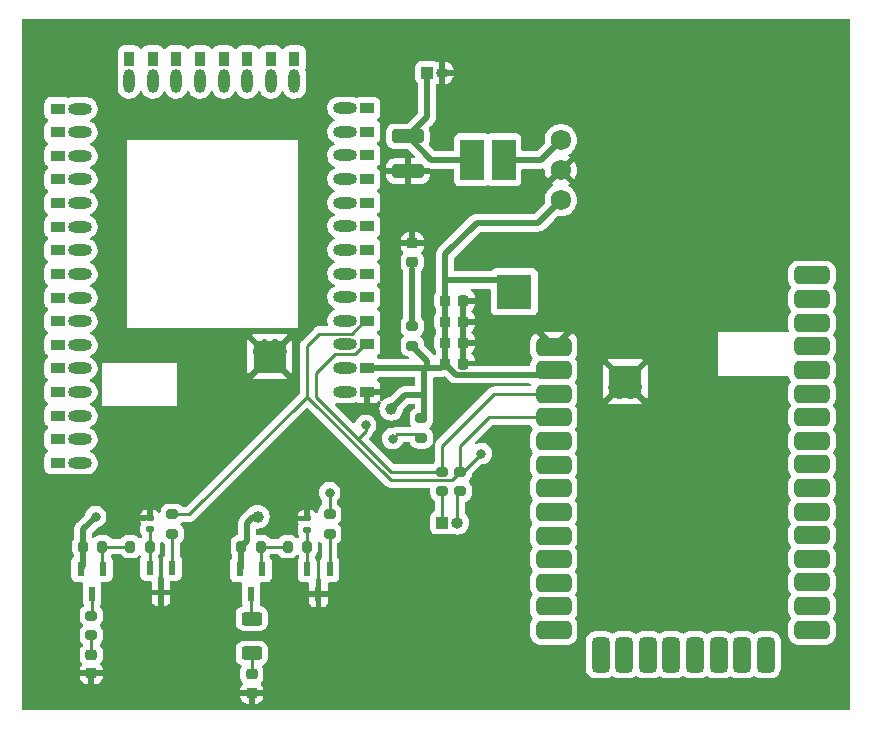
<source format=gbr>
%TF.GenerationSoftware,KiCad,Pcbnew,7.0.6*%
%TF.CreationDate,2024-03-24T21:23:19-04:00*%
%TF.ProjectId,Radio Module,52616469-6f20-44d6-9f64-756c652e6b69,rev?*%
%TF.SameCoordinates,Original*%
%TF.FileFunction,Copper,L1,Top*%
%TF.FilePolarity,Positive*%
%FSLAX46Y46*%
G04 Gerber Fmt 4.6, Leading zero omitted, Abs format (unit mm)*
G04 Created by KiCad (PCBNEW 7.0.6) date 2024-03-24 21:23:19*
%MOMM*%
%LPD*%
G01*
G04 APERTURE LIST*
G04 Aperture macros list*
%AMRoundRect*
0 Rectangle with rounded corners*
0 $1 Rounding radius*
0 $2 $3 $4 $5 $6 $7 $8 $9 X,Y pos of 4 corners*
0 Add a 4 corners polygon primitive as box body*
4,1,4,$2,$3,$4,$5,$6,$7,$8,$9,$2,$3,0*
0 Add four circle primitives for the rounded corners*
1,1,$1+$1,$2,$3*
1,1,$1+$1,$4,$5*
1,1,$1+$1,$6,$7*
1,1,$1+$1,$8,$9*
0 Add four rect primitives between the rounded corners*
20,1,$1+$1,$2,$3,$4,$5,0*
20,1,$1+$1,$4,$5,$6,$7,0*
20,1,$1+$1,$6,$7,$8,$9,0*
20,1,$1+$1,$8,$9,$2,$3,0*%
G04 Aperture macros list end*
%TA.AperFunction,SMDPad,CuDef*%
%ADD10R,0.600000X1.250000*%
%TD*%
%TA.AperFunction,SMDPad,CuDef*%
%ADD11RoundRect,0.218750X-0.256250X0.218750X-0.256250X-0.218750X0.256250X-0.218750X0.256250X0.218750X0*%
%TD*%
%TA.AperFunction,SMDPad,CuDef*%
%ADD12RoundRect,0.200000X0.275000X-0.200000X0.275000X0.200000X-0.275000X0.200000X-0.275000X-0.200000X0*%
%TD*%
%TA.AperFunction,ComponentPad*%
%ADD13R,1.000000X1.000000*%
%TD*%
%TA.AperFunction,ComponentPad*%
%ADD14O,1.000000X1.000000*%
%TD*%
%TA.AperFunction,SMDPad,CuDef*%
%ADD15RoundRect,0.200000X-0.200000X-0.275000X0.200000X-0.275000X0.200000X0.275000X-0.200000X0.275000X0*%
%TD*%
%TA.AperFunction,SMDPad,CuDef*%
%ADD16R,2.000000X3.500000*%
%TD*%
%TA.AperFunction,SMDPad,CuDef*%
%ADD17RoundRect,0.225000X0.225000X0.250000X-0.225000X0.250000X-0.225000X-0.250000X0.225000X-0.250000X0*%
%TD*%
%TA.AperFunction,SMDPad,CuDef*%
%ADD18RoundRect,0.218750X0.256250X-0.218750X0.256250X0.218750X-0.256250X0.218750X-0.256250X-0.218750X0*%
%TD*%
%TA.AperFunction,SMDPad,CuDef*%
%ADD19RoundRect,0.140000X0.170000X-0.140000X0.170000X0.140000X-0.170000X0.140000X-0.170000X-0.140000X0*%
%TD*%
%TA.AperFunction,SMDPad,CuDef*%
%ADD20RoundRect,0.200000X-0.275000X0.200000X-0.275000X-0.200000X0.275000X-0.200000X0.275000X0.200000X0*%
%TD*%
%TA.AperFunction,SMDPad,CuDef*%
%ADD21RoundRect,0.250000X0.625000X-0.312500X0.625000X0.312500X-0.625000X0.312500X-0.625000X-0.312500X0*%
%TD*%
%TA.AperFunction,SMDPad,CuDef*%
%ADD22RoundRect,0.200000X0.200000X0.275000X-0.200000X0.275000X-0.200000X-0.275000X0.200000X-0.275000X0*%
%TD*%
%TA.AperFunction,SMDPad,CuDef*%
%ADD23RoundRect,0.250000X-1.100000X0.325000X-1.100000X-0.325000X1.100000X-0.325000X1.100000X0.325000X0*%
%TD*%
%TA.AperFunction,SMDPad,CuDef*%
%ADD24R,3.000000X3.000000*%
%TD*%
%TA.AperFunction,SMDPad,CuDef*%
%ADD25RoundRect,0.380000X-1.120000X-0.380000X1.120000X-0.380000X1.120000X0.380000X-1.120000X0.380000X0*%
%TD*%
%TA.AperFunction,SMDPad,CuDef*%
%ADD26RoundRect,0.380000X0.380000X-1.120000X0.380000X1.120000X-0.380000X1.120000X-0.380000X-1.120000X0*%
%TD*%
%TA.AperFunction,ComponentPad*%
%ADD27C,0.330000*%
%TD*%
%TA.AperFunction,SMDPad,CuDef*%
%ADD28RoundRect,0.100000X-1.295000X-1.295000X1.295000X-1.295000X1.295000X1.295000X-1.295000X1.295000X0*%
%TD*%
%TA.AperFunction,ComponentPad*%
%ADD29O,2.000000X0.950000*%
%TD*%
%TA.AperFunction,ComponentPad*%
%ADD30O,0.950000X2.000000*%
%TD*%
%TA.AperFunction,ComponentPad*%
%ADD31R,1.300000X0.900000*%
%TD*%
%TA.AperFunction,ComponentPad*%
%ADD32R,0.900000X1.300000*%
%TD*%
%TA.AperFunction,SMDPad,CuDef*%
%ADD33RoundRect,0.100000X1.295000X1.295000X-1.295000X1.295000X-1.295000X-1.295000X1.295000X-1.295000X0*%
%TD*%
%TA.AperFunction,ComponentPad*%
%ADD34C,1.725000*%
%TD*%
%TA.AperFunction,ViaPad*%
%ADD35C,1.000000*%
%TD*%
%TA.AperFunction,ViaPad*%
%ADD36C,0.800000*%
%TD*%
%TA.AperFunction,Conductor*%
%ADD37C,0.500000*%
%TD*%
%TA.AperFunction,Conductor*%
%ADD38C,0.250000*%
%TD*%
G04 APERTURE END LIST*
D10*
%TO.P,IC7,1,B*%
%TO.N,Net-(IC7-B)*%
X138684000Y-99661000D03*
%TO.P,IC7,2,E*%
%TO.N,Vcc*%
X136774000Y-99661000D03*
%TO.P,IC7,3,C*%
%TO.N,Net-(IC7-C)*%
X137729000Y-101761000D03*
%TD*%
D11*
%TO.P,D1,1,K*%
%TO.N,GND*%
X164846000Y-72110500D03*
%TO.P,D1,2,A*%
%TO.N,Net-(D1-A)*%
X164846000Y-73685500D03*
%TD*%
D12*
%TO.P,R12,1*%
%TO.N,Net-(D3-A)*%
X137668000Y-105282000D03*
%TO.P,R12,2*%
%TO.N,Net-(IC7-C)*%
X137668000Y-103632000D03*
%TD*%
D10*
%TO.P,IC6,1,B*%
%TO.N,Net-(IC6-B)*%
X144526000Y-99568000D03*
%TO.P,IC6,2,E*%
%TO.N,Net-(IC6-E)*%
X142616000Y-99568000D03*
%TO.P,IC6,3,C*%
%TO.N,GND*%
X143571000Y-101668000D03*
%TD*%
D13*
%TO.P,J3,1,Pin_1*%
%TO.N,Net-(J1-Pin_1)*%
X167386000Y-95758000D03*
D14*
%TO.P,J3,2,Pin_2*%
%TO.N,Net-(J1-Pin_2)*%
X168656000Y-95758000D03*
%TD*%
D15*
%TO.P,R7,1*%
%TO.N,Vcc*%
X150369000Y-97790000D03*
%TO.P,R7,2*%
%TO.N,Net-(IC5-B)*%
X152019000Y-97790000D03*
%TD*%
D16*
%TO.P,L1,1,1*%
%TO.N,Vin*%
X169893000Y-65024000D03*
%TO.P,L1,2,2*%
%TO.N,Net-(PS1-+VIN)*%
X172593000Y-65024000D03*
%TD*%
D17*
%TO.P,C4,1*%
%TO.N,GND*%
X169177000Y-78740000D03*
%TO.P,C4,2*%
%TO.N,Vcc*%
X167627000Y-78740000D03*
%TD*%
D12*
%TO.P,R2,1*%
%TO.N,Net-(J1-Pin_1)*%
X167366000Y-93090000D03*
%TO.P,R2,2*%
%TO.N,Dout*%
X167366000Y-91440000D03*
%TD*%
D18*
%TO.P,D2,1,K*%
%TO.N,GND*%
X151257000Y-110160000D03*
%TO.P,D2,2,A*%
%TO.N,Net-(D2-A)*%
X151257000Y-108585000D03*
%TD*%
D19*
%TO.P,C6,1*%
%TO.N,Net-(IC4-E)*%
X155956000Y-96365000D03*
%TO.P,C6,2*%
%TO.N,GND*%
X155956000Y-95405000D03*
%TD*%
D17*
%TO.P,C5,1*%
%TO.N,GND*%
X169177000Y-76962000D03*
%TO.P,C5,2*%
%TO.N,Vcc*%
X167627000Y-76962000D03*
%TD*%
D10*
%TO.P,IC4,1,B*%
%TO.N,Net-(IC4-B)*%
X157861000Y-99695000D03*
%TO.P,IC4,2,E*%
%TO.N,Net-(IC4-E)*%
X155951000Y-99695000D03*
%TO.P,IC4,3,C*%
%TO.N,GND*%
X156906000Y-101795000D03*
%TD*%
D17*
%TO.P,C3,1*%
%TO.N,GND*%
X169177000Y-80518000D03*
%TO.P,C3,2*%
%TO.N,Vcc*%
X167627000Y-80518000D03*
%TD*%
D20*
%TO.P,R10,1*%
%TO.N,Din*%
X144526000Y-95060000D03*
%TO.P,R10,2*%
%TO.N,Net-(IC6-B)*%
X144526000Y-96710000D03*
%TD*%
D18*
%TO.P,D3,1,K*%
%TO.N,GND*%
X137668000Y-108509000D03*
%TO.P,D3,2,A*%
%TO.N,Net-(D3-A)*%
X137668000Y-106934000D03*
%TD*%
D13*
%TO.P,J4,1,Pin_1*%
%TO.N,Vin*%
X166116000Y-57658000D03*
D14*
%TO.P,J4,2,Pin_2*%
%TO.N,GND*%
X167386000Y-57658000D03*
%TD*%
D15*
%TO.P,R11,1*%
%TO.N,Vcc*%
X136970000Y-97790000D03*
%TO.P,R11,2*%
%TO.N,Net-(IC7-B)*%
X138620000Y-97790000D03*
%TD*%
D17*
%TO.P,C2,1*%
%TO.N,GND*%
X169177000Y-82296000D03*
%TO.P,C2,2*%
%TO.N,Vcc*%
X167627000Y-82296000D03*
%TD*%
D21*
%TO.P,R8,1*%
%TO.N,Net-(D2-A)*%
X151257000Y-106811000D03*
%TO.P,R8,2*%
%TO.N,Net-(IC5-C)*%
X151257000Y-103886000D03*
%TD*%
D22*
%TO.P,R9,1*%
%TO.N,Net-(IC6-E)*%
X142620000Y-97790000D03*
%TO.P,R9,2*%
%TO.N,Net-(IC7-B)*%
X140970000Y-97790000D03*
%TD*%
%TO.P,R6,1*%
%TO.N,Net-(IC4-E)*%
X155956000Y-97790000D03*
%TO.P,R6,2*%
%TO.N,Net-(IC5-B)*%
X154306000Y-97790000D03*
%TD*%
D20*
%TO.P,R3,1*%
%TO.N,Net-(D1-A)*%
X164846000Y-79121000D03*
%TO.P,R3,2*%
%TO.N,Vcc*%
X164846000Y-80771000D03*
%TD*%
D23*
%TO.P,C1,1*%
%TO.N,Vin*%
X164465000Y-63041000D03*
%TO.P,C1,2*%
%TO.N,GND*%
X164465000Y-65991000D03*
%TD*%
D20*
%TO.P,R4,1*%
%TO.N,Vcc*%
X165608000Y-86932000D03*
%TO.P,R4,2*%
%TO.N,Din*%
X165608000Y-88582000D03*
%TD*%
D24*
%TO.P,TP1,1,1*%
%TO.N,Vcc*%
X173482000Y-76200000D03*
%TD*%
D25*
%TO.P,IC1,1,GND_1*%
%TO.N,GND*%
X176825000Y-80853000D03*
%TO.P,IC1,2,VCC*%
%TO.N,Vcc*%
X176825000Y-82853000D03*
%TO.P,IC1,3,DIO13/DOUT*%
%TO.N,Dout*%
X176825000Y-84853000D03*
%TO.P,IC1,4,DIN/DIO14/~{CONFIG}*%
%TO.N,Din*%
X176825000Y-86853000D03*
%TO.P,IC1,5,DIO12*%
%TO.N,unconnected-(IC1-DIO12-Pad5)*%
X176825000Y-88853000D03*
%TO.P,IC1,6,~{RESET}*%
%TO.N,unconnected-(IC1-~{RESET}-Pad6)*%
X176825000Y-90853000D03*
%TO.P,IC1,7,DIO10/RSSI/PWM0*%
%TO.N,unconnected-(IC1-DIO10{slash}RSSI{slash}PWM0-Pad7)*%
X176825000Y-92853000D03*
%TO.P,IC1,8,DIO11/PWM1*%
%TO.N,unconnected-(IC1-DIO11{slash}PWM1-Pad8)*%
X176825000Y-94853000D03*
%TO.P,IC1,9,[RESERVED]_1*%
%TO.N,unconnected-(IC1-[RESERVED]_1-Pad9)*%
X176825000Y-96853000D03*
%TO.P,IC1,10,DIO8/~{DTR_}/SLEEP__RQ*%
%TO.N,unconnected-(IC1-DIO8{slash}~{DTR_}{slash}SLEEP__RQ-Pad10)*%
X176825000Y-98853000D03*
%TO.P,IC1,11,GND_2*%
%TO.N,unconnected-(IC1-GND_2-Pad11)*%
X176825000Y-100853000D03*
%TO.P,IC1,12,DO19/SPI_~{ATTN}*%
%TO.N,unconnected-(IC1-DO19{slash}SPI_~{ATTN}-Pad12)*%
X176825000Y-102853000D03*
%TO.P,IC1,13,GND_3*%
%TO.N,unconnected-(IC1-GND_3-Pad13)*%
X176825000Y-104853000D03*
D26*
%TO.P,IC1,14,DO18/SPI_CLK*%
%TO.N,unconnected-(IC1-DO18{slash}SPI_CLK-Pad14)*%
X180785000Y-106933000D03*
%TO.P,IC1,15,DO17/SPI_~{SSEL}*%
%TO.N,unconnected-(IC1-DO17{slash}SPI_~{SSEL}-Pad15)*%
X182785000Y-106933000D03*
%TO.P,IC1,16,DO16/SPI_MOSI*%
%TO.N,unconnected-(IC1-DO16{slash}SPI_MOSI-Pad16)*%
X184785000Y-106933000D03*
%TO.P,IC1,17,DO15/SPI_MISO*%
%TO.N,unconnected-(IC1-DO15{slash}SPI_MISO-Pad17)*%
X186785000Y-106933000D03*
%TO.P,IC1,18,[RESERVED]_2*%
%TO.N,unconnected-(IC1-[RESERVED]_2-Pad18)*%
X188785000Y-106933000D03*
%TO.P,IC1,19,[RESERVED]_3*%
%TO.N,unconnected-(IC1-[RESERVED]_3-Pad19)*%
X190785000Y-106933000D03*
%TO.P,IC1,20,[RESERVED]_4*%
%TO.N,unconnected-(IC1-[RESERVED]_4-Pad20)*%
X192785000Y-106933000D03*
%TO.P,IC1,21,[RESERVED]_5*%
%TO.N,unconnected-(IC1-[RESERVED]_5-Pad21)*%
X194785000Y-106933000D03*
D25*
%TO.P,IC1,22,GND_4*%
%TO.N,unconnected-(IC1-GND_4-Pad22)*%
X198685000Y-104823000D03*
%TO.P,IC1,23,[RESERVED]_6*%
%TO.N,unconnected-(IC1-[RESERVED]_6-Pad23)*%
X198685000Y-102823000D03*
%TO.P,IC1,24,DIO4*%
%TO.N,unconnected-(IC1-DIO4-Pad24)*%
X198685000Y-100823000D03*
%TO.P,IC1,25,DIO7/~{CTS}*%
%TO.N,unconnected-(IC1-DIO7{slash}~{CTS}-Pad25)*%
X198685000Y-98823000D03*
%TO.P,IC1,26,DIO9/ON/~{SLEEP}*%
%TO.N,unconnected-(IC1-DIO9{slash}ON{slash}~{SLEEP}-Pad26)*%
X198685000Y-96823000D03*
%TO.P,IC1,27,VREF*%
%TO.N,unconnected-(IC1-VREF-Pad27)*%
X198685000Y-94823000D03*
%TO.P,IC1,28,DIO5/ASSOC*%
%TO.N,unconnected-(IC1-DIO5{slash}ASSOC-Pad28)*%
X198685000Y-92823000D03*
%TO.P,IC1,29,DIO6/~{RTS}*%
%TO.N,unconnected-(IC1-DIO6{slash}~{RTS}-Pad29)*%
X198685000Y-90823000D03*
%TO.P,IC1,30,DIO3/AD3*%
%TO.N,unconnected-(IC1-DIO3{slash}AD3-Pad30)*%
X198685000Y-88823000D03*
%TO.P,IC1,31,DIO2/AD2*%
%TO.N,unconnected-(IC1-DIO2{slash}AD2-Pad31)*%
X198685000Y-86823000D03*
%TO.P,IC1,32,DIO1/AD1*%
%TO.N,unconnected-(IC1-DIO1{slash}AD1-Pad32)*%
X198685000Y-84823000D03*
%TO.P,IC1,33,DIO0/AD0*%
%TO.N,unconnected-(IC1-DIO0{slash}AD0-Pad33)*%
X198685000Y-82823000D03*
%TO.P,IC1,34,[RESERVED]_7*%
%TO.N,unconnected-(IC1-[RESERVED]_7-Pad34)*%
X198685000Y-80823000D03*
%TO.P,IC1,35,GND_5*%
%TO.N,unconnected-(IC1-GND_5-Pad35)*%
X198685000Y-78823000D03*
%TO.P,IC1,36,RF_PAD*%
%TO.N,unconnected-(IC1-RF_PAD-Pad36)*%
X198685000Y-76823000D03*
%TO.P,IC1,37,[RESERVED]_8*%
%TO.N,unconnected-(IC1-[RESERVED]_8-Pad37)*%
X198685000Y-74823000D03*
D27*
%TO.P,IC1,38,GND_6*%
%TO.N,GND*%
X181990000Y-83058000D03*
X181990000Y-83818000D03*
X181990000Y-84748000D03*
X182880000Y-83058000D03*
X182880000Y-83818000D03*
D28*
X182880000Y-83818000D03*
D27*
X182880000Y-84748000D03*
X183740000Y-83058000D03*
X183740000Y-83818000D03*
X183740000Y-84748000D03*
%TD*%
D10*
%TO.P,IC5,1,B*%
%TO.N,Net-(IC5-B)*%
X152146000Y-99695000D03*
%TO.P,IC5,2,E*%
%TO.N,Vcc*%
X150236000Y-99695000D03*
%TO.P,IC5,3,C*%
%TO.N,Net-(IC5-C)*%
X151191000Y-101795000D03*
%TD*%
D29*
%TO.P,IC3,*%
%TO.N,*%
X159145000Y-84667000D03*
X159145000Y-82667000D03*
X159145000Y-80667000D03*
X159145000Y-78667000D03*
X159145000Y-76667000D03*
X159145000Y-74667000D03*
X159145000Y-72667000D03*
X159145000Y-70667000D03*
X159145000Y-68667000D03*
X159145000Y-66667000D03*
X159145000Y-64667000D03*
X159145000Y-62667000D03*
X159145000Y-60667000D03*
D30*
X154875000Y-58357000D03*
X152875000Y-58357000D03*
X150875000Y-58357000D03*
X148875000Y-58357000D03*
X146875000Y-58357000D03*
X144875000Y-58357000D03*
X142875000Y-58357000D03*
X140875000Y-58357000D03*
D29*
X136705000Y-90697000D03*
X136705000Y-88697000D03*
X136705000Y-86697000D03*
X136705000Y-84697000D03*
X136705000Y-82697000D03*
X136705000Y-80697000D03*
X136705000Y-78697000D03*
X136705000Y-76697000D03*
X136705000Y-74697000D03*
X136705000Y-72697000D03*
X136705000Y-70697000D03*
X136705000Y-68697000D03*
X136705000Y-66697000D03*
X136705000Y-64697000D03*
X136705000Y-62697000D03*
X136705000Y-60697000D03*
D31*
%TO.P,IC3,1,GND_1*%
%TO.N,GND*%
X160995000Y-84667000D03*
%TO.P,IC3,2,VCC*%
%TO.N,Vcc*%
X160995000Y-82667000D03*
%TO.P,IC3,3,DIO13/DOUT*%
%TO.N,Dout*%
X160995000Y-80667000D03*
%TO.P,IC3,4,DIN/DIO14/~{CONFIG}*%
%TO.N,Din*%
X160995000Y-78667000D03*
%TO.P,IC3,5,DIO12*%
%TO.N,unconnected-(IC3-DIO12-Pad5)*%
X160995000Y-76667000D03*
%TO.P,IC3,6,~{RESET}*%
%TO.N,unconnected-(IC3-~{RESET}-Pad6)*%
X160995000Y-74667000D03*
%TO.P,IC3,7,DIO10/RSSI/PWM0*%
%TO.N,unconnected-(IC3-DIO10{slash}RSSI{slash}PWM0-Pad7)*%
X160995000Y-72667000D03*
%TO.P,IC3,8,DIO11/PWM1*%
%TO.N,unconnected-(IC3-DIO11{slash}PWM1-Pad8)*%
X160995000Y-70667000D03*
%TO.P,IC3,9,[RESERVED]_1*%
%TO.N,unconnected-(IC3-[RESERVED]_1-Pad9)*%
X160995000Y-68667000D03*
%TO.P,IC3,10,DIO8/~{DTR_}/SLEEP__RQ*%
%TO.N,unconnected-(IC3-DIO8{slash}~{DTR_}{slash}SLEEP__RQ-Pad10)*%
X160995000Y-66667000D03*
%TO.P,IC3,11,GND_2*%
%TO.N,unconnected-(IC3-GND_2-Pad11)*%
X160995000Y-64667000D03*
%TO.P,IC3,12,DO19/SPI_~{ATTN}*%
%TO.N,unconnected-(IC3-DO19{slash}SPI_~{ATTN}-Pad12)*%
X160995000Y-62667000D03*
%TO.P,IC3,13,GND_3*%
%TO.N,unconnected-(IC3-GND_3-Pad13)*%
X160995000Y-60667000D03*
D32*
%TO.P,IC3,14,DO18/SPI_CLK*%
%TO.N,unconnected-(IC3-DO18{slash}SPI_CLK-Pad14)*%
X154875000Y-56507000D03*
%TO.P,IC3,15,DO17/SPI_~{SSEL}*%
%TO.N,unconnected-(IC3-DO17{slash}SPI_~{SSEL}-Pad15)*%
X152875000Y-56507000D03*
%TO.P,IC3,16,DO16/SPI_MOSI*%
%TO.N,unconnected-(IC3-DO16{slash}SPI_MOSI-Pad16)*%
X150875000Y-56507000D03*
%TO.P,IC3,17,DO15/SPI_MISO*%
%TO.N,unconnected-(IC3-DO15{slash}SPI_MISO-Pad17)*%
X148875000Y-56507000D03*
%TO.P,IC3,18,[RESERVED]_2*%
%TO.N,unconnected-(IC3-[RESERVED]_2-Pad18)*%
X146875000Y-56507000D03*
%TO.P,IC3,19,[RESERVED]_3*%
%TO.N,unconnected-(IC3-[RESERVED]_3-Pad19)*%
X144875000Y-56507000D03*
%TO.P,IC3,20,[RESERVED]_4*%
%TO.N,unconnected-(IC3-[RESERVED]_4-Pad20)*%
X142875000Y-56507000D03*
%TO.P,IC3,21,[RESERVED]_5*%
%TO.N,unconnected-(IC3-[RESERVED]_5-Pad21)*%
X140875000Y-56507000D03*
D31*
%TO.P,IC3,22,GND_4*%
%TO.N,unconnected-(IC3-GND_4-Pad22)*%
X134855000Y-60697000D03*
%TO.P,IC3,23,[RESERVED]_6*%
%TO.N,unconnected-(IC3-[RESERVED]_6-Pad23)*%
X134855000Y-62697000D03*
%TO.P,IC3,24,DIO4*%
%TO.N,unconnected-(IC3-DIO4-Pad24)*%
X134855000Y-64697000D03*
%TO.P,IC3,25,DIO7/~{CTS}*%
%TO.N,unconnected-(IC3-DIO7{slash}~{CTS}-Pad25)*%
X134855000Y-66697000D03*
%TO.P,IC3,26,DIO9/ON/~{SLEEP}*%
%TO.N,unconnected-(IC3-DIO9{slash}ON{slash}~{SLEEP}-Pad26)*%
X134855000Y-68697000D03*
%TO.P,IC3,27,VREF*%
%TO.N,unconnected-(IC3-VREF-Pad27)*%
X134855000Y-70697000D03*
%TO.P,IC3,28,DIO5/ASSOC*%
%TO.N,unconnected-(IC3-DIO5{slash}ASSOC-Pad28)*%
X134855000Y-72697000D03*
%TO.P,IC3,29,DIO6/~{RTS}*%
%TO.N,unconnected-(IC3-DIO6{slash}~{RTS}-Pad29)*%
X134855000Y-74697000D03*
%TO.P,IC3,30,DIO3/AD3*%
%TO.N,unconnected-(IC3-DIO3{slash}AD3-Pad30)*%
X134855000Y-76697000D03*
%TO.P,IC3,31,DIO2/AD2*%
%TO.N,unconnected-(IC3-DIO2{slash}AD2-Pad31)*%
X134855000Y-78697000D03*
%TO.P,IC3,32,DIO1/AD1*%
%TO.N,unconnected-(IC3-DIO1{slash}AD1-Pad32)*%
X134855000Y-80697000D03*
%TO.P,IC3,33,DIO0/AD0*%
%TO.N,unconnected-(IC3-DIO0{slash}AD0-Pad33)*%
X134855000Y-82697000D03*
%TO.P,IC3,34,[RESERVED]_7*%
%TO.N,unconnected-(IC3-[RESERVED]_7-Pad34)*%
X134855000Y-84697000D03*
%TO.P,IC3,35,GND_5*%
%TO.N,unconnected-(IC3-GND_5-Pad35)*%
X134855000Y-86697000D03*
%TO.P,IC3,36,RF_PAD*%
%TO.N,unconnected-(IC3-RF_PAD-Pad36)*%
X134855000Y-88697000D03*
%TO.P,IC3,37,[RESERVED]_8*%
%TO.N,unconnected-(IC3-[RESERVED]_8-Pad37)*%
X134855000Y-90697000D03*
D27*
%TO.P,IC3,38,GND_6*%
%TO.N,GND*%
X153670000Y-82462000D03*
X153670000Y-81702000D03*
X153670000Y-80772000D03*
X152780000Y-82462000D03*
X152780000Y-81702000D03*
D33*
X152780000Y-81702000D03*
D27*
X152780000Y-80772000D03*
X151920000Y-82462000D03*
X151920000Y-81702000D03*
X151920000Y-80772000D03*
%TD*%
D34*
%TO.P,PS1,1,+VIN*%
%TO.N,Net-(PS1-+VIN)*%
X177419000Y-63373000D03*
%TO.P,PS1,2,GND*%
%TO.N,GND*%
X177419000Y-65913000D03*
%TO.P,PS1,3,+VOUT*%
%TO.N,Vcc*%
X177419000Y-68453000D03*
%TD*%
D12*
%TO.P,R1,1*%
%TO.N,Net-(J1-Pin_2)*%
X168910000Y-93090000D03*
%TO.P,R1,2*%
%TO.N,Din*%
X168910000Y-91440000D03*
%TD*%
D20*
%TO.P,R5,1*%
%TO.N,Dout*%
X157861000Y-95060000D03*
%TO.P,R5,2*%
%TO.N,Net-(IC4-B)*%
X157861000Y-96710000D03*
%TD*%
D19*
%TO.P,C7,1*%
%TO.N,Net-(IC6-E)*%
X142621000Y-96337000D03*
%TO.P,C7,2*%
%TO.N,GND*%
X142621000Y-95377000D03*
%TD*%
D35*
%TO.N,Vcc*%
X163068000Y-86106000D03*
X151765000Y-95250000D03*
D36*
X138049000Y-95250000D03*
%TO.N,Dout*%
X160909000Y-87503000D03*
X157861000Y-93218000D03*
%TO.N,Din*%
X163195000Y-88646000D03*
X170688000Y-89916000D03*
%TD*%
D37*
%TO.N,Vin*%
X166116000Y-61390000D02*
X166116000Y-57658000D01*
X165950000Y-61556000D02*
X164465000Y-63041000D01*
X166126000Y-61380000D02*
X165950000Y-61556000D01*
X165950000Y-61556000D02*
X166116000Y-61390000D01*
D38*
%TO.N,Net-(J1-Pin_2)*%
X168656000Y-93344000D02*
X168656000Y-95758000D01*
X168910000Y-93090000D02*
X168656000Y-93344000D01*
%TO.N,Net-(J1-Pin_1)*%
X167386000Y-93110000D02*
X167386000Y-95758000D01*
X167366000Y-93090000D02*
X167386000Y-93110000D01*
D37*
%TO.N,Vin*%
X164465000Y-63041000D02*
X166448000Y-65024000D01*
X166448000Y-65024000D02*
X169893000Y-65024000D01*
%TO.N,Vcc*%
X150369000Y-97790000D02*
X150369000Y-99562000D01*
X150876000Y-97283000D02*
X150369000Y-97790000D01*
X167627000Y-75184000D02*
X172466000Y-75184000D01*
X165862000Y-84963000D02*
X165862000Y-86678000D01*
X167627000Y-75184000D02*
X167627000Y-73038000D01*
X166116000Y-82667000D02*
X165862000Y-82667000D01*
X136970000Y-97790000D02*
X136970000Y-99465000D01*
X150876000Y-95758000D02*
X150876000Y-97283000D01*
X151765000Y-95250000D02*
X151384000Y-95250000D01*
X151384000Y-95250000D02*
X150876000Y-95758000D01*
X165862000Y-86678000D02*
X165608000Y-86932000D01*
X166116000Y-82041000D02*
X164846000Y-80771000D01*
X168552000Y-83221000D02*
X176457000Y-83221000D01*
X150369000Y-99562000D02*
X150236000Y-99695000D01*
X167627000Y-73038000D02*
X170307000Y-70358000D01*
X170307000Y-70358000D02*
X175514000Y-70358000D01*
X167256000Y-82667000D02*
X166116000Y-82667000D01*
X164211000Y-84963000D02*
X163068000Y-86106000D01*
X167627000Y-82296000D02*
X167256000Y-82667000D01*
X175514000Y-70358000D02*
X177419000Y-68453000D01*
X165862000Y-84963000D02*
X164211000Y-84963000D01*
X167627000Y-82296000D02*
X167627000Y-76962000D01*
X136970000Y-99465000D02*
X136774000Y-99661000D01*
X167627000Y-82296000D02*
X168552000Y-83221000D01*
X166116000Y-82667000D02*
X166116000Y-82041000D01*
X165862000Y-82667000D02*
X160695000Y-82667000D01*
X136970000Y-96329000D02*
X136970000Y-97790000D01*
X138049000Y-95250000D02*
X136970000Y-96329000D01*
X165862000Y-82667000D02*
X165862000Y-84963000D01*
X167627000Y-76962000D02*
X167627000Y-75184000D01*
%TO.N,Net-(D1-A)*%
X164846000Y-79121000D02*
X164846000Y-74298000D01*
D38*
%TO.N,Dout*%
X167366000Y-89288000D02*
X171801000Y-84853000D01*
X160001371Y-81467000D02*
X160695000Y-80773371D01*
X171801000Y-84853000D02*
X176825000Y-84853000D01*
X160274000Y-88646000D02*
X160909000Y-88011000D01*
X156718000Y-83058000D02*
X158309000Y-81467000D01*
X167366000Y-91440000D02*
X167366000Y-89288000D01*
X160274000Y-88646000D02*
X156718000Y-85090000D01*
X158309000Y-81467000D02*
X160001371Y-81467000D01*
X157861000Y-93218000D02*
X157861000Y-95060000D01*
X160909000Y-88011000D02*
X160909000Y-87503000D01*
X163068000Y-91440000D02*
X160274000Y-88646000D01*
X156718000Y-85090000D02*
X156718000Y-83058000D01*
X167366000Y-91440000D02*
X163068000Y-91440000D01*
%TO.N,Din*%
X171338000Y-86853000D02*
X168910000Y-89281000D01*
X168185000Y-92165000D02*
X163031000Y-92165000D01*
X145986000Y-95060000D02*
X155956000Y-85090000D01*
X163031000Y-92165000D02*
X155956000Y-85090000D01*
X163576000Y-88265000D02*
X165291000Y-88265000D01*
X169164000Y-91440000D02*
X170688000Y-89916000D01*
X155956000Y-85090000D02*
X155956000Y-80772000D01*
X168910000Y-91440000D02*
X168185000Y-92165000D01*
X156972000Y-79756000D02*
X159712371Y-79756000D01*
X155956000Y-80772000D02*
X156972000Y-79756000D01*
X159712371Y-79756000D02*
X160695000Y-78773371D01*
X165291000Y-88265000D02*
X165608000Y-88582000D01*
X176825000Y-86853000D02*
X171338000Y-86853000D01*
X163195000Y-88646000D02*
X163576000Y-88265000D01*
X168910000Y-89281000D02*
X168910000Y-91440000D01*
X144526000Y-95060000D02*
X145986000Y-95060000D01*
D37*
%TO.N,Net-(PS1-+VIN)*%
X172593000Y-65024000D02*
X175768000Y-65024000D01*
X175768000Y-65024000D02*
X177419000Y-63373000D01*
D38*
%TO.N,Net-(J1-Pin_2)*%
X168636000Y-93364000D02*
X168910000Y-93090000D01*
%TO.N,Net-(IC4-E)*%
X155951000Y-99695000D02*
X155951000Y-97795000D01*
X155956000Y-97790000D02*
X155956000Y-96365000D01*
%TO.N,Net-(IC6-E)*%
X142616000Y-99568000D02*
X142616000Y-96342000D01*
%TO.N,Net-(D2-A)*%
X151257000Y-106811000D02*
X151257000Y-108585000D01*
%TO.N,Net-(D3-A)*%
X137668000Y-105282000D02*
X137668000Y-106934000D01*
%TO.N,Net-(IC4-B)*%
X157861000Y-96710000D02*
X157861000Y-99695000D01*
%TO.N,Net-(IC5-B)*%
X152019000Y-97790000D02*
X152019000Y-99568000D01*
X154306000Y-97790000D02*
X152019000Y-97790000D01*
%TO.N,Net-(IC5-C)*%
X151191000Y-101795000D02*
X151191000Y-103820000D01*
%TO.N,Net-(IC6-B)*%
X144526000Y-96710000D02*
X144526000Y-99568000D01*
%TO.N,Net-(IC7-B)*%
X138620000Y-97790000D02*
X138620000Y-99597000D01*
X138620000Y-97790000D02*
X140970000Y-97790000D01*
%TO.N,Net-(IC7-C)*%
X137729000Y-101761000D02*
X137729000Y-103571000D01*
%TD*%
%TA.AperFunction,Conductor*%
%TO.N,GND*%
G36*
X167664051Y-83394419D02*
G01*
X167976269Y-83706637D01*
X167988049Y-83720268D01*
X168002389Y-83739530D01*
X168002391Y-83739532D01*
X168042409Y-83773110D01*
X168046399Y-83776766D01*
X168052227Y-83782594D01*
X168077947Y-83802931D01*
X168136788Y-83852304D01*
X168142818Y-83856270D01*
X168142785Y-83856319D01*
X168149143Y-83860369D01*
X168149175Y-83860319D01*
X168155320Y-83864109D01*
X168155323Y-83864111D01*
X168224936Y-83896572D01*
X168293567Y-83931040D01*
X168293572Y-83931041D01*
X168300361Y-83933513D01*
X168300340Y-83933570D01*
X168307455Y-83936043D01*
X168307475Y-83935986D01*
X168314330Y-83938258D01*
X168385800Y-83953014D01*
X168389558Y-83953790D01*
X168464279Y-83971500D01*
X168464289Y-83971500D01*
X168471452Y-83972338D01*
X168471444Y-83972397D01*
X168478945Y-83973164D01*
X168478951Y-83973105D01*
X168486140Y-83973734D01*
X168486144Y-83973733D01*
X168486145Y-83973734D01*
X168562918Y-83971500D01*
X174770969Y-83971500D01*
X174838008Y-83991185D01*
X174883763Y-84043989D01*
X174893707Y-84113147D01*
X174882055Y-84150599D01*
X174878087Y-84158599D01*
X174830664Y-84209910D01*
X174767001Y-84227500D01*
X171883738Y-84227500D01*
X171868121Y-84225776D01*
X171868094Y-84226062D01*
X171860332Y-84225327D01*
X171791204Y-84227500D01*
X171761650Y-84227500D01*
X171760929Y-84227590D01*
X171754757Y-84228369D01*
X171748945Y-84228826D01*
X171702373Y-84230290D01*
X171702372Y-84230290D01*
X171683129Y-84235881D01*
X171664079Y-84239825D01*
X171644211Y-84242334D01*
X171644209Y-84242335D01*
X171600884Y-84259488D01*
X171595357Y-84261380D01*
X171550610Y-84274381D01*
X171550609Y-84274382D01*
X171533367Y-84284579D01*
X171515899Y-84293137D01*
X171497269Y-84300513D01*
X171497267Y-84300514D01*
X171459576Y-84327898D01*
X171454694Y-84331105D01*
X171414579Y-84354830D01*
X171400408Y-84369000D01*
X171385623Y-84381628D01*
X171370633Y-84392520D01*
X171369412Y-84393407D01*
X171339709Y-84429310D01*
X171335777Y-84433631D01*
X166982208Y-88787199D01*
X166969951Y-88797020D01*
X166970134Y-88797241D01*
X166964123Y-88802213D01*
X166916772Y-88852636D01*
X166895889Y-88873519D01*
X166895877Y-88873532D01*
X166891621Y-88879017D01*
X166887837Y-88883447D01*
X166855937Y-88917418D01*
X166855936Y-88917420D01*
X166846284Y-88934976D01*
X166835610Y-88951226D01*
X166823329Y-88967061D01*
X166823324Y-88967068D01*
X166804812Y-89009845D01*
X166802235Y-89015103D01*
X166799928Y-89019297D01*
X166750372Y-89068551D01*
X166729023Y-89073126D01*
X166748278Y-89101352D01*
X166750410Y-89170374D01*
X166740501Y-89208971D01*
X166740499Y-89208984D01*
X166740499Y-89229020D01*
X166738973Y-89248411D01*
X166735840Y-89268194D01*
X166735840Y-89268195D01*
X166740225Y-89314583D01*
X166740500Y-89320421D01*
X166740500Y-90563397D01*
X166720815Y-90630436D01*
X166680652Y-90669513D01*
X166655813Y-90684529D01*
X166655811Y-90684530D01*
X166562161Y-90778181D01*
X166500838Y-90811666D01*
X166474480Y-90814500D01*
X163378452Y-90814500D01*
X163311413Y-90794815D01*
X163290771Y-90778181D01*
X162249131Y-89736541D01*
X161246268Y-88733677D01*
X161212785Y-88672357D01*
X161217769Y-88602665D01*
X161246268Y-88558320D01*
X161292786Y-88511802D01*
X161305048Y-88501980D01*
X161304865Y-88501759D01*
X161310867Y-88496792D01*
X161310877Y-88496786D01*
X161358241Y-88446348D01*
X161379120Y-88425470D01*
X161383373Y-88419986D01*
X161387150Y-88415563D01*
X161419062Y-88381582D01*
X161428714Y-88364023D01*
X161439389Y-88347772D01*
X161451674Y-88331936D01*
X161470186Y-88289152D01*
X161472742Y-88283935D01*
X161495197Y-88243092D01*
X161500179Y-88223689D01*
X161506477Y-88205290D01*
X161514438Y-88186895D01*
X161514438Y-88186891D01*
X161515144Y-88185261D01*
X161536793Y-88151540D01*
X161641533Y-88035216D01*
X161736179Y-87871284D01*
X161794674Y-87691256D01*
X161814460Y-87503000D01*
X161794674Y-87314744D01*
X161736179Y-87134716D01*
X161641533Y-86970784D01*
X161514871Y-86830112D01*
X161496663Y-86816883D01*
X161361734Y-86718851D01*
X161361729Y-86718848D01*
X161188807Y-86641857D01*
X161188802Y-86641855D01*
X161043000Y-86610865D01*
X161003646Y-86602500D01*
X160814354Y-86602500D01*
X160781897Y-86609398D01*
X160629197Y-86641855D01*
X160629192Y-86641857D01*
X160456270Y-86718848D01*
X160456265Y-86718851D01*
X160303129Y-86830111D01*
X160176466Y-86970785D01*
X160081821Y-87134715D01*
X160081818Y-87134722D01*
X160037791Y-87270225D01*
X159998353Y-87327901D01*
X159933995Y-87355099D01*
X159865148Y-87343184D01*
X159832179Y-87319588D01*
X158352872Y-85840281D01*
X158319387Y-85778958D01*
X158324371Y-85709266D01*
X158366243Y-85653333D01*
X158431707Y-85628916D01*
X158465511Y-85631137D01*
X158520801Y-85642500D01*
X158520802Y-85642500D01*
X159719474Y-85642500D01*
X159867380Y-85627459D01*
X160052429Y-85569400D01*
X160122287Y-85568112D01*
X160132884Y-85571532D01*
X160237616Y-85610595D01*
X160237627Y-85610598D01*
X160297155Y-85616999D01*
X160297172Y-85617000D01*
X160745000Y-85617000D01*
X160745000Y-84962850D01*
X160805250Y-84951588D01*
X160900610Y-84892543D01*
X160968201Y-84803038D01*
X160998895Y-84695160D01*
X160988546Y-84583479D01*
X160938552Y-84483078D01*
X160866633Y-84417514D01*
X160869000Y-84417000D01*
X162145000Y-84417000D01*
X162145000Y-84169172D01*
X162144999Y-84169155D01*
X162138598Y-84109627D01*
X162138596Y-84109620D01*
X162088354Y-83974913D01*
X162088350Y-83974906D01*
X162002190Y-83859812D01*
X162002187Y-83859809D01*
X161879989Y-83768331D01*
X161881632Y-83766135D01*
X161842211Y-83726712D01*
X161827360Y-83658438D01*
X161851778Y-83592974D01*
X161881236Y-83567455D01*
X161880231Y-83566112D01*
X161957284Y-83508429D01*
X162002546Y-83474546D01*
X162008051Y-83467191D01*
X162063985Y-83425319D01*
X162107320Y-83417500D01*
X164987500Y-83417500D01*
X165054539Y-83437185D01*
X165100294Y-83489989D01*
X165111500Y-83541500D01*
X165111500Y-84088500D01*
X165091815Y-84155539D01*
X165039011Y-84201294D01*
X164987500Y-84212500D01*
X164274705Y-84212500D01*
X164256735Y-84211191D01*
X164232972Y-84207710D01*
X164187890Y-84211655D01*
X164180933Y-84212264D01*
X164175532Y-84212500D01*
X164167287Y-84212500D01*
X164141222Y-84215546D01*
X164134705Y-84216308D01*
X164129403Y-84216771D01*
X164058201Y-84223001D01*
X164051134Y-84224461D01*
X164051122Y-84224404D01*
X164043753Y-84226038D01*
X164043767Y-84226095D01*
X164036739Y-84227760D01*
X163981536Y-84247852D01*
X163964563Y-84254030D01*
X163891666Y-84278186D01*
X163891664Y-84278186D01*
X163891661Y-84278188D01*
X163885122Y-84281237D01*
X163885097Y-84281185D01*
X163878308Y-84284471D01*
X163878334Y-84284522D01*
X163871884Y-84287761D01*
X163807716Y-84329964D01*
X163742347Y-84370285D01*
X163736677Y-84374769D01*
X163736641Y-84374723D01*
X163730798Y-84379484D01*
X163730835Y-84379528D01*
X163725310Y-84384164D01*
X163725304Y-84384169D01*
X163725304Y-84384170D01*
X163703278Y-84407516D01*
X163672614Y-84440017D01*
X163037225Y-85075405D01*
X162975902Y-85108890D01*
X162961700Y-85111127D01*
X162871870Y-85119975D01*
X162683266Y-85177188D01*
X162509467Y-85270086D01*
X162509460Y-85270090D01*
X162357115Y-85395117D01*
X162311905Y-85450205D01*
X162254159Y-85489539D01*
X162184314Y-85491408D01*
X162124546Y-85455220D01*
X162093831Y-85392464D01*
X162099871Y-85328205D01*
X162138597Y-85224376D01*
X162138598Y-85224372D01*
X162144999Y-85164844D01*
X162145000Y-85164827D01*
X162145000Y-84917000D01*
X161245000Y-84917000D01*
X161244999Y-85616999D01*
X161245000Y-85617000D01*
X161692828Y-85617000D01*
X161692844Y-85616999D01*
X161752372Y-85610598D01*
X161752379Y-85610596D01*
X161887086Y-85560354D01*
X161887089Y-85560352D01*
X162004011Y-85472824D01*
X162069475Y-85448406D01*
X162137748Y-85463257D01*
X162187154Y-85512662D01*
X162202007Y-85580934D01*
X162187682Y-85630543D01*
X162143341Y-85713500D01*
X162139186Y-85721273D01*
X162121687Y-85778958D01*
X162081975Y-85909870D01*
X162062659Y-86106000D01*
X162081975Y-86302129D01*
X162139188Y-86490733D01*
X162232086Y-86664532D01*
X162232090Y-86664539D01*
X162357116Y-86816883D01*
X162509460Y-86941909D01*
X162509467Y-86941913D01*
X162683266Y-87034811D01*
X162683269Y-87034811D01*
X162683273Y-87034814D01*
X162871868Y-87092024D01*
X163068000Y-87111341D01*
X163264132Y-87092024D01*
X163452727Y-87034814D01*
X163626538Y-86941910D01*
X163778883Y-86816883D01*
X163903910Y-86664538D01*
X163996814Y-86490727D01*
X164054024Y-86302132D01*
X164062871Y-86212299D01*
X164089031Y-86147513D01*
X164098584Y-86136782D01*
X164485547Y-85749819D01*
X164546871Y-85716334D01*
X164573229Y-85713500D01*
X164987500Y-85713500D01*
X165054539Y-85733185D01*
X165100294Y-85785989D01*
X165111500Y-85837500D01*
X165111500Y-85977698D01*
X165091815Y-86044737D01*
X165048420Y-86082338D01*
X165049813Y-86084642D01*
X165043395Y-86088521D01*
X165043394Y-86088522D01*
X165029676Y-86096815D01*
X164897811Y-86176530D01*
X164777530Y-86296811D01*
X164689522Y-86442393D01*
X164638913Y-86604807D01*
X164635547Y-86641855D01*
X164632500Y-86675384D01*
X164632500Y-87188616D01*
X164633069Y-87194872D01*
X164638913Y-87259192D01*
X164638913Y-87259194D01*
X164638914Y-87259196D01*
X164668010Y-87352571D01*
X164689523Y-87421608D01*
X164707503Y-87451351D01*
X164725339Y-87518906D01*
X164703821Y-87585379D01*
X164649780Y-87629667D01*
X164601386Y-87639500D01*
X163658737Y-87639500D01*
X163643120Y-87637776D01*
X163643093Y-87638062D01*
X163635331Y-87637327D01*
X163566203Y-87639500D01*
X163536650Y-87639500D01*
X163535929Y-87639590D01*
X163529757Y-87640369D01*
X163523945Y-87640826D01*
X163477372Y-87642290D01*
X163477369Y-87642291D01*
X163458126Y-87647881D01*
X163439083Y-87651825D01*
X163419204Y-87654336D01*
X163419203Y-87654337D01*
X163375878Y-87671490D01*
X163370352Y-87673382D01*
X163325608Y-87686383D01*
X163325604Y-87686385D01*
X163308365Y-87696580D01*
X163290898Y-87705137D01*
X163272270Y-87712512D01*
X163259459Y-87721820D01*
X163193652Y-87745298D01*
X163186576Y-87745500D01*
X163100354Y-87745500D01*
X163095645Y-87746501D01*
X162915197Y-87784855D01*
X162915192Y-87784857D01*
X162742270Y-87861848D01*
X162742265Y-87861851D01*
X162589129Y-87973111D01*
X162462466Y-88113785D01*
X162367821Y-88277715D01*
X162367818Y-88277722D01*
X162311441Y-88451235D01*
X162309326Y-88457744D01*
X162289540Y-88646000D01*
X162309326Y-88834256D01*
X162309327Y-88834259D01*
X162367818Y-89014277D01*
X162367821Y-89014284D01*
X162462467Y-89178216D01*
X162537183Y-89261196D01*
X162589129Y-89318888D01*
X162742265Y-89430148D01*
X162742270Y-89430151D01*
X162915192Y-89507142D01*
X162915197Y-89507144D01*
X163100354Y-89546500D01*
X163100355Y-89546500D01*
X163289644Y-89546500D01*
X163289646Y-89546500D01*
X163474803Y-89507144D01*
X163647730Y-89430151D01*
X163800871Y-89318888D01*
X163927533Y-89178216D01*
X164022179Y-89014284D01*
X164034558Y-88976183D01*
X164073996Y-88918507D01*
X164138354Y-88891308D01*
X164152490Y-88890500D01*
X164541847Y-88890500D01*
X164608886Y-88910185D01*
X164654641Y-88962989D01*
X164660228Y-88977599D01*
X164689522Y-89071606D01*
X164772568Y-89208981D01*
X164777530Y-89217188D01*
X164897811Y-89337469D01*
X164897813Y-89337470D01*
X164897815Y-89337472D01*
X165043394Y-89425478D01*
X165205804Y-89476086D01*
X165276384Y-89482500D01*
X165276387Y-89482500D01*
X165939613Y-89482500D01*
X165939616Y-89482500D01*
X166010196Y-89476086D01*
X166172606Y-89425478D01*
X166318185Y-89337472D01*
X166438472Y-89217185D01*
X166524190Y-89075389D01*
X166575715Y-89028204D01*
X166591991Y-89025405D01*
X166574965Y-89002514D01*
X166570194Y-88932807D01*
X166572892Y-88922655D01*
X166577086Y-88909196D01*
X166583500Y-88838616D01*
X166583500Y-88325384D01*
X166577086Y-88254804D01*
X166526478Y-88092394D01*
X166438472Y-87946815D01*
X166438470Y-87946813D01*
X166438469Y-87946811D01*
X166336339Y-87844681D01*
X166302854Y-87783358D01*
X166307838Y-87713666D01*
X166336339Y-87669319D01*
X166438468Y-87567189D01*
X166438469Y-87567188D01*
X166438472Y-87567185D01*
X166526478Y-87421606D01*
X166577086Y-87259196D01*
X166583500Y-87188616D01*
X166583500Y-86907787D01*
X166586061Y-86882714D01*
X166594784Y-86840467D01*
X166612500Y-86765720D01*
X166613339Y-86758548D01*
X166613397Y-86758554D01*
X166614164Y-86751056D01*
X166614104Y-86751051D01*
X166614733Y-86743860D01*
X166614005Y-86718851D01*
X166612500Y-86667102D01*
X166612500Y-84986639D01*
X166612605Y-84983034D01*
X166616331Y-84919065D01*
X166614384Y-84908021D01*
X166612500Y-84886490D01*
X166612500Y-83541500D01*
X166632185Y-83474461D01*
X166684989Y-83428706D01*
X166736500Y-83417500D01*
X167192295Y-83417500D01*
X167210265Y-83418809D01*
X167234023Y-83422289D01*
X167286068Y-83417735D01*
X167291470Y-83417500D01*
X167299704Y-83417500D01*
X167299709Y-83417500D01*
X167311327Y-83416141D01*
X167332276Y-83413693D01*
X167345028Y-83412577D01*
X167408797Y-83406999D01*
X167408805Y-83406996D01*
X167415866Y-83405539D01*
X167415878Y-83405598D01*
X167423243Y-83403965D01*
X167423229Y-83403906D01*
X167430248Y-83402241D01*
X167430255Y-83402241D01*
X167480800Y-83383843D01*
X167502421Y-83375975D01*
X167508794Y-83373862D01*
X167537367Y-83364394D01*
X167607190Y-83361991D01*
X167664051Y-83394419D01*
G37*
%TD.AperFunction*%
%TA.AperFunction,Conductor*%
G36*
X201872539Y-53106185D02*
G01*
X201918294Y-53158989D01*
X201929500Y-53210500D01*
X201929500Y-111508500D01*
X201909815Y-111575539D01*
X201857011Y-111621294D01*
X201805500Y-111632500D01*
X131950500Y-111632500D01*
X131883461Y-111612815D01*
X131837706Y-111560011D01*
X131826500Y-111508500D01*
X131826500Y-110410000D01*
X150282001Y-110410000D01*
X150282001Y-110426652D01*
X150292056Y-110525083D01*
X150344906Y-110684572D01*
X150344908Y-110684577D01*
X150433114Y-110827580D01*
X150551919Y-110946385D01*
X150694922Y-111034591D01*
X150694927Y-111034593D01*
X150854416Y-111087442D01*
X150952855Y-111097499D01*
X151006999Y-111097498D01*
X151007000Y-111097498D01*
X151007000Y-110410000D01*
X151507000Y-110410000D01*
X151507000Y-111097499D01*
X151561136Y-111097499D01*
X151561152Y-111097498D01*
X151659583Y-111087443D01*
X151819072Y-111034593D01*
X151819077Y-111034591D01*
X151962080Y-110946385D01*
X152080885Y-110827580D01*
X152169091Y-110684577D01*
X152169093Y-110684572D01*
X152221942Y-110525083D01*
X152231999Y-110426650D01*
X152232000Y-110426637D01*
X152232000Y-110410000D01*
X151507000Y-110410000D01*
X151007000Y-110410000D01*
X150282001Y-110410000D01*
X131826500Y-110410000D01*
X131826500Y-108759000D01*
X136693001Y-108759000D01*
X136693001Y-108775652D01*
X136703056Y-108874083D01*
X136755906Y-109033572D01*
X136755908Y-109033577D01*
X136844114Y-109176580D01*
X136962919Y-109295385D01*
X137105922Y-109383591D01*
X137105927Y-109383593D01*
X137265416Y-109436442D01*
X137363855Y-109446499D01*
X137417999Y-109446498D01*
X137418000Y-109446498D01*
X137418000Y-108759000D01*
X137918000Y-108759000D01*
X137918000Y-109446499D01*
X137972136Y-109446499D01*
X137972152Y-109446498D01*
X138070583Y-109436443D01*
X138230072Y-109383593D01*
X138230077Y-109383591D01*
X138373080Y-109295385D01*
X138491885Y-109176580D01*
X138580091Y-109033577D01*
X138580093Y-109033572D01*
X138632942Y-108874083D01*
X138642999Y-108775650D01*
X138643000Y-108775637D01*
X138643000Y-108759000D01*
X137918000Y-108759000D01*
X137418000Y-108759000D01*
X136693001Y-108759000D01*
X131826500Y-108759000D01*
X131826500Y-100333870D01*
X135973500Y-100333870D01*
X135973501Y-100333876D01*
X135979908Y-100393483D01*
X136030202Y-100528328D01*
X136030206Y-100528335D01*
X136116452Y-100643544D01*
X136116455Y-100643547D01*
X136231664Y-100729793D01*
X136231671Y-100729797D01*
X136276618Y-100746560D01*
X136366517Y-100780091D01*
X136426127Y-100786500D01*
X136846583Y-100786499D01*
X136913621Y-100806183D01*
X136959376Y-100858987D01*
X136969320Y-100928146D01*
X136962764Y-100953831D01*
X136934909Y-101028514D01*
X136934908Y-101028516D01*
X136928501Y-101088116D01*
X136928501Y-101088123D01*
X136928500Y-101088135D01*
X136928500Y-102433870D01*
X136928501Y-102433876D01*
X136934908Y-102493483D01*
X136985202Y-102628328D01*
X136985204Y-102628331D01*
X137016493Y-102670128D01*
X137022537Y-102678201D01*
X137046955Y-102743665D01*
X137032104Y-102811939D01*
X136987423Y-102858628D01*
X136957817Y-102876526D01*
X136957810Y-102876531D01*
X136837530Y-102996811D01*
X136749522Y-103142393D01*
X136698913Y-103304807D01*
X136692500Y-103375386D01*
X136692500Y-103888613D01*
X136698913Y-103959192D01*
X136749522Y-104121606D01*
X136837530Y-104267188D01*
X136939661Y-104369319D01*
X136973146Y-104430642D01*
X136968162Y-104500334D01*
X136939661Y-104544681D01*
X136837531Y-104646810D01*
X136837530Y-104646811D01*
X136749522Y-104792393D01*
X136698913Y-104954807D01*
X136692500Y-105025386D01*
X136692500Y-105538613D01*
X136698913Y-105609192D01*
X136698913Y-105609194D01*
X136698914Y-105609196D01*
X136749522Y-105771606D01*
X136837528Y-105917185D01*
X136927405Y-106007062D01*
X136960889Y-106068383D01*
X136955905Y-106138075D01*
X136927405Y-106182423D01*
X136843716Y-106266112D01*
X136755455Y-106409204D01*
X136755450Y-106409215D01*
X136742435Y-106448492D01*
X136702564Y-106568815D01*
X136702564Y-106568816D01*
X136702563Y-106568816D01*
X136692500Y-106667318D01*
X136692500Y-107200681D01*
X136702563Y-107299183D01*
X136755450Y-107458784D01*
X136755455Y-107458795D01*
X136843716Y-107601887D01*
X136843719Y-107601892D01*
X136876000Y-107634173D01*
X136909485Y-107695497D01*
X136904499Y-107765188D01*
X136876000Y-107809533D01*
X136844114Y-107841419D01*
X136755908Y-107984422D01*
X136755906Y-107984427D01*
X136703057Y-108143916D01*
X136693000Y-108242349D01*
X136693000Y-108259000D01*
X138642999Y-108259000D01*
X138642999Y-108242364D01*
X138642998Y-108242347D01*
X138632943Y-108143916D01*
X138580093Y-107984427D01*
X138580091Y-107984422D01*
X138491885Y-107841419D01*
X138460000Y-107809534D01*
X138426515Y-107748211D01*
X138431499Y-107678519D01*
X138460000Y-107634172D01*
X138492281Y-107601891D01*
X138580549Y-107458787D01*
X138633436Y-107299185D01*
X138643500Y-107200674D01*
X138643500Y-107173501D01*
X149881500Y-107173501D01*
X149881501Y-107173519D01*
X149892000Y-107276296D01*
X149892001Y-107276299D01*
X149899585Y-107299185D01*
X149947186Y-107442834D01*
X150039288Y-107592156D01*
X150163344Y-107716212D01*
X150312666Y-107808314D01*
X150319199Y-107810478D01*
X150376641Y-107850246D01*
X150403467Y-107914761D01*
X150391156Y-107983537D01*
X150385735Y-107993280D01*
X150344454Y-108060206D01*
X150344450Y-108060213D01*
X150344451Y-108060213D01*
X150291564Y-108219815D01*
X150291564Y-108219816D01*
X150291563Y-108219816D01*
X150281500Y-108318318D01*
X150281500Y-108851681D01*
X150291563Y-108950183D01*
X150344450Y-109109784D01*
X150344455Y-109109795D01*
X150432716Y-109252887D01*
X150432719Y-109252892D01*
X150465000Y-109285173D01*
X150498485Y-109346497D01*
X150493499Y-109416188D01*
X150465000Y-109460533D01*
X150433114Y-109492419D01*
X150344908Y-109635422D01*
X150344906Y-109635427D01*
X150292057Y-109794916D01*
X150282000Y-109893349D01*
X150282000Y-109910000D01*
X152231999Y-109910000D01*
X152231999Y-109893364D01*
X152231998Y-109893347D01*
X152221943Y-109794916D01*
X152169093Y-109635427D01*
X152169091Y-109635422D01*
X152080885Y-109492419D01*
X152049000Y-109460534D01*
X152015515Y-109399211D01*
X152020499Y-109329519D01*
X152049000Y-109285172D01*
X152049000Y-109285171D01*
X152081281Y-109252891D01*
X152169549Y-109109787D01*
X152222436Y-108950185D01*
X152232500Y-108851674D01*
X152232500Y-108318326D01*
X152222436Y-108219815D01*
X152192531Y-108129567D01*
X179524500Y-108129567D01*
X179527416Y-108172571D01*
X179563662Y-108318318D01*
X179573637Y-108358428D01*
X179658732Y-108530005D01*
X179778721Y-108679279D01*
X179927995Y-108799268D01*
X180099572Y-108884363D01*
X180285428Y-108930583D01*
X180285432Y-108930584D01*
X180324020Y-108933200D01*
X180328433Y-108933500D01*
X180328434Y-108933500D01*
X181241567Y-108933500D01*
X181244940Y-108933271D01*
X181284568Y-108930584D01*
X181470428Y-108884363D01*
X181642005Y-108799268D01*
X181707313Y-108746771D01*
X181771897Y-108720113D01*
X181840641Y-108732604D01*
X181862685Y-108746771D01*
X181927995Y-108799268D01*
X182099572Y-108884363D01*
X182285428Y-108930583D01*
X182285432Y-108930584D01*
X182324020Y-108933200D01*
X182328433Y-108933500D01*
X182328434Y-108933500D01*
X183241567Y-108933500D01*
X183244940Y-108933271D01*
X183284568Y-108930584D01*
X183470428Y-108884363D01*
X183642005Y-108799268D01*
X183707313Y-108746771D01*
X183771897Y-108720113D01*
X183840641Y-108732604D01*
X183862685Y-108746771D01*
X183927995Y-108799268D01*
X184099572Y-108884363D01*
X184285428Y-108930583D01*
X184285432Y-108930584D01*
X184324020Y-108933200D01*
X184328433Y-108933500D01*
X184328434Y-108933500D01*
X185241567Y-108933500D01*
X185244940Y-108933271D01*
X185284568Y-108930584D01*
X185470428Y-108884363D01*
X185642005Y-108799268D01*
X185707313Y-108746771D01*
X185771897Y-108720113D01*
X185840641Y-108732604D01*
X185862685Y-108746771D01*
X185927995Y-108799268D01*
X186099572Y-108884363D01*
X186285428Y-108930583D01*
X186285432Y-108930584D01*
X186324020Y-108933200D01*
X186328433Y-108933500D01*
X186328434Y-108933500D01*
X187241567Y-108933500D01*
X187244940Y-108933271D01*
X187284568Y-108930584D01*
X187470428Y-108884363D01*
X187642005Y-108799268D01*
X187707314Y-108746770D01*
X187771893Y-108720113D01*
X187840638Y-108732603D01*
X187862685Y-108746771D01*
X187927995Y-108799268D01*
X188099572Y-108884363D01*
X188285428Y-108930583D01*
X188285432Y-108930584D01*
X188324020Y-108933200D01*
X188328433Y-108933500D01*
X188328434Y-108933500D01*
X189241567Y-108933500D01*
X189244940Y-108933271D01*
X189284568Y-108930584D01*
X189470428Y-108884363D01*
X189642005Y-108799268D01*
X189707313Y-108746771D01*
X189771897Y-108720113D01*
X189840641Y-108732604D01*
X189862685Y-108746771D01*
X189927995Y-108799268D01*
X190099572Y-108884363D01*
X190285428Y-108930583D01*
X190285432Y-108930584D01*
X190324020Y-108933200D01*
X190328433Y-108933500D01*
X190328434Y-108933500D01*
X191241567Y-108933500D01*
X191244940Y-108933271D01*
X191284568Y-108930584D01*
X191470428Y-108884363D01*
X191642005Y-108799268D01*
X191707313Y-108746771D01*
X191771897Y-108720113D01*
X191840641Y-108732604D01*
X191862685Y-108746771D01*
X191927995Y-108799268D01*
X192099572Y-108884363D01*
X192285428Y-108930583D01*
X192285432Y-108930584D01*
X192324020Y-108933200D01*
X192328433Y-108933500D01*
X192328434Y-108933500D01*
X193241567Y-108933500D01*
X193244940Y-108933271D01*
X193284568Y-108930584D01*
X193470428Y-108884363D01*
X193642005Y-108799268D01*
X193707313Y-108746771D01*
X193771897Y-108720113D01*
X193840641Y-108732604D01*
X193862685Y-108746771D01*
X193927995Y-108799268D01*
X194099572Y-108884363D01*
X194285428Y-108930583D01*
X194285432Y-108930584D01*
X194324020Y-108933200D01*
X194328433Y-108933500D01*
X194328434Y-108933500D01*
X195241567Y-108933500D01*
X195244940Y-108933271D01*
X195284568Y-108930584D01*
X195470428Y-108884363D01*
X195642005Y-108799268D01*
X195791279Y-108679279D01*
X195911268Y-108530005D01*
X195996363Y-108358428D01*
X196042584Y-108172568D01*
X196045500Y-108129566D01*
X196045500Y-105736434D01*
X196042584Y-105693432D01*
X195996363Y-105507572D01*
X195911268Y-105335995D01*
X195791279Y-105186721D01*
X195642005Y-105066732D01*
X195642001Y-105066730D01*
X195470429Y-104981637D01*
X195284569Y-104935416D01*
X195284573Y-104935416D01*
X195241567Y-104932500D01*
X195241566Y-104932500D01*
X194328434Y-104932500D01*
X194328433Y-104932500D01*
X194285428Y-104935416D01*
X194099570Y-104981637D01*
X193927995Y-105066731D01*
X193927990Y-105066734D01*
X193862686Y-105119227D01*
X193798102Y-105145885D01*
X193729358Y-105133394D01*
X193707314Y-105119227D01*
X193642009Y-105066734D01*
X193642004Y-105066731D01*
X193470429Y-104981637D01*
X193284569Y-104935416D01*
X193284573Y-104935416D01*
X193241567Y-104932500D01*
X193241566Y-104932500D01*
X192328434Y-104932500D01*
X192328433Y-104932500D01*
X192285428Y-104935416D01*
X192099570Y-104981637D01*
X191927995Y-105066731D01*
X191862684Y-105119228D01*
X191798099Y-105145885D01*
X191729355Y-105133393D01*
X191707313Y-105119227D01*
X191642004Y-105066731D01*
X191470429Y-104981637D01*
X191284569Y-104935416D01*
X191284573Y-104935416D01*
X191241567Y-104932500D01*
X191241566Y-104932500D01*
X190328434Y-104932500D01*
X190328433Y-104932500D01*
X190285428Y-104935416D01*
X190099570Y-104981637D01*
X189927995Y-105066731D01*
X189927990Y-105066734D01*
X189862686Y-105119227D01*
X189798102Y-105145885D01*
X189729358Y-105133394D01*
X189707314Y-105119227D01*
X189642009Y-105066734D01*
X189642004Y-105066731D01*
X189470429Y-104981637D01*
X189284569Y-104935416D01*
X189284573Y-104935416D01*
X189241567Y-104932500D01*
X189241566Y-104932500D01*
X188328434Y-104932500D01*
X188328433Y-104932500D01*
X188285428Y-104935416D01*
X188099570Y-104981637D01*
X187927995Y-105066731D01*
X187927990Y-105066734D01*
X187862686Y-105119227D01*
X187798102Y-105145885D01*
X187729358Y-105133394D01*
X187707314Y-105119227D01*
X187642009Y-105066734D01*
X187642004Y-105066731D01*
X187470429Y-104981637D01*
X187284569Y-104935416D01*
X187284573Y-104935416D01*
X187241567Y-104932500D01*
X187241566Y-104932500D01*
X186328434Y-104932500D01*
X186328433Y-104932500D01*
X186285428Y-104935416D01*
X186099570Y-104981637D01*
X185927995Y-105066731D01*
X185927990Y-105066734D01*
X185862686Y-105119227D01*
X185798102Y-105145885D01*
X185729358Y-105133394D01*
X185707314Y-105119227D01*
X185642009Y-105066734D01*
X185642004Y-105066731D01*
X185470429Y-104981637D01*
X185284569Y-104935416D01*
X185284573Y-104935416D01*
X185241567Y-104932500D01*
X185241566Y-104932500D01*
X184328434Y-104932500D01*
X184328433Y-104932500D01*
X184285428Y-104935416D01*
X184099570Y-104981637D01*
X183927995Y-105066731D01*
X183862684Y-105119228D01*
X183798099Y-105145885D01*
X183729355Y-105133393D01*
X183707313Y-105119227D01*
X183642004Y-105066731D01*
X183470429Y-104981637D01*
X183284569Y-104935416D01*
X183284573Y-104935416D01*
X183241567Y-104932500D01*
X183241566Y-104932500D01*
X182328434Y-104932500D01*
X182328433Y-104932500D01*
X182285428Y-104935416D01*
X182099570Y-104981637D01*
X181927995Y-105066731D01*
X181927990Y-105066734D01*
X181862686Y-105119227D01*
X181798102Y-105145885D01*
X181729358Y-105133394D01*
X181707314Y-105119227D01*
X181642009Y-105066734D01*
X181642004Y-105066731D01*
X181470429Y-104981637D01*
X181284569Y-104935416D01*
X181284573Y-104935416D01*
X181241567Y-104932500D01*
X181241566Y-104932500D01*
X180328434Y-104932500D01*
X180328433Y-104932500D01*
X180285428Y-104935416D01*
X180099570Y-104981637D01*
X179927998Y-105066730D01*
X179927996Y-105066731D01*
X179927995Y-105066732D01*
X179778721Y-105186721D01*
X179669523Y-105322571D01*
X179658730Y-105335998D01*
X179573637Y-105507570D01*
X179527416Y-105693428D01*
X179524500Y-105736433D01*
X179524500Y-108129567D01*
X152192531Y-108129567D01*
X152169549Y-108060213D01*
X152169545Y-108060206D01*
X152169544Y-108060204D01*
X152128265Y-107993281D01*
X152109824Y-107925889D01*
X152130746Y-107859225D01*
X152184388Y-107814456D01*
X152194770Y-107810488D01*
X152201334Y-107808314D01*
X152350656Y-107716212D01*
X152474712Y-107592156D01*
X152566814Y-107442834D01*
X152621999Y-107276297D01*
X152632500Y-107173509D01*
X152632499Y-106448492D01*
X152621999Y-106345703D01*
X152566814Y-106179166D01*
X152474712Y-106029844D01*
X152350656Y-105905788D01*
X152257888Y-105848568D01*
X152201336Y-105813687D01*
X152201331Y-105813685D01*
X152199862Y-105813198D01*
X152034797Y-105758501D01*
X152034795Y-105758500D01*
X151932010Y-105748000D01*
X150581998Y-105748000D01*
X150581981Y-105748001D01*
X150479203Y-105758500D01*
X150479200Y-105758501D01*
X150312668Y-105813685D01*
X150312663Y-105813687D01*
X150163342Y-105905789D01*
X150039289Y-106029842D01*
X149947187Y-106179163D01*
X149947185Y-106179168D01*
X149919349Y-106263170D01*
X149892001Y-106345703D01*
X149892001Y-106345704D01*
X149892000Y-106345704D01*
X149881500Y-106448483D01*
X149881500Y-107173501D01*
X138643500Y-107173501D01*
X138643500Y-106667326D01*
X138633436Y-106568815D01*
X138580549Y-106409213D01*
X138580545Y-106409207D01*
X138580544Y-106409204D01*
X138492283Y-106266112D01*
X138492282Y-106266111D01*
X138492281Y-106266109D01*
X138408595Y-106182423D01*
X138375111Y-106121099D01*
X138380095Y-106051408D01*
X138408594Y-106007062D01*
X138498472Y-105917185D01*
X138586478Y-105771606D01*
X138637086Y-105609196D01*
X138643500Y-105538616D01*
X138643500Y-105025384D01*
X138637086Y-104954804D01*
X138586478Y-104792394D01*
X138498472Y-104646815D01*
X138498467Y-104646810D01*
X138396338Y-104544680D01*
X138362854Y-104483357D01*
X138367838Y-104413665D01*
X138396337Y-104369319D01*
X138498472Y-104267185D01*
X138586478Y-104121606D01*
X138637086Y-103959196D01*
X138643500Y-103888616D01*
X138643500Y-103375384D01*
X138637086Y-103304804D01*
X138586478Y-103142394D01*
X138498472Y-102996815D01*
X138498470Y-102996813D01*
X138498469Y-102996811D01*
X138402012Y-102900354D01*
X138368527Y-102839031D01*
X138373511Y-102769339D01*
X138390427Y-102738362D01*
X138472793Y-102628335D01*
X138472792Y-102628335D01*
X138472796Y-102628331D01*
X138523091Y-102493483D01*
X138529500Y-102433873D01*
X138529500Y-101918000D01*
X142771000Y-101918000D01*
X142771000Y-102340844D01*
X142777401Y-102400372D01*
X142777403Y-102400379D01*
X142827645Y-102535086D01*
X142827649Y-102535093D01*
X142913809Y-102650187D01*
X142913812Y-102650190D01*
X143028906Y-102736350D01*
X143028913Y-102736354D01*
X143163620Y-102786596D01*
X143163627Y-102786598D01*
X143223155Y-102792999D01*
X143223172Y-102793000D01*
X143321000Y-102793000D01*
X143321000Y-101918000D01*
X143821000Y-101918000D01*
X143821000Y-102793000D01*
X143918828Y-102793000D01*
X143918844Y-102792999D01*
X143978372Y-102786598D01*
X143978379Y-102786596D01*
X144113086Y-102736354D01*
X144113093Y-102736350D01*
X144228187Y-102650190D01*
X144228190Y-102650187D01*
X144314350Y-102535093D01*
X144314354Y-102535086D01*
X144364596Y-102400379D01*
X144364598Y-102400372D01*
X144370999Y-102340844D01*
X144371000Y-102340827D01*
X144371000Y-101918000D01*
X143821000Y-101918000D01*
X143321000Y-101918000D01*
X142771000Y-101918000D01*
X138529500Y-101918000D01*
X138529499Y-101088128D01*
X138523091Y-101028517D01*
X138507917Y-100987833D01*
X138495236Y-100953831D01*
X138490252Y-100884140D01*
X138523738Y-100822817D01*
X138585061Y-100789333D01*
X138611418Y-100786499D01*
X139031871Y-100786499D01*
X139031872Y-100786499D01*
X139091483Y-100780091D01*
X139226331Y-100729796D01*
X139341546Y-100643546D01*
X139427796Y-100528331D01*
X139478091Y-100393483D01*
X139484500Y-100333873D01*
X139484499Y-98988128D01*
X139478091Y-98928517D01*
X139466836Y-98898342D01*
X139427797Y-98793671D01*
X139427795Y-98793668D01*
X139427792Y-98793664D01*
X139344141Y-98681920D01*
X139319724Y-98616459D01*
X139334575Y-98548185D01*
X139355729Y-98519928D01*
X139375469Y-98500188D01*
X139375469Y-98500187D01*
X139375472Y-98500185D01*
X139390485Y-98475349D01*
X139442014Y-98428162D01*
X139496602Y-98415500D01*
X140093398Y-98415500D01*
X140160437Y-98435185D01*
X140199514Y-98475349D01*
X140214528Y-98500185D01*
X140214531Y-98500189D01*
X140334811Y-98620469D01*
X140334813Y-98620470D01*
X140334815Y-98620472D01*
X140480394Y-98708478D01*
X140642804Y-98759086D01*
X140713384Y-98765500D01*
X140713387Y-98765500D01*
X141226613Y-98765500D01*
X141226616Y-98765500D01*
X141297196Y-98759086D01*
X141459606Y-98708478D01*
X141605185Y-98620472D01*
X141680123Y-98545533D01*
X141741444Y-98512050D01*
X141811136Y-98517034D01*
X141867070Y-98558905D01*
X141891487Y-98624369D01*
X141876636Y-98692642D01*
X141876307Y-98693153D01*
X141872202Y-98700671D01*
X141821908Y-98835517D01*
X141817990Y-98871966D01*
X141815501Y-98895123D01*
X141815500Y-98895135D01*
X141815500Y-100240870D01*
X141815501Y-100240876D01*
X141821908Y-100300483D01*
X141872202Y-100435328D01*
X141872206Y-100435335D01*
X141958452Y-100550544D01*
X141958455Y-100550547D01*
X142073664Y-100636793D01*
X142073671Y-100636797D01*
X142108575Y-100649815D01*
X142208517Y-100687091D01*
X142268127Y-100693500D01*
X142689116Y-100693499D01*
X142756154Y-100713183D01*
X142801909Y-100765987D01*
X142811853Y-100835146D01*
X142805297Y-100860832D01*
X142777403Y-100935619D01*
X142777401Y-100935627D01*
X142771000Y-100995155D01*
X142771000Y-101418000D01*
X143321000Y-101418000D01*
X143321000Y-100528427D01*
X143340685Y-100461388D01*
X143345734Y-100454115D01*
X143359796Y-100435331D01*
X143410091Y-100300483D01*
X143416500Y-100240873D01*
X143416499Y-98895128D01*
X143410091Y-98835517D01*
X143407523Y-98828633D01*
X143359797Y-98700671D01*
X143359796Y-98700670D01*
X143359796Y-98700669D01*
X143345067Y-98680994D01*
X143320651Y-98615531D01*
X143335502Y-98547258D01*
X143356656Y-98519001D01*
X143375469Y-98500188D01*
X143375469Y-98500187D01*
X143375472Y-98500185D01*
X143463478Y-98354606D01*
X143514086Y-98192196D01*
X143520500Y-98121616D01*
X143520500Y-97469520D01*
X143540185Y-97402481D01*
X143592989Y-97356726D01*
X143662147Y-97346782D01*
X143725703Y-97375807D01*
X143732181Y-97381839D01*
X143815811Y-97465469D01*
X143815813Y-97465470D01*
X143815815Y-97465472D01*
X143840650Y-97480485D01*
X143887837Y-97532010D01*
X143900500Y-97586601D01*
X143900500Y-98502045D01*
X143880815Y-98569084D01*
X143873504Y-98578157D01*
X143873768Y-98578355D01*
X143782206Y-98700664D01*
X143782202Y-98700671D01*
X143731908Y-98835517D01*
X143727990Y-98871966D01*
X143725501Y-98895123D01*
X143725500Y-98895135D01*
X143725500Y-100240870D01*
X143725501Y-100240876D01*
X143731908Y-100300483D01*
X143782202Y-100435328D01*
X143782204Y-100435331D01*
X143796266Y-100454115D01*
X143820684Y-100519579D01*
X143821000Y-100528427D01*
X143821000Y-101418000D01*
X144371000Y-101418000D01*
X144371000Y-100995172D01*
X144370999Y-100995155D01*
X144364598Y-100935627D01*
X144364597Y-100935623D01*
X144336702Y-100860833D01*
X144331718Y-100791141D01*
X144365203Y-100729818D01*
X144426526Y-100696333D01*
X144452878Y-100693499D01*
X144873872Y-100693499D01*
X144933483Y-100687091D01*
X145068331Y-100636796D01*
X145183546Y-100550546D01*
X145269796Y-100435331D01*
X145294957Y-100367870D01*
X149435500Y-100367870D01*
X149435501Y-100367876D01*
X149441908Y-100427483D01*
X149492202Y-100562328D01*
X149492206Y-100562335D01*
X149578452Y-100677544D01*
X149578455Y-100677547D01*
X149693664Y-100763793D01*
X149693671Y-100763797D01*
X149699543Y-100765987D01*
X149828517Y-100814091D01*
X149888127Y-100820500D01*
X150308583Y-100820499D01*
X150375621Y-100840183D01*
X150421376Y-100892987D01*
X150431320Y-100962146D01*
X150424764Y-100987831D01*
X150396909Y-101062514D01*
X150396908Y-101062516D01*
X150390501Y-101122116D01*
X150390501Y-101122123D01*
X150390500Y-101122135D01*
X150390500Y-102467870D01*
X150390501Y-102467876D01*
X150396908Y-102527483D01*
X150447202Y-102662328D01*
X150447205Y-102662333D01*
X150453040Y-102670128D01*
X150477454Y-102735593D01*
X150462600Y-102803865D01*
X150413193Y-102853269D01*
X150392776Y-102862140D01*
X150389125Y-102863350D01*
X150312668Y-102888685D01*
X150312663Y-102888687D01*
X150163342Y-102980789D01*
X150039289Y-103104842D01*
X149947187Y-103254163D01*
X149947185Y-103254166D01*
X149947186Y-103254166D01*
X149892001Y-103420703D01*
X149892001Y-103420704D01*
X149892000Y-103420704D01*
X149881500Y-103523483D01*
X149881500Y-104248501D01*
X149881501Y-104248519D01*
X149892000Y-104351296D01*
X149892001Y-104351299D01*
X149935761Y-104483357D01*
X149947186Y-104517834D01*
X150039288Y-104667156D01*
X150163344Y-104791212D01*
X150312666Y-104883314D01*
X150479203Y-104938499D01*
X150581991Y-104949000D01*
X151932008Y-104948999D01*
X152034797Y-104938499D01*
X152201334Y-104883314D01*
X152350656Y-104791212D01*
X152474712Y-104667156D01*
X152566814Y-104517834D01*
X152621999Y-104351297D01*
X152632500Y-104248509D01*
X152632499Y-103523492D01*
X152621999Y-103420703D01*
X152566814Y-103254166D01*
X152474712Y-103104844D01*
X152350656Y-102980788D01*
X152201334Y-102888686D01*
X152034797Y-102833501D01*
X152034793Y-102833500D01*
X152028173Y-102832083D01*
X152028536Y-102830387D01*
X151971929Y-102807281D01*
X151931786Y-102750094D01*
X151928933Y-102680283D01*
X151933055Y-102666996D01*
X151934793Y-102662333D01*
X151934796Y-102662331D01*
X151985091Y-102527483D01*
X151991500Y-102467873D01*
X151991500Y-102045000D01*
X156106000Y-102045000D01*
X156106000Y-102467844D01*
X156112401Y-102527372D01*
X156112403Y-102527379D01*
X156162645Y-102662086D01*
X156162649Y-102662093D01*
X156248809Y-102777187D01*
X156248812Y-102777190D01*
X156363906Y-102863350D01*
X156363913Y-102863354D01*
X156498620Y-102913596D01*
X156498627Y-102913598D01*
X156558155Y-102919999D01*
X156558172Y-102920000D01*
X156656000Y-102920000D01*
X156656000Y-102045000D01*
X157156000Y-102045000D01*
X157156000Y-102920000D01*
X157253828Y-102920000D01*
X157253844Y-102919999D01*
X157313372Y-102913598D01*
X157313379Y-102913596D01*
X157448086Y-102863354D01*
X157448093Y-102863350D01*
X157563187Y-102777190D01*
X157563190Y-102777187D01*
X157649350Y-102662093D01*
X157649354Y-102662086D01*
X157699596Y-102527379D01*
X157699598Y-102527372D01*
X157705999Y-102467844D01*
X157706000Y-102467827D01*
X157706000Y-102045000D01*
X157156000Y-102045000D01*
X156656000Y-102045000D01*
X156106000Y-102045000D01*
X151991500Y-102045000D01*
X151991499Y-101122128D01*
X151985091Y-101062517D01*
X151972410Y-101028517D01*
X151957236Y-100987831D01*
X151952252Y-100918140D01*
X151985738Y-100856817D01*
X152047061Y-100823333D01*
X152073418Y-100820499D01*
X152493871Y-100820499D01*
X152493872Y-100820499D01*
X152553483Y-100814091D01*
X152688331Y-100763796D01*
X152803546Y-100677546D01*
X152889796Y-100562331D01*
X152940091Y-100427483D01*
X152946500Y-100367873D01*
X152946499Y-99022128D01*
X152940091Y-98962517D01*
X152932317Y-98941675D01*
X152889797Y-98827671D01*
X152889793Y-98827664D01*
X152816845Y-98730219D01*
X152803546Y-98712454D01*
X152780082Y-98694889D01*
X152738213Y-98638957D01*
X152733229Y-98569265D01*
X152766712Y-98507944D01*
X152774472Y-98500185D01*
X152789485Y-98475349D01*
X152841014Y-98428162D01*
X152895602Y-98415500D01*
X153429398Y-98415500D01*
X153496437Y-98435185D01*
X153535514Y-98475349D01*
X153550528Y-98500185D01*
X153550531Y-98500189D01*
X153670811Y-98620469D01*
X153670813Y-98620470D01*
X153670815Y-98620472D01*
X153816394Y-98708478D01*
X153978804Y-98759086D01*
X154049384Y-98765500D01*
X154049387Y-98765500D01*
X154562613Y-98765500D01*
X154562616Y-98765500D01*
X154633196Y-98759086D01*
X154795606Y-98708478D01*
X154941185Y-98620472D01*
X154987713Y-98573944D01*
X155043319Y-98518339D01*
X155104642Y-98484854D01*
X155174334Y-98489838D01*
X155218681Y-98518339D01*
X155268569Y-98568227D01*
X155302054Y-98629550D01*
X155297070Y-98699242D01*
X155280155Y-98730219D01*
X155207204Y-98827669D01*
X155207202Y-98827671D01*
X155156908Y-98962517D01*
X155150511Y-99022026D01*
X155150501Y-99022123D01*
X155150500Y-99022135D01*
X155150500Y-100367870D01*
X155150501Y-100367876D01*
X155156908Y-100427483D01*
X155207202Y-100562328D01*
X155207206Y-100562335D01*
X155293452Y-100677544D01*
X155293455Y-100677547D01*
X155408664Y-100763793D01*
X155408671Y-100763797D01*
X155414543Y-100765987D01*
X155543517Y-100814091D01*
X155603127Y-100820500D01*
X156024116Y-100820499D01*
X156091154Y-100840183D01*
X156136909Y-100892987D01*
X156146853Y-100962146D01*
X156140297Y-100987832D01*
X156112403Y-101062619D01*
X156112401Y-101062627D01*
X156106000Y-101122155D01*
X156106000Y-101545000D01*
X156656000Y-101545000D01*
X156656000Y-100655427D01*
X156675685Y-100588388D01*
X156680734Y-100581115D01*
X156687663Y-100571859D01*
X156694796Y-100562331D01*
X156745091Y-100427483D01*
X156751500Y-100367873D01*
X156751499Y-99022128D01*
X156745091Y-98962517D01*
X156737317Y-98941675D01*
X156694797Y-98827671D01*
X156694793Y-98827664D01*
X156626126Y-98735937D01*
X156601708Y-98670473D01*
X156616559Y-98602200D01*
X156637709Y-98573947D01*
X156711472Y-98500185D01*
X156799478Y-98354606D01*
X156850086Y-98192196D01*
X156856500Y-98121616D01*
X156856500Y-97470520D01*
X156876185Y-97403481D01*
X156928989Y-97357726D01*
X156998147Y-97347782D01*
X157061703Y-97376807D01*
X157068181Y-97382839D01*
X157150811Y-97465469D01*
X157150813Y-97465470D01*
X157150815Y-97465472D01*
X157175650Y-97480485D01*
X157222837Y-97532010D01*
X157235500Y-97586601D01*
X157235500Y-98629045D01*
X157215815Y-98696084D01*
X157208504Y-98705157D01*
X157208768Y-98705355D01*
X157117206Y-98827664D01*
X157117202Y-98827671D01*
X157066908Y-98962517D01*
X157060511Y-99022026D01*
X157060501Y-99022123D01*
X157060500Y-99022135D01*
X157060500Y-100367870D01*
X157060501Y-100367876D01*
X157066908Y-100427483D01*
X157117202Y-100562328D01*
X157117204Y-100562331D01*
X157131266Y-100581115D01*
X157155684Y-100646579D01*
X157156000Y-100655427D01*
X157156000Y-101545000D01*
X157706000Y-101545000D01*
X157706000Y-101122172D01*
X157705999Y-101122155D01*
X157699598Y-101062627D01*
X157699597Y-101062623D01*
X157671702Y-100987833D01*
X157666718Y-100918141D01*
X157700203Y-100856818D01*
X157761526Y-100823333D01*
X157787878Y-100820499D01*
X158208872Y-100820499D01*
X158268483Y-100814091D01*
X158403331Y-100763796D01*
X158518546Y-100677546D01*
X158604796Y-100562331D01*
X158655091Y-100427483D01*
X158661500Y-100367873D01*
X158661499Y-99022128D01*
X158655091Y-98962517D01*
X158647317Y-98941675D01*
X158604797Y-98827671D01*
X158604793Y-98827664D01*
X158513232Y-98705355D01*
X158515625Y-98703563D01*
X158489327Y-98655373D01*
X158486500Y-98629045D01*
X158486500Y-97586601D01*
X158506185Y-97519562D01*
X158546348Y-97480485D01*
X158571185Y-97465472D01*
X158691472Y-97345185D01*
X158779478Y-97199606D01*
X158830086Y-97037196D01*
X158836500Y-96966616D01*
X158836500Y-96453384D01*
X158830086Y-96382804D01*
X158779478Y-96220394D01*
X158691472Y-96074815D01*
X158691470Y-96074813D01*
X158691469Y-96074811D01*
X158589338Y-95972680D01*
X158555853Y-95911357D01*
X158560837Y-95841665D01*
X158589337Y-95797319D01*
X158691472Y-95695185D01*
X158779478Y-95549606D01*
X158830086Y-95387196D01*
X158836500Y-95316616D01*
X158836500Y-94803384D01*
X158830086Y-94732804D01*
X158779478Y-94570394D01*
X158691472Y-94424815D01*
X158691470Y-94424813D01*
X158691469Y-94424811D01*
X158571188Y-94304530D01*
X158571186Y-94304529D01*
X158571185Y-94304528D01*
X158546348Y-94289513D01*
X158499162Y-94237984D01*
X158486500Y-94183397D01*
X158486500Y-93916687D01*
X158506185Y-93849648D01*
X158518350Y-93833715D01*
X158536891Y-93813122D01*
X158593533Y-93750216D01*
X158688179Y-93586284D01*
X158746674Y-93406256D01*
X158766460Y-93218000D01*
X158746674Y-93029744D01*
X158688179Y-92849716D01*
X158593533Y-92685784D01*
X158466871Y-92545112D01*
X158466870Y-92545111D01*
X158313734Y-92433851D01*
X158313729Y-92433848D01*
X158140807Y-92356857D01*
X158140802Y-92356855D01*
X157983535Y-92323428D01*
X157955646Y-92317500D01*
X157766354Y-92317500D01*
X157738465Y-92323428D01*
X157581197Y-92356855D01*
X157581192Y-92356857D01*
X157408270Y-92433848D01*
X157408265Y-92433851D01*
X157255129Y-92545111D01*
X157128466Y-92685785D01*
X157033821Y-92849715D01*
X157033818Y-92849722D01*
X156975327Y-93029740D01*
X156975326Y-93029744D01*
X156955540Y-93218000D01*
X156975326Y-93406256D01*
X156975327Y-93406259D01*
X157033818Y-93586277D01*
X157033821Y-93586284D01*
X157128467Y-93750216D01*
X157151063Y-93775311D01*
X157203650Y-93833715D01*
X157233880Y-93896706D01*
X157235500Y-93916687D01*
X157235500Y-94183397D01*
X157215815Y-94250436D01*
X157175652Y-94289513D01*
X157150813Y-94304529D01*
X157150811Y-94304530D01*
X157030530Y-94424811D01*
X156942522Y-94570393D01*
X156891913Y-94732807D01*
X156887833Y-94777715D01*
X156886051Y-94797327D01*
X156885500Y-94803386D01*
X156885500Y-94838710D01*
X156865815Y-94905749D01*
X156813011Y-94951504D01*
X156743853Y-94961448D01*
X156680297Y-94932423D01*
X156654768Y-94901832D01*
X156635718Y-94869622D01*
X156635714Y-94869616D01*
X156521383Y-94755285D01*
X156521374Y-94755278D01*
X156382195Y-94672968D01*
X156382190Y-94672966D01*
X156226918Y-94627855D01*
X156226912Y-94627854D01*
X156206000Y-94626209D01*
X156206000Y-95460500D01*
X156186315Y-95527539D01*
X156133511Y-95573294D01*
X156082000Y-95584500D01*
X155721308Y-95584500D01*
X155685008Y-95587356D01*
X155685002Y-95587357D01*
X155529610Y-95632503D01*
X155529604Y-95632506D01*
X155529605Y-95632506D01*
X155520766Y-95637732D01*
X155457648Y-95655000D01*
X155151496Y-95655000D01*
X155193968Y-95801194D01*
X155205911Y-95821389D01*
X155223092Y-95889113D01*
X155205911Y-95947628D01*
X155193506Y-95968604D01*
X155193504Y-95968609D01*
X155148357Y-96124002D01*
X155148356Y-96124008D01*
X155145500Y-96160308D01*
X155145500Y-96569692D01*
X155148356Y-96605991D01*
X155148357Y-96605997D01*
X155193504Y-96761390D01*
X155193505Y-96761393D01*
X155193506Y-96761395D01*
X155224949Y-96814562D01*
X155265485Y-96883105D01*
X155282668Y-96950829D01*
X155260508Y-97017092D01*
X155246436Y-97033906D01*
X155218683Y-97061660D01*
X155157360Y-97095146D01*
X155087669Y-97090163D01*
X155043319Y-97061661D01*
X154941188Y-96959530D01*
X154935499Y-96956091D01*
X154795606Y-96871522D01*
X154633196Y-96820914D01*
X154633194Y-96820913D01*
X154633192Y-96820913D01*
X154583370Y-96816386D01*
X154562616Y-96814500D01*
X154049384Y-96814500D01*
X154030145Y-96816248D01*
X153978807Y-96820913D01*
X153816393Y-96871522D01*
X153670811Y-96959530D01*
X153550531Y-97079810D01*
X153550528Y-97079814D01*
X153535514Y-97104651D01*
X153483986Y-97151838D01*
X153429398Y-97164500D01*
X152895602Y-97164500D01*
X152828563Y-97144815D01*
X152789486Y-97104651D01*
X152783740Y-97095146D01*
X152774472Y-97079815D01*
X152774471Y-97079814D01*
X152774468Y-97079810D01*
X152654188Y-96959530D01*
X152648499Y-96956091D01*
X152508606Y-96871522D01*
X152346196Y-96820914D01*
X152346194Y-96820913D01*
X152346192Y-96820913D01*
X152296370Y-96816386D01*
X152275616Y-96814500D01*
X151762384Y-96814500D01*
X151761705Y-96814561D01*
X151761578Y-96814536D01*
X151759587Y-96814627D01*
X151759581Y-96814500D01*
X151759574Y-96814500D01*
X151759574Y-96814340D01*
X151759564Y-96814138D01*
X151693163Y-96801017D01*
X151642823Y-96752564D01*
X151626500Y-96691069D01*
X151626500Y-96378512D01*
X151646185Y-96311473D01*
X151698989Y-96265718D01*
X151758908Y-96255736D01*
X151758908Y-96255341D01*
X151761280Y-96255341D01*
X151762662Y-96255110D01*
X151765000Y-96255341D01*
X151961132Y-96236024D01*
X152149727Y-96178814D01*
X152165325Y-96170477D01*
X152252273Y-96124002D01*
X152323538Y-96085910D01*
X152475883Y-95960883D01*
X152600910Y-95808538D01*
X152661498Y-95695186D01*
X152693811Y-95634733D01*
X152693811Y-95634732D01*
X152693814Y-95634727D01*
X152751024Y-95446132D01*
X152770341Y-95250000D01*
X152760984Y-95155000D01*
X155151496Y-95155000D01*
X155706000Y-95155000D01*
X155706000Y-94626210D01*
X155705999Y-94626209D01*
X155685087Y-94627854D01*
X155685081Y-94627855D01*
X155529809Y-94672966D01*
X155529804Y-94672968D01*
X155390625Y-94755278D01*
X155390616Y-94755285D01*
X155276285Y-94869616D01*
X155276278Y-94869625D01*
X155193968Y-95008804D01*
X155151496Y-95155000D01*
X152760984Y-95155000D01*
X152751024Y-95053868D01*
X152693814Y-94865273D01*
X152693811Y-94865269D01*
X152693811Y-94865266D01*
X152600913Y-94691467D01*
X152600909Y-94691460D01*
X152475883Y-94539116D01*
X152323539Y-94414090D01*
X152323532Y-94414086D01*
X152149733Y-94321188D01*
X152149727Y-94321186D01*
X151961132Y-94263976D01*
X151961129Y-94263975D01*
X151765000Y-94244659D01*
X151568870Y-94263975D01*
X151380266Y-94321188D01*
X151206467Y-94414086D01*
X151206460Y-94414090D01*
X151054115Y-94539117D01*
X151013340Y-94588800D01*
X150985663Y-94613710D01*
X150982560Y-94615752D01*
X150980699Y-94616977D01*
X150965732Y-94626209D01*
X150915344Y-94657288D01*
X150909682Y-94661766D01*
X150909646Y-94661720D01*
X150903798Y-94666484D01*
X150903835Y-94666528D01*
X150898310Y-94671164D01*
X150898304Y-94671169D01*
X150898304Y-94671170D01*
X150854325Y-94717784D01*
X150845599Y-94727033D01*
X150390358Y-95182272D01*
X150376729Y-95194051D01*
X150357468Y-95208390D01*
X150323898Y-95248397D01*
X150320253Y-95252376D01*
X150314409Y-95258222D01*
X150294059Y-95283959D01*
X150244695Y-95342789D01*
X150240729Y-95348819D01*
X150240682Y-95348788D01*
X150236630Y-95355147D01*
X150236679Y-95355177D01*
X150232889Y-95361321D01*
X150200424Y-95430941D01*
X150165960Y-95499566D01*
X150163488Y-95506357D01*
X150163432Y-95506336D01*
X150160960Y-95513450D01*
X150161015Y-95513469D01*
X150158742Y-95520327D01*
X150152697Y-95549606D01*
X150143207Y-95595565D01*
X150133214Y-95637732D01*
X150125498Y-95670286D01*
X150124661Y-95677454D01*
X150124601Y-95677447D01*
X150123835Y-95684945D01*
X150123895Y-95684951D01*
X150123265Y-95692140D01*
X150125500Y-95768916D01*
X150125500Y-96703592D01*
X150105815Y-96770631D01*
X150053011Y-96816386D01*
X150038392Y-96821977D01*
X149981072Y-96839838D01*
X149879393Y-96871522D01*
X149733811Y-96959530D01*
X149613530Y-97079811D01*
X149525522Y-97225393D01*
X149474913Y-97387807D01*
X149468500Y-97458386D01*
X149468500Y-98121613D01*
X149474913Y-98192192D01*
X149474913Y-98192194D01*
X149474914Y-98192196D01*
X149525522Y-98354606D01*
X149600617Y-98478829D01*
X149618500Y-98542976D01*
X149618500Y-98621045D01*
X149598815Y-98688084D01*
X149582186Y-98708722D01*
X149578451Y-98712456D01*
X149492206Y-98827664D01*
X149492202Y-98827671D01*
X149441908Y-98962517D01*
X149435511Y-99022026D01*
X149435501Y-99022123D01*
X149435500Y-99022135D01*
X149435500Y-100367870D01*
X145294957Y-100367870D01*
X145320091Y-100300483D01*
X145326500Y-100240873D01*
X145326499Y-98895128D01*
X145320091Y-98835517D01*
X145317523Y-98828633D01*
X145269797Y-98700671D01*
X145269793Y-98700664D01*
X145178232Y-98578355D01*
X145180625Y-98576563D01*
X145154327Y-98528373D01*
X145151500Y-98502045D01*
X145151500Y-97586601D01*
X145171185Y-97519562D01*
X145211348Y-97480485D01*
X145236185Y-97465472D01*
X145356472Y-97345185D01*
X145444478Y-97199606D01*
X145495086Y-97037196D01*
X145501500Y-96966616D01*
X145501500Y-96453384D01*
X145495086Y-96382804D01*
X145444478Y-96220394D01*
X145356472Y-96074815D01*
X145356470Y-96074813D01*
X145356469Y-96074811D01*
X145254339Y-95972681D01*
X145220854Y-95911358D01*
X145225838Y-95841666D01*
X145254339Y-95797319D01*
X145329839Y-95721819D01*
X145391162Y-95688334D01*
X145417520Y-95685500D01*
X145903257Y-95685500D01*
X145918877Y-95687224D01*
X145918904Y-95686939D01*
X145926660Y-95687671D01*
X145926667Y-95687673D01*
X145995814Y-95685500D01*
X146025350Y-95685500D01*
X146032228Y-95684630D01*
X146038041Y-95684172D01*
X146084627Y-95682709D01*
X146103869Y-95677117D01*
X146122912Y-95673174D01*
X146142792Y-95670664D01*
X146186122Y-95653507D01*
X146191646Y-95651617D01*
X146195396Y-95650527D01*
X146236390Y-95638618D01*
X146253629Y-95628422D01*
X146271103Y-95619862D01*
X146289727Y-95612488D01*
X146289727Y-95612487D01*
X146289732Y-95612486D01*
X146327449Y-95585082D01*
X146332305Y-95581892D01*
X146372420Y-95558170D01*
X146386589Y-95543999D01*
X146401379Y-95531368D01*
X146417587Y-95519594D01*
X146447299Y-95483676D01*
X146451212Y-95479376D01*
X155868320Y-86062269D01*
X155929641Y-86028786D01*
X155999333Y-86033770D01*
X156043680Y-86062271D01*
X162530197Y-92548788D01*
X162540022Y-92561051D01*
X162540243Y-92560869D01*
X162545214Y-92566878D01*
X162571217Y-92591295D01*
X162595635Y-92614226D01*
X162616529Y-92635120D01*
X162622011Y-92639373D01*
X162626443Y-92643157D01*
X162660418Y-92675062D01*
X162677976Y-92684714D01*
X162694233Y-92695393D01*
X162710064Y-92707673D01*
X162729737Y-92716186D01*
X162752833Y-92726182D01*
X162758077Y-92728750D01*
X162798908Y-92751197D01*
X162811523Y-92754435D01*
X162818305Y-92756177D01*
X162836719Y-92762481D01*
X162855104Y-92770438D01*
X162901157Y-92777732D01*
X162906826Y-92778906D01*
X162951981Y-92790500D01*
X162972016Y-92790500D01*
X162991413Y-92792026D01*
X163011196Y-92795160D01*
X163057583Y-92790775D01*
X163063422Y-92790500D01*
X166266500Y-92790500D01*
X166333539Y-92810185D01*
X166379294Y-92862989D01*
X166390500Y-92914500D01*
X166390500Y-93346613D01*
X166396913Y-93417192D01*
X166396913Y-93417194D01*
X166396914Y-93417196D01*
X166447522Y-93579606D01*
X166535528Y-93725185D01*
X166655815Y-93845472D01*
X166700648Y-93872574D01*
X166747837Y-93924101D01*
X166760500Y-93978692D01*
X166760500Y-94684533D01*
X166740815Y-94751572D01*
X166688011Y-94797327D01*
X166679836Y-94800714D01*
X166643665Y-94814205D01*
X166528455Y-94900452D01*
X166528452Y-94900455D01*
X166442206Y-95015664D01*
X166442202Y-95015671D01*
X166391908Y-95150517D01*
X166385501Y-95210116D01*
X166385500Y-95210135D01*
X166385500Y-96305870D01*
X166385501Y-96305876D01*
X166391908Y-96365483D01*
X166442202Y-96500328D01*
X166442206Y-96500335D01*
X166528452Y-96615544D01*
X166528455Y-96615547D01*
X166643664Y-96701793D01*
X166643671Y-96701797D01*
X166778517Y-96752091D01*
X166778516Y-96752091D01*
X166782916Y-96752564D01*
X166838127Y-96758500D01*
X167933872Y-96758499D01*
X167993483Y-96752091D01*
X168128331Y-96701796D01*
X168136379Y-96695770D01*
X168201842Y-96671351D01*
X168265474Y-96684895D01*
X168265645Y-96684483D01*
X168267875Y-96685406D01*
X168269146Y-96685677D01*
X168271273Y-96686814D01*
X168459868Y-96744024D01*
X168656000Y-96763341D01*
X168852132Y-96744024D01*
X169040727Y-96686814D01*
X169042853Y-96685678D01*
X169174060Y-96615546D01*
X169214538Y-96593910D01*
X169366883Y-96468883D01*
X169491910Y-96316538D01*
X169543301Y-96220393D01*
X169584811Y-96142733D01*
X169584811Y-96142732D01*
X169584814Y-96142727D01*
X169642024Y-95954132D01*
X169661341Y-95758000D01*
X169642024Y-95561868D01*
X169584814Y-95373273D01*
X169584811Y-95373269D01*
X169584811Y-95373266D01*
X169491913Y-95199467D01*
X169491909Y-95199460D01*
X169366885Y-95047118D01*
X169326834Y-95014249D01*
X169287500Y-94956503D01*
X169281500Y-94918397D01*
X169281500Y-94084892D01*
X169301185Y-94017853D01*
X169353989Y-93972098D01*
X169368600Y-93966509D01*
X169474606Y-93933478D01*
X169620185Y-93845472D01*
X169740472Y-93725185D01*
X169828478Y-93579606D01*
X169879086Y-93417196D01*
X169885500Y-93346616D01*
X169885500Y-92833384D01*
X169879086Y-92762804D01*
X169828478Y-92600394D01*
X169740472Y-92454815D01*
X169719505Y-92433848D01*
X169638338Y-92352680D01*
X169604854Y-92291357D01*
X169609838Y-92221665D01*
X169638337Y-92177319D01*
X169740472Y-92075185D01*
X169828478Y-91929606D01*
X169879086Y-91767196D01*
X169885500Y-91696616D01*
X169885500Y-91654451D01*
X169905185Y-91587413D01*
X169921819Y-91566771D01*
X170635772Y-90852819D01*
X170697095Y-90819334D01*
X170723453Y-90816500D01*
X170782644Y-90816500D01*
X170782646Y-90816500D01*
X170967803Y-90777144D01*
X171140730Y-90700151D01*
X171293871Y-90588888D01*
X171420533Y-90448216D01*
X171515179Y-90284284D01*
X171573674Y-90104256D01*
X171593460Y-89916000D01*
X171573674Y-89727744D01*
X171515179Y-89547716D01*
X171420533Y-89383784D01*
X171293871Y-89243112D01*
X171258190Y-89217188D01*
X171140734Y-89131851D01*
X171140729Y-89131848D01*
X170967807Y-89054857D01*
X170967802Y-89054855D01*
X170822000Y-89023865D01*
X170782646Y-89015500D01*
X170593354Y-89015500D01*
X170560897Y-89022398D01*
X170408197Y-89054855D01*
X170320976Y-89093689D01*
X170251726Y-89102973D01*
X170188450Y-89073345D01*
X170151237Y-89014209D01*
X170151902Y-88944343D01*
X170182858Y-88892731D01*
X171560770Y-87514819D01*
X171622094Y-87481334D01*
X171648452Y-87478500D01*
X174767001Y-87478500D01*
X174834040Y-87498185D01*
X174878089Y-87547405D01*
X174958731Y-87710004D01*
X174958735Y-87710010D01*
X175011226Y-87775312D01*
X175037885Y-87839896D01*
X175025394Y-87908640D01*
X175011228Y-87930685D01*
X174958731Y-87995995D01*
X174873637Y-88167570D01*
X174827416Y-88353428D01*
X174824500Y-88396433D01*
X174824500Y-89309567D01*
X174827416Y-89352571D01*
X174873637Y-89538429D01*
X174958731Y-89710004D01*
X174958734Y-89710009D01*
X175011227Y-89775314D01*
X175037885Y-89839898D01*
X175025394Y-89908642D01*
X175011227Y-89930686D01*
X174958734Y-89995990D01*
X174958731Y-89995995D01*
X174873637Y-90167570D01*
X174827416Y-90353428D01*
X174824500Y-90396433D01*
X174824500Y-91309567D01*
X174827416Y-91352571D01*
X174873637Y-91538429D01*
X174958731Y-91710004D01*
X175011227Y-91775313D01*
X175037885Y-91839897D01*
X175025394Y-91908641D01*
X175011228Y-91930684D01*
X174958731Y-91995995D01*
X174873637Y-92167570D01*
X174827416Y-92353428D01*
X174824500Y-92396433D01*
X174824500Y-93309567D01*
X174827416Y-93352571D01*
X174873637Y-93538429D01*
X174958731Y-93710004D01*
X174958734Y-93710009D01*
X175011227Y-93775314D01*
X175037885Y-93839898D01*
X175025394Y-93908642D01*
X175011227Y-93930686D01*
X174958734Y-93995990D01*
X174958731Y-93995995D01*
X174873637Y-94167570D01*
X174827416Y-94353428D01*
X174824500Y-94396433D01*
X174824500Y-95309567D01*
X174827416Y-95352571D01*
X174873637Y-95538429D01*
X174958731Y-95710004D01*
X174958734Y-95710009D01*
X175011227Y-95775314D01*
X175037885Y-95839898D01*
X175025394Y-95908642D01*
X175011227Y-95930686D01*
X174958734Y-95995990D01*
X174958731Y-95995995D01*
X174873637Y-96167570D01*
X174827416Y-96353428D01*
X174824500Y-96396433D01*
X174824500Y-97309567D01*
X174827416Y-97352571D01*
X174873637Y-97538429D01*
X174958731Y-97710004D01*
X174958735Y-97710010D01*
X175011226Y-97775312D01*
X175037885Y-97839896D01*
X175025394Y-97908640D01*
X175011228Y-97930685D01*
X174958731Y-97995995D01*
X174873637Y-98167570D01*
X174827416Y-98353428D01*
X174824500Y-98396433D01*
X174824500Y-99309567D01*
X174827416Y-99352571D01*
X174873637Y-99538429D01*
X174958731Y-99710004D01*
X175011227Y-99775313D01*
X175037885Y-99839897D01*
X175025394Y-99908641D01*
X175011228Y-99930684D01*
X174958731Y-99995995D01*
X174873637Y-100167570D01*
X174827416Y-100353428D01*
X174824500Y-100396433D01*
X174824500Y-101309567D01*
X174827416Y-101352571D01*
X174873637Y-101538429D01*
X174958731Y-101710004D01*
X174958735Y-101710010D01*
X175011226Y-101775312D01*
X175037885Y-101839896D01*
X175025394Y-101908640D01*
X175011228Y-101930685D01*
X174958731Y-101995995D01*
X174873637Y-102167570D01*
X174827416Y-102353428D01*
X174824500Y-102396433D01*
X174824500Y-103309567D01*
X174827416Y-103352571D01*
X174873637Y-103538429D01*
X174958731Y-103710004D01*
X174958735Y-103710010D01*
X175011226Y-103775312D01*
X175037885Y-103839896D01*
X175025394Y-103908640D01*
X175011228Y-103930685D01*
X174958731Y-103995995D01*
X174873637Y-104167570D01*
X174827416Y-104353428D01*
X174824500Y-104396433D01*
X174824500Y-105309567D01*
X174827416Y-105352571D01*
X174873637Y-105538429D01*
X174950512Y-105693432D01*
X174958732Y-105710005D01*
X175078721Y-105859279D01*
X175227995Y-105979268D01*
X175399572Y-106064363D01*
X175585428Y-106110583D01*
X175585432Y-106110584D01*
X175624020Y-106113200D01*
X175628433Y-106113500D01*
X175628434Y-106113500D01*
X178021567Y-106113500D01*
X178024940Y-106113271D01*
X178064568Y-106110584D01*
X178250428Y-106064363D01*
X178422005Y-105979268D01*
X178571279Y-105859279D01*
X178691268Y-105710005D01*
X178776363Y-105538428D01*
X178822584Y-105352568D01*
X178825500Y-105309566D01*
X178825500Y-104396434D01*
X178822584Y-104353432D01*
X178776363Y-104167572D01*
X178691268Y-103995995D01*
X178667154Y-103965995D01*
X178638771Y-103930685D01*
X178612113Y-103866100D01*
X178624604Y-103797356D01*
X178638764Y-103775321D01*
X178691268Y-103710005D01*
X178776363Y-103538428D01*
X178822584Y-103352568D01*
X178825500Y-103309566D01*
X178825500Y-102396434D01*
X178822584Y-102353432D01*
X178776363Y-102167572D01*
X178691268Y-101995995D01*
X178638770Y-101930684D01*
X178612113Y-101866101D01*
X178624604Y-101797357D01*
X178638764Y-101775322D01*
X178691268Y-101710005D01*
X178776363Y-101538428D01*
X178822584Y-101352568D01*
X178825500Y-101309566D01*
X178825500Y-100396434D01*
X178822584Y-100353432D01*
X178776363Y-100167572D01*
X178691268Y-99995995D01*
X178638771Y-99930686D01*
X178612113Y-99866103D01*
X178624604Y-99797359D01*
X178638772Y-99775313D01*
X178645166Y-99767359D01*
X178691268Y-99710005D01*
X178776363Y-99538428D01*
X178822584Y-99352568D01*
X178825500Y-99309566D01*
X178825500Y-98396434D01*
X178822584Y-98353432D01*
X178776363Y-98167572D01*
X178691268Y-97995995D01*
X178638771Y-97930685D01*
X178612113Y-97866100D01*
X178624604Y-97797356D01*
X178638764Y-97775321D01*
X178691268Y-97710005D01*
X178776363Y-97538428D01*
X178822584Y-97352568D01*
X178825500Y-97309566D01*
X178825500Y-96396434D01*
X178822584Y-96353432D01*
X178776363Y-96167572D01*
X178691268Y-95995995D01*
X178638771Y-95930685D01*
X178612113Y-95866100D01*
X178624604Y-95797356D01*
X178638764Y-95775321D01*
X178691268Y-95710005D01*
X178776363Y-95538428D01*
X178822584Y-95352568D01*
X178825500Y-95309566D01*
X178825500Y-94396434D01*
X178822584Y-94353432D01*
X178776363Y-94167572D01*
X178691268Y-93995995D01*
X178638770Y-93930684D01*
X178612113Y-93866101D01*
X178624604Y-93797357D01*
X178638764Y-93775322D01*
X178691268Y-93710005D01*
X178776363Y-93538428D01*
X178822584Y-93352568D01*
X178825500Y-93309566D01*
X178825500Y-92396434D01*
X178822584Y-92353432D01*
X178776363Y-92167572D01*
X178691268Y-91995995D01*
X178638771Y-91930686D01*
X178612113Y-91866103D01*
X178624604Y-91797359D01*
X178638772Y-91775313D01*
X178645300Y-91767192D01*
X178691268Y-91710005D01*
X178776363Y-91538428D01*
X178822584Y-91352568D01*
X178825500Y-91309566D01*
X178825500Y-90396434D01*
X178822584Y-90353432D01*
X178776363Y-90167572D01*
X178691268Y-89995995D01*
X178638771Y-89930685D01*
X178612113Y-89866100D01*
X178624604Y-89797356D01*
X178638764Y-89775321D01*
X178691268Y-89710005D01*
X178776363Y-89538428D01*
X178822584Y-89352568D01*
X178825500Y-89309566D01*
X178825500Y-88396434D01*
X178822584Y-88353432D01*
X178776363Y-88167572D01*
X178691268Y-87995995D01*
X178638771Y-87930685D01*
X178612113Y-87866100D01*
X178624604Y-87797356D01*
X178638764Y-87775321D01*
X178691268Y-87710005D01*
X178776363Y-87538428D01*
X178822584Y-87352568D01*
X178825500Y-87309566D01*
X178825500Y-86396434D01*
X178822584Y-86353432D01*
X178776363Y-86167572D01*
X178691268Y-85995995D01*
X178638770Y-85930684D01*
X178612113Y-85866101D01*
X178624604Y-85797357D01*
X178638764Y-85775322D01*
X178691268Y-85710005D01*
X178708246Y-85675772D01*
X181375779Y-85675772D01*
X181428370Y-85697556D01*
X181545676Y-85712999D01*
X184214324Y-85712999D01*
X184331622Y-85697557D01*
X184331634Y-85697554D01*
X184384220Y-85675772D01*
X183714896Y-85006449D01*
X183442644Y-85278701D01*
X183381321Y-85312186D01*
X183354963Y-85315020D01*
X183265037Y-85315020D01*
X183197998Y-85295335D01*
X183177356Y-85278701D01*
X182880000Y-84981345D01*
X182585843Y-85275501D01*
X182524520Y-85308986D01*
X182454828Y-85304002D01*
X182448632Y-85300020D01*
X182414612Y-85300020D01*
X182398190Y-85308986D01*
X182328499Y-85303999D01*
X182284156Y-85275500D01*
X182030105Y-85021449D01*
X182030104Y-85021449D01*
X181375779Y-85675772D01*
X178708246Y-85675772D01*
X178776363Y-85538428D01*
X178822584Y-85352568D01*
X178825500Y-85309566D01*
X178825500Y-85152324D01*
X180985000Y-85152324D01*
X181000442Y-85269627D01*
X181022226Y-85322220D01*
X181596447Y-84748000D01*
X181921268Y-84748000D01*
X181941399Y-84796601D01*
X181977369Y-84811500D01*
X182002631Y-84811500D01*
X182038601Y-84796601D01*
X182042121Y-84788104D01*
X182263449Y-84788104D01*
X182435000Y-84959655D01*
X182646655Y-84748000D01*
X182811268Y-84748000D01*
X182831399Y-84796601D01*
X182867369Y-84811500D01*
X182892631Y-84811500D01*
X182928601Y-84796601D01*
X182948732Y-84748000D01*
X183113345Y-84748000D01*
X183310000Y-84944655D01*
X183481551Y-84773104D01*
X183456447Y-84748000D01*
X183671268Y-84748000D01*
X183691399Y-84796601D01*
X183727369Y-84811500D01*
X183752631Y-84811500D01*
X183788601Y-84796601D01*
X183808732Y-84748000D01*
X183788601Y-84699399D01*
X183752631Y-84684500D01*
X183727369Y-84684500D01*
X183691399Y-84699399D01*
X183671268Y-84748000D01*
X183456447Y-84748000D01*
X183284896Y-84576449D01*
X183113345Y-84748000D01*
X182948732Y-84748000D01*
X182928601Y-84699399D01*
X182892631Y-84684500D01*
X182867369Y-84684500D01*
X182831399Y-84699399D01*
X182811268Y-84748000D01*
X182646655Y-84748000D01*
X182475104Y-84576449D01*
X182263449Y-84788104D01*
X182042121Y-84788104D01*
X182058732Y-84748000D01*
X182038601Y-84699399D01*
X182002631Y-84684500D01*
X181977369Y-84684500D01*
X181941399Y-84699399D01*
X181921268Y-84748000D01*
X181596447Y-84748000D01*
X181676551Y-84667896D01*
X181462498Y-84453843D01*
X181429013Y-84392520D01*
X181433997Y-84322828D01*
X181457979Y-84285512D01*
X181457979Y-84283000D01*
X181758345Y-84283000D01*
X181909896Y-84434550D01*
X182001343Y-84343103D01*
X182708449Y-84343103D01*
X182880000Y-84514653D01*
X183051550Y-84343103D01*
X182896341Y-84187894D01*
X183603449Y-84187894D01*
X183835104Y-84419550D01*
X183971655Y-84283000D01*
X183740000Y-84051344D01*
X183603449Y-84187894D01*
X182896341Y-84187894D01*
X182880000Y-84171553D01*
X182708449Y-84343103D01*
X182001343Y-84343103D01*
X182141551Y-84202896D01*
X181990000Y-84051345D01*
X181758345Y-84283000D01*
X181457979Y-84283000D01*
X181457978Y-84279243D01*
X181429013Y-84226196D01*
X181433997Y-84156504D01*
X181462498Y-84112157D01*
X181756655Y-83818000D01*
X181921268Y-83818000D01*
X181941399Y-83866601D01*
X181977369Y-83881500D01*
X182002631Y-83881500D01*
X182038601Y-83866601D01*
X182058732Y-83818000D01*
X182223345Y-83818000D01*
X182374895Y-83969550D01*
X182526444Y-83818000D01*
X182811268Y-83818000D01*
X182831399Y-83866601D01*
X182867369Y-83881500D01*
X182892631Y-83881500D01*
X182928601Y-83866601D01*
X182948732Y-83818000D01*
X182948732Y-83817999D01*
X183233553Y-83817999D01*
X183370104Y-83954549D01*
X183506653Y-83818000D01*
X183671268Y-83818000D01*
X183691399Y-83866601D01*
X183727369Y-83881500D01*
X183752631Y-83881500D01*
X183788601Y-83866601D01*
X183808732Y-83818000D01*
X183788601Y-83769399D01*
X183752631Y-83754500D01*
X183727369Y-83754500D01*
X183691399Y-83769399D01*
X183671268Y-83818000D01*
X183506653Y-83818000D01*
X183506654Y-83817999D01*
X183370104Y-83681449D01*
X183233553Y-83817999D01*
X182948732Y-83817999D01*
X182928601Y-83769399D01*
X182892631Y-83754500D01*
X182867369Y-83754500D01*
X182831399Y-83769399D01*
X182811268Y-83818000D01*
X182526444Y-83818000D01*
X182526446Y-83817998D01*
X182376732Y-83668285D01*
X182373057Y-83668286D01*
X182223345Y-83818000D01*
X182058732Y-83818000D01*
X182038601Y-83769399D01*
X182002631Y-83754500D01*
X181977369Y-83754500D01*
X181941399Y-83769399D01*
X181921268Y-83818000D01*
X181756655Y-83818000D01*
X181990000Y-83584655D01*
X182136654Y-83437998D01*
X182076550Y-83377894D01*
X182793449Y-83377894D01*
X182879999Y-83464445D01*
X182896340Y-83448104D01*
X183603449Y-83448104D01*
X184267501Y-84112156D01*
X184300986Y-84173479D01*
X184296002Y-84243171D01*
X184272020Y-84280486D01*
X184272020Y-84286756D01*
X184300986Y-84339802D01*
X184296002Y-84409494D01*
X184267501Y-84453843D01*
X184068449Y-84652895D01*
X184068449Y-84652896D01*
X184737772Y-85322220D01*
X184759554Y-85269634D01*
X184759555Y-85269630D01*
X184774999Y-85152330D01*
X184774999Y-83303000D01*
X190765000Y-83303000D01*
X196585610Y-83303000D01*
X196652649Y-83322685D01*
X196698404Y-83375489D01*
X196705943Y-83397070D01*
X196712969Y-83425319D01*
X196733637Y-83508429D01*
X196818731Y-83680004D01*
X196818734Y-83680009D01*
X196871227Y-83745314D01*
X196897885Y-83809898D01*
X196885394Y-83878642D01*
X196871227Y-83900686D01*
X196818734Y-83965990D01*
X196818731Y-83965995D01*
X196733637Y-84137570D01*
X196687416Y-84323428D01*
X196684500Y-84366433D01*
X196684500Y-85279567D01*
X196687416Y-85322571D01*
X196733637Y-85508429D01*
X196818731Y-85680004D01*
X196818735Y-85680010D01*
X196871226Y-85745312D01*
X196897885Y-85809896D01*
X196885394Y-85878640D01*
X196871228Y-85900685D01*
X196818731Y-85965995D01*
X196733637Y-86137570D01*
X196687416Y-86323428D01*
X196684500Y-86366433D01*
X196684500Y-87279567D01*
X196687416Y-87322571D01*
X196733637Y-87508429D01*
X196818731Y-87680004D01*
X196871227Y-87745313D01*
X196897885Y-87809897D01*
X196885394Y-87878641D01*
X196871228Y-87900684D01*
X196818731Y-87965995D01*
X196733637Y-88137570D01*
X196687416Y-88323428D01*
X196684500Y-88366433D01*
X196684500Y-89279567D01*
X196687416Y-89322571D01*
X196733637Y-89508429D01*
X196818731Y-89680004D01*
X196818735Y-89680010D01*
X196871226Y-89745312D01*
X196897885Y-89809896D01*
X196885394Y-89878640D01*
X196871228Y-89900685D01*
X196818731Y-89965995D01*
X196733637Y-90137570D01*
X196687416Y-90323428D01*
X196684500Y-90366433D01*
X196684500Y-91279567D01*
X196687416Y-91322571D01*
X196733637Y-91508429D01*
X196818731Y-91680004D01*
X196818734Y-91680009D01*
X196871227Y-91745314D01*
X196897885Y-91809898D01*
X196885394Y-91878642D01*
X196871227Y-91900686D01*
X196818734Y-91965990D01*
X196818731Y-91965995D01*
X196733637Y-92137570D01*
X196687416Y-92323428D01*
X196684500Y-92366433D01*
X196684500Y-93279567D01*
X196687416Y-93322571D01*
X196733637Y-93508429D01*
X196818731Y-93680004D01*
X196818734Y-93680009D01*
X196871227Y-93745314D01*
X196897885Y-93809898D01*
X196885394Y-93878642D01*
X196871227Y-93900686D01*
X196818734Y-93965990D01*
X196818731Y-93965995D01*
X196733637Y-94137570D01*
X196687416Y-94323428D01*
X196684500Y-94366433D01*
X196684500Y-95279567D01*
X196687416Y-95322571D01*
X196733637Y-95508429D01*
X196818731Y-95680004D01*
X196871227Y-95745313D01*
X196897885Y-95809897D01*
X196885394Y-95878641D01*
X196871228Y-95900684D01*
X196818731Y-95965995D01*
X196733637Y-96137570D01*
X196687416Y-96323428D01*
X196684500Y-96366433D01*
X196684500Y-97279567D01*
X196687416Y-97322571D01*
X196733637Y-97508429D01*
X196818731Y-97680004D01*
X196818734Y-97680009D01*
X196871227Y-97745314D01*
X196897885Y-97809898D01*
X196885394Y-97878642D01*
X196871227Y-97900686D01*
X196818734Y-97965990D01*
X196818731Y-97965995D01*
X196733637Y-98137570D01*
X196687416Y-98323428D01*
X196684500Y-98366433D01*
X196684500Y-99279567D01*
X196687416Y-99322571D01*
X196733637Y-99508429D01*
X196818731Y-99680004D01*
X196818734Y-99680009D01*
X196871227Y-99745314D01*
X196897885Y-99809898D01*
X196885394Y-99878642D01*
X196871227Y-99900686D01*
X196818734Y-99965990D01*
X196818731Y-99965995D01*
X196733637Y-100137570D01*
X196687416Y-100323428D01*
X196684500Y-100366433D01*
X196684500Y-101279567D01*
X196687416Y-101322571D01*
X196733637Y-101508429D01*
X196818731Y-101680004D01*
X196818735Y-101680010D01*
X196871226Y-101745312D01*
X196897885Y-101809896D01*
X196885394Y-101878640D01*
X196871228Y-101900685D01*
X196818731Y-101965995D01*
X196733637Y-102137570D01*
X196687416Y-102323428D01*
X196684500Y-102366433D01*
X196684500Y-103279567D01*
X196687416Y-103322571D01*
X196733637Y-103508429D01*
X196818731Y-103680004D01*
X196871227Y-103745313D01*
X196897885Y-103809897D01*
X196885394Y-103878641D01*
X196871228Y-103900684D01*
X196818731Y-103965995D01*
X196733637Y-104137570D01*
X196687416Y-104323428D01*
X196684500Y-104366433D01*
X196684500Y-105279567D01*
X196687416Y-105322571D01*
X196733637Y-105508429D01*
X196818730Y-105680001D01*
X196818732Y-105680005D01*
X196938721Y-105829279D01*
X197087995Y-105949268D01*
X197259572Y-106034363D01*
X197445428Y-106080583D01*
X197445432Y-106080584D01*
X197484020Y-106083200D01*
X197488433Y-106083500D01*
X197488434Y-106083500D01*
X199881567Y-106083500D01*
X199884940Y-106083271D01*
X199924568Y-106080584D01*
X200110428Y-106034363D01*
X200282005Y-105949268D01*
X200431279Y-105829279D01*
X200551268Y-105680005D01*
X200636363Y-105508428D01*
X200682584Y-105322568D01*
X200685500Y-105279566D01*
X200685500Y-104366434D01*
X200682584Y-104323432D01*
X200636363Y-104137572D01*
X200551268Y-103965995D01*
X200498770Y-103900684D01*
X200472113Y-103836101D01*
X200484604Y-103767357D01*
X200498764Y-103745322D01*
X200551268Y-103680005D01*
X200636363Y-103508428D01*
X200682584Y-103322568D01*
X200685500Y-103279566D01*
X200685500Y-102366434D01*
X200682584Y-102323432D01*
X200636363Y-102137572D01*
X200551268Y-101965995D01*
X200498771Y-101900685D01*
X200472113Y-101836100D01*
X200484604Y-101767356D01*
X200498764Y-101745321D01*
X200551268Y-101680005D01*
X200636363Y-101508428D01*
X200682584Y-101322568D01*
X200685500Y-101279566D01*
X200685500Y-100366434D01*
X200682584Y-100323432D01*
X200636363Y-100137572D01*
X200551268Y-99965995D01*
X200498771Y-99900686D01*
X200472113Y-99836103D01*
X200484604Y-99767359D01*
X200498772Y-99745313D01*
X200508823Y-99732809D01*
X200551268Y-99680005D01*
X200636363Y-99508428D01*
X200682584Y-99322568D01*
X200685500Y-99279566D01*
X200685500Y-98366434D01*
X200682584Y-98323432D01*
X200636363Y-98137572D01*
X200551268Y-97965995D01*
X200498770Y-97900684D01*
X200472113Y-97836101D01*
X200484604Y-97767357D01*
X200498764Y-97745322D01*
X200551268Y-97680005D01*
X200636363Y-97508428D01*
X200682584Y-97322568D01*
X200685500Y-97279566D01*
X200685500Y-96366434D01*
X200682584Y-96323432D01*
X200636363Y-96137572D01*
X200551268Y-95965995D01*
X200498770Y-95900684D01*
X200472113Y-95836101D01*
X200484604Y-95767357D01*
X200498764Y-95745322D01*
X200551268Y-95680005D01*
X200636363Y-95508428D01*
X200682584Y-95322568D01*
X200685500Y-95279566D01*
X200685500Y-94366434D01*
X200682584Y-94323432D01*
X200636363Y-94137572D01*
X200551268Y-93965995D01*
X200498771Y-93900685D01*
X200472113Y-93836100D01*
X200484604Y-93767356D01*
X200498764Y-93745321D01*
X200551268Y-93680005D01*
X200636363Y-93508428D01*
X200682584Y-93322568D01*
X200685500Y-93279566D01*
X200685500Y-92366434D01*
X200682584Y-92323432D01*
X200636363Y-92137572D01*
X200551268Y-91965995D01*
X200498771Y-91900686D01*
X200472113Y-91836103D01*
X200484604Y-91767359D01*
X200498772Y-91745313D01*
X200527154Y-91710004D01*
X200551268Y-91680005D01*
X200636363Y-91508428D01*
X200682584Y-91322568D01*
X200685500Y-91279566D01*
X200685500Y-90366434D01*
X200682584Y-90323432D01*
X200636363Y-90137572D01*
X200551268Y-89965995D01*
X200498770Y-89900684D01*
X200472113Y-89836101D01*
X200484604Y-89767357D01*
X200498764Y-89745322D01*
X200551268Y-89680005D01*
X200636363Y-89508428D01*
X200682584Y-89322568D01*
X200685500Y-89279566D01*
X200685500Y-88366434D01*
X200682584Y-88323432D01*
X200636363Y-88137572D01*
X200551268Y-87965995D01*
X200498770Y-87900684D01*
X200472113Y-87836101D01*
X200484604Y-87767357D01*
X200498764Y-87745322D01*
X200551268Y-87680005D01*
X200636363Y-87508428D01*
X200682584Y-87322568D01*
X200685500Y-87279566D01*
X200685500Y-86366434D01*
X200682584Y-86323432D01*
X200636363Y-86137572D01*
X200551268Y-85965995D01*
X200498771Y-85900685D01*
X200472113Y-85836100D01*
X200484604Y-85767356D01*
X200498764Y-85745321D01*
X200551268Y-85680005D01*
X200636363Y-85508428D01*
X200682584Y-85322568D01*
X200685500Y-85279566D01*
X200685500Y-84366434D01*
X200682584Y-84323432D01*
X200636363Y-84137572D01*
X200551268Y-83965995D01*
X200498771Y-83900686D01*
X200472113Y-83836103D01*
X200484604Y-83767359D01*
X200498772Y-83745313D01*
X200503419Y-83739532D01*
X200551268Y-83680005D01*
X200636363Y-83508428D01*
X200682584Y-83322568D01*
X200685500Y-83279566D01*
X200685500Y-82366434D01*
X200682584Y-82323432D01*
X200636363Y-82137572D01*
X200551268Y-81965995D01*
X200498770Y-81900684D01*
X200472113Y-81836101D01*
X200484604Y-81767357D01*
X200498764Y-81745322D01*
X200551268Y-81680005D01*
X200636363Y-81508428D01*
X200682584Y-81322568D01*
X200685500Y-81279566D01*
X200685500Y-80366434D01*
X200682584Y-80323432D01*
X200636363Y-80137572D01*
X200551268Y-79965995D01*
X200498770Y-79900684D01*
X200472113Y-79836101D01*
X200484604Y-79767357D01*
X200498764Y-79745322D01*
X200551268Y-79680005D01*
X200636363Y-79508428D01*
X200682584Y-79322568D01*
X200685500Y-79279566D01*
X200685500Y-78366434D01*
X200682584Y-78323432D01*
X200636363Y-78137572D01*
X200551268Y-77965995D01*
X200498771Y-77900685D01*
X200472113Y-77836100D01*
X200484604Y-77767356D01*
X200498764Y-77745321D01*
X200551268Y-77680005D01*
X200636363Y-77508428D01*
X200682584Y-77322568D01*
X200685500Y-77279566D01*
X200685500Y-76366434D01*
X200682584Y-76323432D01*
X200636363Y-76137572D01*
X200551268Y-75965995D01*
X200498771Y-75900686D01*
X200472113Y-75836103D01*
X200484604Y-75767359D01*
X200498772Y-75745313D01*
X200509926Y-75731437D01*
X200551268Y-75680005D01*
X200636363Y-75508428D01*
X200682584Y-75322568D01*
X200685500Y-75279566D01*
X200685500Y-74366434D01*
X200682584Y-74323432D01*
X200636363Y-74137572D01*
X200551268Y-73965995D01*
X200431279Y-73816721D01*
X200282005Y-73696732D01*
X200213306Y-73662660D01*
X200110429Y-73611637D01*
X199924569Y-73565416D01*
X199924573Y-73565416D01*
X199881567Y-73562500D01*
X199881566Y-73562500D01*
X197488434Y-73562500D01*
X197488433Y-73562500D01*
X197445428Y-73565416D01*
X197259570Y-73611637D01*
X197087998Y-73696730D01*
X197087996Y-73696731D01*
X197087995Y-73696732D01*
X196938721Y-73816721D01*
X196829167Y-73953014D01*
X196818730Y-73965998D01*
X196733637Y-74137570D01*
X196687416Y-74323428D01*
X196684500Y-74366433D01*
X196684500Y-75279567D01*
X196687416Y-75322571D01*
X196733637Y-75508429D01*
X196818731Y-75680004D01*
X196818734Y-75680009D01*
X196871227Y-75745314D01*
X196897885Y-75809898D01*
X196885394Y-75878642D01*
X196871227Y-75900686D01*
X196818734Y-75965990D01*
X196818731Y-75965995D01*
X196733637Y-76137570D01*
X196687416Y-76323428D01*
X196684500Y-76366433D01*
X196684500Y-77279567D01*
X196687416Y-77322571D01*
X196733637Y-77508429D01*
X196818731Y-77680004D01*
X196818734Y-77680009D01*
X196871227Y-77745314D01*
X196897885Y-77809898D01*
X196885394Y-77878642D01*
X196871227Y-77900686D01*
X196818734Y-77965990D01*
X196818731Y-77965995D01*
X196733637Y-78137570D01*
X196687416Y-78323428D01*
X196684500Y-78366433D01*
X196684500Y-79279567D01*
X196687416Y-79322571D01*
X196699847Y-79372554D01*
X196723850Y-79469076D01*
X196720927Y-79538882D01*
X196680727Y-79596028D01*
X196616012Y-79622369D01*
X196603516Y-79623000D01*
X190765000Y-79623000D01*
X190765000Y-83303000D01*
X184774999Y-83303000D01*
X184774999Y-82483675D01*
X184759557Y-82366371D01*
X184759555Y-82366366D01*
X184737773Y-82313778D01*
X183603449Y-83448103D01*
X183603449Y-83448104D01*
X182896340Y-83448104D01*
X182966550Y-83377896D01*
X182880000Y-83291345D01*
X182793449Y-83377894D01*
X182076550Y-83377894D01*
X181797867Y-83099212D01*
X181786087Y-83077639D01*
X181766448Y-83058000D01*
X181921268Y-83058000D01*
X181941399Y-83106601D01*
X181977369Y-83121500D01*
X182002631Y-83121500D01*
X182038601Y-83106601D01*
X182058732Y-83058000D01*
X182038601Y-83009399D01*
X182002631Y-82994500D01*
X181977369Y-82994500D01*
X181941399Y-83009399D01*
X181921268Y-83058000D01*
X181766448Y-83058000D01*
X181641343Y-82932895D01*
X182348449Y-82932895D01*
X182560103Y-83144550D01*
X182646654Y-83058000D01*
X182811268Y-83058000D01*
X182831399Y-83106601D01*
X182867369Y-83121500D01*
X182892631Y-83121500D01*
X182928601Y-83106601D01*
X182948732Y-83058000D01*
X183113345Y-83058000D01*
X183199896Y-83144550D01*
X183286446Y-83058000D01*
X183671268Y-83058000D01*
X183691399Y-83106601D01*
X183727369Y-83121500D01*
X183752631Y-83121500D01*
X183788601Y-83106601D01*
X183808732Y-83058000D01*
X183788601Y-83009399D01*
X183752631Y-82994500D01*
X183727369Y-82994500D01*
X183691399Y-83009399D01*
X183671268Y-83058000D01*
X183286446Y-83058000D01*
X183396551Y-82947895D01*
X183310000Y-82861345D01*
X183113345Y-83058000D01*
X182948732Y-83058000D01*
X182928601Y-83009399D01*
X182892631Y-82994500D01*
X182867369Y-82994500D01*
X182831399Y-83009399D01*
X182811268Y-83058000D01*
X182646654Y-83058000D01*
X182646655Y-83057999D01*
X182435001Y-82846345D01*
X182348449Y-82932895D01*
X181641343Y-82932895D01*
X181022226Y-82313778D01*
X181022225Y-82313778D01*
X181000444Y-82366366D01*
X180985000Y-82483669D01*
X180985000Y-85152324D01*
X178825500Y-85152324D01*
X178825500Y-84396434D01*
X178822584Y-84353432D01*
X178776363Y-84167572D01*
X178691268Y-83995995D01*
X178638771Y-83930686D01*
X178612113Y-83866103D01*
X178624604Y-83797359D01*
X178638772Y-83775313D01*
X178645166Y-83767359D01*
X178691268Y-83710005D01*
X178776363Y-83538428D01*
X178822584Y-83352568D01*
X178825500Y-83309566D01*
X178825500Y-82396434D01*
X178822584Y-82353432D01*
X178776363Y-82167572D01*
X178691268Y-81995995D01*
X178662516Y-81960226D01*
X181375778Y-81960226D01*
X182115103Y-82699549D01*
X182284156Y-82530497D01*
X182345479Y-82497012D01*
X182415170Y-82501996D01*
X182421368Y-82505979D01*
X182455381Y-82505979D01*
X182471798Y-82497014D01*
X182541490Y-82501995D01*
X182585842Y-82530498D01*
X182879999Y-82824655D01*
X183177357Y-82527298D01*
X183238680Y-82493813D01*
X183265038Y-82490979D01*
X183354962Y-82490979D01*
X183422001Y-82510664D01*
X183442643Y-82527298D01*
X183629896Y-82714551D01*
X183629897Y-82714551D01*
X184384220Y-81960226D01*
X184331631Y-81938444D01*
X184214323Y-81923000D01*
X181545675Y-81923000D01*
X181428370Y-81938443D01*
X181375778Y-81960225D01*
X181375778Y-81960226D01*
X178662516Y-81960226D01*
X178645007Y-81938443D01*
X178638450Y-81930286D01*
X178611792Y-81865702D01*
X178624283Y-81796958D01*
X178638452Y-81774911D01*
X178690844Y-81709733D01*
X178775889Y-81538256D01*
X178822085Y-81352503D01*
X178825000Y-81309527D01*
X178825000Y-80396473D01*
X178822085Y-80353496D01*
X178775889Y-80167743D01*
X178690844Y-79996266D01*
X178570923Y-79847077D01*
X178570922Y-79847076D01*
X178421734Y-79727156D01*
X178343298Y-79688253D01*
X178343296Y-79688254D01*
X176912680Y-81118871D01*
X176851357Y-81152356D01*
X176781665Y-81147372D01*
X176737318Y-81118871D01*
X175306702Y-79688254D01*
X175306700Y-79688253D01*
X175228265Y-79727156D01*
X175079077Y-79847076D01*
X175079076Y-79847077D01*
X174959155Y-79996266D01*
X174874110Y-80167743D01*
X174827914Y-80353496D01*
X174825000Y-80396473D01*
X174825000Y-81309527D01*
X174827914Y-81352503D01*
X174874110Y-81538256D01*
X174959155Y-81709733D01*
X175011548Y-81774914D01*
X175038206Y-81839498D01*
X175025715Y-81908242D01*
X175011548Y-81930286D01*
X174958734Y-81995990D01*
X174958731Y-81995995D01*
X174873637Y-82167570D01*
X174827416Y-82353429D01*
X174827416Y-82353432D01*
X174827317Y-82354886D01*
X174827091Y-82355497D01*
X174826571Y-82358818D01*
X174825906Y-82358713D01*
X174803145Y-82420440D01*
X174747368Y-82462519D01*
X174703602Y-82470500D01*
X169051000Y-82470500D01*
X168983961Y-82450815D01*
X168938206Y-82398011D01*
X168927000Y-82346500D01*
X168927000Y-80768000D01*
X169427000Y-80768000D01*
X169427000Y-82046000D01*
X170126999Y-82046000D01*
X170126999Y-81997692D01*
X170126998Y-81997677D01*
X170116855Y-81898392D01*
X170063547Y-81737518D01*
X170063542Y-81737507D01*
X169974575Y-81593271D01*
X169875985Y-81494680D01*
X169842501Y-81433357D01*
X169847485Y-81363665D01*
X169875986Y-81319317D01*
X169974576Y-81220727D01*
X170063542Y-81076492D01*
X170063547Y-81076481D01*
X170116855Y-80915606D01*
X170126999Y-80816322D01*
X170127000Y-80816309D01*
X170127000Y-80768000D01*
X169427000Y-80768000D01*
X168927000Y-80768000D01*
X168927000Y-78990000D01*
X169427000Y-78990000D01*
X169427000Y-80268000D01*
X170126999Y-80268000D01*
X170126999Y-80219692D01*
X170126998Y-80219677D01*
X170116855Y-80120392D01*
X170063547Y-79959518D01*
X170063542Y-79959507D01*
X169974575Y-79815271D01*
X169875985Y-79716680D01*
X169842501Y-79655357D01*
X169846960Y-79593000D01*
X175918552Y-79593000D01*
X176825000Y-80499447D01*
X177731447Y-79593000D01*
X175918552Y-79593000D01*
X169846960Y-79593000D01*
X169847485Y-79585665D01*
X169875986Y-79541317D01*
X169974576Y-79442727D01*
X170063542Y-79298492D01*
X170063547Y-79298481D01*
X170116855Y-79137606D01*
X170126999Y-79038322D01*
X170127000Y-79038309D01*
X170127000Y-78990000D01*
X169427000Y-78990000D01*
X168927000Y-78990000D01*
X168927000Y-77212000D01*
X169427000Y-77212000D01*
X169427000Y-78490000D01*
X170126999Y-78490000D01*
X170126999Y-78441692D01*
X170126998Y-78441677D01*
X170116855Y-78342392D01*
X170063547Y-78181518D01*
X170063542Y-78181507D01*
X169974575Y-78037271D01*
X169974572Y-78037267D01*
X169875986Y-77938681D01*
X169842501Y-77877358D01*
X169847485Y-77807666D01*
X169875986Y-77763319D01*
X169974572Y-77664732D01*
X169974575Y-77664728D01*
X170063542Y-77520492D01*
X170063547Y-77520481D01*
X170116855Y-77359606D01*
X170126999Y-77260322D01*
X170127000Y-77260309D01*
X170127000Y-77212000D01*
X169427000Y-77212000D01*
X168927000Y-77212000D01*
X168927000Y-76836000D01*
X168946685Y-76768961D01*
X168999489Y-76723206D01*
X169051000Y-76712000D01*
X170126999Y-76712000D01*
X170126999Y-76663692D01*
X170126998Y-76663677D01*
X170116855Y-76564392D01*
X170063547Y-76403518D01*
X170063542Y-76403507D01*
X169974575Y-76259271D01*
X169974572Y-76259267D01*
X169861486Y-76146181D01*
X169828001Y-76084858D01*
X169832985Y-76015166D01*
X169874857Y-75959233D01*
X169940321Y-75934816D01*
X169949167Y-75934500D01*
X171357500Y-75934500D01*
X171424539Y-75954185D01*
X171470294Y-76006989D01*
X171481500Y-76058500D01*
X171481500Y-77747870D01*
X171481501Y-77747876D01*
X171487908Y-77807483D01*
X171538202Y-77942328D01*
X171538206Y-77942335D01*
X171624452Y-78057544D01*
X171624455Y-78057547D01*
X171739664Y-78143793D01*
X171739671Y-78143797D01*
X171874517Y-78194091D01*
X171874516Y-78194091D01*
X171881444Y-78194835D01*
X171934127Y-78200500D01*
X175029872Y-78200499D01*
X175089483Y-78194091D01*
X175224331Y-78143796D01*
X175339546Y-78057546D01*
X175425796Y-77942331D01*
X175476091Y-77807483D01*
X175482500Y-77747873D01*
X175482499Y-74652128D01*
X175476091Y-74592517D01*
X175425796Y-74457669D01*
X175425795Y-74457668D01*
X175425793Y-74457664D01*
X175339547Y-74342455D01*
X175339544Y-74342452D01*
X175224335Y-74256206D01*
X175224328Y-74256202D01*
X175089482Y-74205908D01*
X175089483Y-74205908D01*
X175029883Y-74199501D01*
X175029881Y-74199500D01*
X175029873Y-74199500D01*
X175029864Y-74199500D01*
X171934129Y-74199500D01*
X171934123Y-74199501D01*
X171874516Y-74205908D01*
X171739671Y-74256202D01*
X171739664Y-74256206D01*
X171624456Y-74342451D01*
X171624453Y-74342454D01*
X171624454Y-74342454D01*
X171593493Y-74383812D01*
X171537561Y-74425682D01*
X171494228Y-74433500D01*
X168501500Y-74433500D01*
X168434461Y-74413815D01*
X168388706Y-74361011D01*
X168377500Y-74309500D01*
X168377500Y-73400229D01*
X168397185Y-73333190D01*
X168413819Y-73312548D01*
X170581548Y-71144819D01*
X170642871Y-71111334D01*
X170669229Y-71108500D01*
X175450295Y-71108500D01*
X175468265Y-71109809D01*
X175492023Y-71113289D01*
X175544068Y-71108735D01*
X175549470Y-71108500D01*
X175557704Y-71108500D01*
X175557709Y-71108500D01*
X175569327Y-71107141D01*
X175590276Y-71104693D01*
X175603028Y-71103577D01*
X175666797Y-71097999D01*
X175666805Y-71097996D01*
X175673866Y-71096539D01*
X175673878Y-71096598D01*
X175681243Y-71094965D01*
X175681229Y-71094906D01*
X175688246Y-71093241D01*
X175688255Y-71093241D01*
X175760423Y-71066974D01*
X175833334Y-71042814D01*
X175833343Y-71042807D01*
X175839882Y-71039760D01*
X175839908Y-71039816D01*
X175846690Y-71036532D01*
X175846663Y-71036478D01*
X175853106Y-71033240D01*
X175853117Y-71033237D01*
X175917283Y-70991034D01*
X175982656Y-70950712D01*
X175982662Y-70950705D01*
X175988325Y-70946229D01*
X175988363Y-70946277D01*
X175994200Y-70941522D01*
X175994161Y-70941475D01*
X175999696Y-70936830D01*
X176052385Y-70880983D01*
X176836559Y-70096808D01*
X177099220Y-69834146D01*
X177160541Y-69800663D01*
X177207303Y-69799520D01*
X177306059Y-69816000D01*
X177306062Y-69816000D01*
X177531940Y-69816000D01*
X177531941Y-69816000D01*
X177754743Y-69778821D01*
X177968387Y-69705477D01*
X178167045Y-69597968D01*
X178345298Y-69459228D01*
X178498285Y-69293041D01*
X178621831Y-69103939D01*
X178712567Y-68897082D01*
X178768018Y-68678111D01*
X178786671Y-68453000D01*
X178786524Y-68451227D01*
X178771108Y-68265180D01*
X178768018Y-68227889D01*
X178712567Y-68008918D01*
X178621831Y-67802061D01*
X178599505Y-67767888D01*
X178498284Y-67612957D01*
X178345301Y-67446775D01*
X178345298Y-67446772D01*
X178249943Y-67372554D01*
X178167045Y-67308032D01*
X178167043Y-67308031D01*
X178167042Y-67308030D01*
X178136997Y-67291771D01*
X178087407Y-67242551D01*
X178072299Y-67174334D01*
X178096470Y-67108779D01*
X178136998Y-67073661D01*
X178166768Y-67057550D01*
X178191076Y-67038629D01*
X177609086Y-66456639D01*
X177708981Y-66415262D01*
X177829095Y-66323095D01*
X177921262Y-66202981D01*
X177962639Y-66103087D01*
X178543093Y-66683541D01*
X178621389Y-66563702D01*
X178712092Y-66356920D01*
X178767523Y-66138029D01*
X178767525Y-66138021D01*
X178786170Y-65913006D01*
X178786170Y-65912993D01*
X178767525Y-65687978D01*
X178767523Y-65687970D01*
X178712092Y-65469079D01*
X178621391Y-65262302D01*
X178543093Y-65142457D01*
X177962638Y-65722912D01*
X177921262Y-65623019D01*
X177829095Y-65502905D01*
X177708981Y-65410738D01*
X177609085Y-65369360D01*
X178191076Y-64787369D01*
X178191076Y-64787367D01*
X178166779Y-64768456D01*
X178166768Y-64768449D01*
X178136996Y-64752337D01*
X178087406Y-64703117D01*
X178072299Y-64634901D01*
X178096470Y-64569345D01*
X178136998Y-64534228D01*
X178167045Y-64517968D01*
X178345298Y-64379228D01*
X178498285Y-64213041D01*
X178621831Y-64023939D01*
X178712567Y-63817082D01*
X178768018Y-63598111D01*
X178778257Y-63474544D01*
X178786671Y-63373005D01*
X178786671Y-63372994D01*
X178771911Y-63194870D01*
X178768018Y-63147889D01*
X178712567Y-62928918D01*
X178621831Y-62722061D01*
X178585203Y-62665998D01*
X178498284Y-62532957D01*
X178345301Y-62366775D01*
X178345298Y-62366772D01*
X178214778Y-62265184D01*
X178167045Y-62228032D01*
X178167043Y-62228031D01*
X178167042Y-62228030D01*
X177968387Y-62120523D01*
X177968379Y-62120520D01*
X177754746Y-62047179D01*
X177587641Y-62019294D01*
X177531941Y-62010000D01*
X177306059Y-62010000D01*
X177261498Y-62017435D01*
X177083253Y-62047179D01*
X176869620Y-62120520D01*
X176869612Y-62120523D01*
X176670957Y-62228030D01*
X176492701Y-62366772D01*
X176492698Y-62366775D01*
X176339715Y-62532957D01*
X176216168Y-62722061D01*
X176125433Y-62928917D01*
X176069981Y-63147892D01*
X176051329Y-63372994D01*
X176051329Y-63373000D01*
X176054894Y-63416019D01*
X176070021Y-63598586D01*
X176055939Y-63667022D01*
X176034125Y-63696506D01*
X175493451Y-64237181D01*
X175432128Y-64270666D01*
X175405770Y-64273500D01*
X174217499Y-64273500D01*
X174150460Y-64253815D01*
X174104705Y-64201011D01*
X174093499Y-64149500D01*
X174093499Y-63226129D01*
X174093498Y-63226123D01*
X174093497Y-63226116D01*
X174087091Y-63166517D01*
X174086474Y-63164864D01*
X174036797Y-63031671D01*
X174036793Y-63031664D01*
X173950547Y-62916455D01*
X173950544Y-62916452D01*
X173835335Y-62830206D01*
X173835328Y-62830202D01*
X173700482Y-62779908D01*
X173700483Y-62779908D01*
X173640883Y-62773501D01*
X173640881Y-62773500D01*
X173640873Y-62773500D01*
X173640864Y-62773500D01*
X171545129Y-62773500D01*
X171545123Y-62773501D01*
X171485516Y-62779908D01*
X171350671Y-62830202D01*
X171350669Y-62830203D01*
X171317310Y-62855176D01*
X171251845Y-62879592D01*
X171183572Y-62864740D01*
X171168690Y-62855176D01*
X171135330Y-62830203D01*
X171135328Y-62830202D01*
X171000482Y-62779908D01*
X171000483Y-62779908D01*
X170940883Y-62773501D01*
X170940881Y-62773500D01*
X170940873Y-62773500D01*
X170940864Y-62773500D01*
X168845129Y-62773500D01*
X168845123Y-62773501D01*
X168785516Y-62779908D01*
X168650671Y-62830202D01*
X168650664Y-62830206D01*
X168535455Y-62916452D01*
X168535452Y-62916455D01*
X168449206Y-63031664D01*
X168449202Y-63031671D01*
X168398908Y-63166517D01*
X168392677Y-63224482D01*
X168392501Y-63226123D01*
X168392500Y-63226135D01*
X168392500Y-64149500D01*
X168372815Y-64216539D01*
X168320011Y-64262294D01*
X168268500Y-64273500D01*
X166810229Y-64273500D01*
X166743190Y-64253815D01*
X166722548Y-64237181D01*
X166284206Y-63798839D01*
X166250721Y-63737516D01*
X166254181Y-63672154D01*
X166257327Y-63662660D01*
X166304999Y-63518797D01*
X166315500Y-63416009D01*
X166315499Y-62665992D01*
X166313593Y-62647337D01*
X166304999Y-62563203D01*
X166304998Y-62563200D01*
X166254181Y-62409844D01*
X166251779Y-62340016D01*
X166284204Y-62283161D01*
X166408445Y-62158921D01*
X166408450Y-62158917D01*
X166418654Y-62148712D01*
X166418656Y-62148712D01*
X166601644Y-61965721D01*
X166615271Y-61953946D01*
X166634530Y-61939610D01*
X166668123Y-61899573D01*
X166671751Y-61895614D01*
X166677590Y-61889777D01*
X166677589Y-61889777D01*
X166687591Y-61879776D01*
X166687590Y-61879776D01*
X166715652Y-61851719D01*
X166723460Y-61834411D01*
X166734212Y-61820813D01*
X166747302Y-61805214D01*
X166747307Y-61805203D01*
X166749541Y-61801807D01*
X166752709Y-61797419D01*
X166769111Y-61776677D01*
X166843257Y-61617672D01*
X166878734Y-61445855D01*
X166873631Y-61270487D01*
X166870725Y-61259641D01*
X166866500Y-61227548D01*
X166866500Y-58712602D01*
X166886185Y-58645563D01*
X166938989Y-58599808D01*
X167008147Y-58589864D01*
X167026496Y-58593941D01*
X167136000Y-58627158D01*
X167136000Y-57865672D01*
X167173871Y-57910805D01*
X167273129Y-57968112D01*
X167357564Y-57983000D01*
X167414436Y-57983000D01*
X167498871Y-57968112D01*
X167598129Y-57910805D01*
X167600483Y-57908000D01*
X167636000Y-57908000D01*
X167636000Y-58627159D01*
X167770534Y-58586349D01*
X167944260Y-58493491D01*
X168096528Y-58368528D01*
X168221492Y-58216260D01*
X168221496Y-58216253D01*
X168314347Y-58042541D01*
X168355160Y-57908000D01*
X167636000Y-57908000D01*
X167600483Y-57908000D01*
X167671801Y-57823007D01*
X167711000Y-57715306D01*
X167711000Y-57600694D01*
X167671801Y-57492993D01*
X167598129Y-57405195D01*
X167498871Y-57347888D01*
X167414436Y-57333000D01*
X167357564Y-57333000D01*
X167273129Y-57347888D01*
X167173871Y-57405195D01*
X167136000Y-57450327D01*
X167136000Y-56688839D01*
X167636000Y-56688839D01*
X167636000Y-57408000D01*
X168355160Y-57408000D01*
X168355160Y-57407999D01*
X168314347Y-57273458D01*
X168221496Y-57099746D01*
X168221492Y-57099739D01*
X168096528Y-56947471D01*
X167944260Y-56822507D01*
X167944253Y-56822503D01*
X167770541Y-56729652D01*
X167636000Y-56688839D01*
X167136000Y-56688839D01*
X167135999Y-56688839D01*
X167001464Y-56729650D01*
X166999586Y-56730655D01*
X166998486Y-56730883D01*
X166995838Y-56731981D01*
X166995629Y-56731478D01*
X166931183Y-56744895D01*
X166866824Y-56720561D01*
X166858335Y-56714206D01*
X166858328Y-56714202D01*
X166723482Y-56663908D01*
X166723483Y-56663908D01*
X166663883Y-56657501D01*
X166663881Y-56657500D01*
X166663873Y-56657500D01*
X166663864Y-56657500D01*
X165568129Y-56657500D01*
X165568123Y-56657501D01*
X165508516Y-56663908D01*
X165373671Y-56714202D01*
X165373664Y-56714206D01*
X165258455Y-56800452D01*
X165258452Y-56800455D01*
X165172206Y-56915664D01*
X165172202Y-56915671D01*
X165121908Y-57050517D01*
X165115501Y-57110116D01*
X165115500Y-57110135D01*
X165115500Y-58205870D01*
X165115501Y-58205876D01*
X165121908Y-58265483D01*
X165172202Y-58400328D01*
X165172203Y-58400329D01*
X165172204Y-58400331D01*
X165241944Y-58493491D01*
X165258452Y-58515543D01*
X165258455Y-58515547D01*
X165315810Y-58558482D01*
X165357682Y-58614415D01*
X165365500Y-58657749D01*
X165365500Y-61027769D01*
X165345815Y-61094808D01*
X165329181Y-61115450D01*
X164515449Y-61929181D01*
X164454126Y-61962666D01*
X164427768Y-61965500D01*
X163314998Y-61965500D01*
X163314981Y-61965501D01*
X163212203Y-61976000D01*
X163212200Y-61976001D01*
X163045668Y-62031185D01*
X163045663Y-62031187D01*
X162896342Y-62123289D01*
X162772289Y-62247342D01*
X162680187Y-62396663D01*
X162680185Y-62396668D01*
X162652349Y-62480670D01*
X162625001Y-62563203D01*
X162625001Y-62563204D01*
X162625000Y-62563204D01*
X162614500Y-62665983D01*
X162614500Y-63416001D01*
X162614501Y-63416019D01*
X162625000Y-63518796D01*
X162625001Y-63518799D01*
X162680185Y-63685331D01*
X162680187Y-63685336D01*
X162699409Y-63716500D01*
X162772288Y-63834656D01*
X162896344Y-63958712D01*
X163045666Y-64050814D01*
X163212203Y-64105999D01*
X163314991Y-64116500D01*
X164427769Y-64116499D01*
X164494808Y-64136184D01*
X164515450Y-64152818D01*
X165066951Y-64704319D01*
X165100436Y-64765642D01*
X165095452Y-64835334D01*
X165053580Y-64891267D01*
X164988116Y-64915684D01*
X164979270Y-64916000D01*
X164715000Y-64916000D01*
X164715000Y-65741000D01*
X166196419Y-65741000D01*
X166221494Y-65743562D01*
X166285533Y-65756785D01*
X166346735Y-65771290D01*
X166360279Y-65774500D01*
X166360288Y-65774500D01*
X166367452Y-65775338D01*
X166367445Y-65775397D01*
X166374946Y-65776163D01*
X166374952Y-65776104D01*
X166382140Y-65776733D01*
X166382143Y-65776732D01*
X166382144Y-65776733D01*
X166458898Y-65774500D01*
X168268501Y-65774500D01*
X168335540Y-65794185D01*
X168381295Y-65846989D01*
X168392501Y-65898500D01*
X168392501Y-66821876D01*
X168398908Y-66881483D01*
X168449202Y-67016328D01*
X168449206Y-67016335D01*
X168535452Y-67131544D01*
X168535455Y-67131547D01*
X168650664Y-67217793D01*
X168650671Y-67217797D01*
X168785517Y-67268091D01*
X168785516Y-67268091D01*
X168792444Y-67268835D01*
X168845127Y-67274500D01*
X170940872Y-67274499D01*
X171000483Y-67268091D01*
X171036968Y-67254483D01*
X171135329Y-67217797D01*
X171135329Y-67217796D01*
X171135331Y-67217796D01*
X171168689Y-67192823D01*
X171234151Y-67168406D01*
X171302425Y-67183257D01*
X171317305Y-67192820D01*
X171350669Y-67217796D01*
X171350670Y-67217796D01*
X171350670Y-67217797D01*
X171485517Y-67268091D01*
X171485516Y-67268091D01*
X171492444Y-67268835D01*
X171545127Y-67274500D01*
X173640872Y-67274499D01*
X173700483Y-67268091D01*
X173835331Y-67217796D01*
X173950546Y-67131546D01*
X174036796Y-67016331D01*
X174087091Y-66881483D01*
X174093500Y-66821873D01*
X174093500Y-65898500D01*
X174113185Y-65831461D01*
X174165989Y-65785706D01*
X174217500Y-65774500D01*
X175704295Y-65774500D01*
X175722265Y-65775809D01*
X175746023Y-65779289D01*
X175798068Y-65774735D01*
X175803470Y-65774500D01*
X175811704Y-65774500D01*
X175811709Y-65774500D01*
X175823327Y-65773141D01*
X175844276Y-65770693D01*
X175890306Y-65766666D01*
X175918693Y-65764183D01*
X175987193Y-65777950D01*
X176037376Y-65826566D01*
X176053309Y-65894594D01*
X176053077Y-65897947D01*
X176051830Y-65913001D01*
X176051830Y-65913006D01*
X176070474Y-66138021D01*
X176070476Y-66138029D01*
X176125907Y-66356920D01*
X176216609Y-66563700D01*
X176294904Y-66683540D01*
X176875360Y-66103085D01*
X176916738Y-66202981D01*
X177008905Y-66323095D01*
X177129019Y-66415262D01*
X177228913Y-66456639D01*
X176646922Y-67038629D01*
X176671231Y-67057550D01*
X176671234Y-67057552D01*
X176701001Y-67073661D01*
X176750592Y-67122880D01*
X176765700Y-67191097D01*
X176741530Y-67256653D01*
X176701003Y-67291770D01*
X176670960Y-67308028D01*
X176670958Y-67308029D01*
X176492701Y-67446772D01*
X176492698Y-67446775D01*
X176339715Y-67612957D01*
X176216168Y-67802061D01*
X176125433Y-68008917D01*
X176069981Y-68227892D01*
X176051475Y-68451235D01*
X176051329Y-68453000D01*
X176056758Y-68518517D01*
X176070021Y-68678586D01*
X176055939Y-68747022D01*
X176034125Y-68776506D01*
X175239451Y-69571181D01*
X175178128Y-69604666D01*
X175151770Y-69607500D01*
X170370705Y-69607500D01*
X170352735Y-69606191D01*
X170328972Y-69602710D01*
X170283890Y-69606655D01*
X170276933Y-69607264D01*
X170271532Y-69607500D01*
X170263288Y-69607500D01*
X170230707Y-69611308D01*
X170154199Y-69618001D01*
X170147133Y-69619461D01*
X170147121Y-69619404D01*
X170139754Y-69621038D01*
X170139768Y-69621094D01*
X170132751Y-69622756D01*
X170060573Y-69649026D01*
X169987662Y-69673187D01*
X169981119Y-69676238D01*
X169981094Y-69676186D01*
X169974310Y-69679470D01*
X169974336Y-69679521D01*
X169967885Y-69682761D01*
X169903723Y-69724961D01*
X169838346Y-69765285D01*
X169832682Y-69769765D01*
X169832646Y-69769719D01*
X169826798Y-69774484D01*
X169826835Y-69774528D01*
X169821310Y-69779164D01*
X169821304Y-69779169D01*
X169821304Y-69779170D01*
X169788738Y-69813687D01*
X169768614Y-69835017D01*
X167141358Y-72462272D01*
X167127729Y-72474051D01*
X167108468Y-72488390D01*
X167074898Y-72528397D01*
X167071253Y-72532376D01*
X167065409Y-72538222D01*
X167045059Y-72563959D01*
X166995695Y-72622789D01*
X166991729Y-72628819D01*
X166991682Y-72628788D01*
X166987630Y-72635147D01*
X166987679Y-72635177D01*
X166983889Y-72641321D01*
X166951424Y-72710941D01*
X166916960Y-72779566D01*
X166914488Y-72786357D01*
X166914432Y-72786336D01*
X166911960Y-72793450D01*
X166912015Y-72793469D01*
X166909742Y-72800327D01*
X166907752Y-72809967D01*
X166894207Y-72875565D01*
X166888720Y-72898719D01*
X166876498Y-72950286D01*
X166875661Y-72957454D01*
X166875601Y-72957447D01*
X166874835Y-72964945D01*
X166874895Y-72964951D01*
X166874265Y-72972140D01*
X166876500Y-73048916D01*
X166876500Y-75160358D01*
X166876395Y-75163960D01*
X166876342Y-75164873D01*
X166872669Y-75227931D01*
X166872669Y-75227934D01*
X166874616Y-75238979D01*
X166876499Y-75260508D01*
X166876499Y-76160125D01*
X166856814Y-76227164D01*
X166840183Y-76247804D01*
X166829031Y-76258956D01*
X166829030Y-76258956D01*
X166740001Y-76403294D01*
X166739996Y-76403305D01*
X166686651Y-76564290D01*
X166676500Y-76663647D01*
X166676500Y-77260337D01*
X166676501Y-77260355D01*
X166686650Y-77359707D01*
X166686651Y-77359710D01*
X166739996Y-77520694D01*
X166740001Y-77520705D01*
X166829028Y-77665039D01*
X166829030Y-77665041D01*
X166829032Y-77665044D01*
X166840181Y-77676192D01*
X166873665Y-77737511D01*
X166876500Y-77763873D01*
X166876500Y-77938126D01*
X166856815Y-78005165D01*
X166840181Y-78025807D01*
X166829032Y-78036955D01*
X166829029Y-78036959D01*
X166740001Y-78181294D01*
X166739996Y-78181305D01*
X166686651Y-78342290D01*
X166676500Y-78441647D01*
X166676500Y-79038337D01*
X166676501Y-79038355D01*
X166686650Y-79137707D01*
X166686651Y-79137710D01*
X166739996Y-79298694D01*
X166740001Y-79298705D01*
X166829029Y-79443040D01*
X166829032Y-79443044D01*
X166840181Y-79454193D01*
X166873666Y-79515516D01*
X166876500Y-79541874D01*
X166876500Y-79716126D01*
X166856815Y-79783165D01*
X166840181Y-79803807D01*
X166829032Y-79814955D01*
X166829029Y-79814959D01*
X166740001Y-79959294D01*
X166739996Y-79959305D01*
X166686651Y-80120290D01*
X166676500Y-80219647D01*
X166676500Y-80816337D01*
X166676501Y-80816355D01*
X166686650Y-80915707D01*
X166686651Y-80915710D01*
X166739996Y-81076694D01*
X166740001Y-81076705D01*
X166829028Y-81221039D01*
X166829030Y-81221041D01*
X166829032Y-81221044D01*
X166840181Y-81232193D01*
X166873665Y-81293511D01*
X166876500Y-81319873D01*
X166876500Y-81439236D01*
X166856815Y-81506275D01*
X166804011Y-81552030D01*
X166734853Y-81561974D01*
X166671297Y-81532949D01*
X166667406Y-81529430D01*
X166638982Y-81502613D01*
X165857819Y-80721449D01*
X165824334Y-80660126D01*
X165821500Y-80633768D01*
X165821500Y-80575345D01*
X165821500Y-80514384D01*
X165815086Y-80443804D01*
X165764478Y-80281394D01*
X165676472Y-80135815D01*
X165676470Y-80135813D01*
X165676469Y-80135811D01*
X165574339Y-80033681D01*
X165540854Y-79972358D01*
X165545838Y-79902666D01*
X165574339Y-79858319D01*
X165676468Y-79756189D01*
X165676469Y-79756188D01*
X165676472Y-79756185D01*
X165764478Y-79610606D01*
X165815086Y-79448196D01*
X165821500Y-79377616D01*
X165821500Y-78864384D01*
X165815086Y-78793804D01*
X165764478Y-78631394D01*
X165676472Y-78485815D01*
X165676470Y-78485813D01*
X165676469Y-78485811D01*
X165632819Y-78442161D01*
X165599334Y-78380838D01*
X165596500Y-78354480D01*
X165596500Y-74478534D01*
X165616185Y-74411495D01*
X165632820Y-74390852D01*
X165645434Y-74378237D01*
X165670281Y-74353391D01*
X165758549Y-74210287D01*
X165811436Y-74050685D01*
X165821500Y-73952174D01*
X165821500Y-73418826D01*
X165811436Y-73320315D01*
X165758549Y-73160713D01*
X165758545Y-73160707D01*
X165758544Y-73160704D01*
X165670283Y-73017612D01*
X165670280Y-73017608D01*
X165638000Y-72985328D01*
X165604515Y-72924005D01*
X165609499Y-72854313D01*
X165638000Y-72809966D01*
X165669885Y-72778080D01*
X165758091Y-72635077D01*
X165758093Y-72635072D01*
X165810942Y-72475583D01*
X165820999Y-72377150D01*
X165821000Y-72377137D01*
X165821000Y-72360500D01*
X163871001Y-72360500D01*
X163871001Y-72377152D01*
X163881056Y-72475583D01*
X163933906Y-72635072D01*
X163933908Y-72635077D01*
X164022114Y-72778080D01*
X164054000Y-72809967D01*
X164087485Y-72871291D01*
X164082499Y-72940982D01*
X164054000Y-72985327D01*
X164021719Y-73017607D01*
X164021716Y-73017612D01*
X163933455Y-73160704D01*
X163933450Y-73160715D01*
X163932069Y-73164883D01*
X163880564Y-73320315D01*
X163880564Y-73320316D01*
X163880563Y-73320316D01*
X163870500Y-73418818D01*
X163870500Y-73952181D01*
X163880563Y-74050683D01*
X163933450Y-74210284D01*
X163933455Y-74210295D01*
X164021716Y-74353387D01*
X164021719Y-74353391D01*
X164059181Y-74390853D01*
X164092666Y-74452176D01*
X164095500Y-74478534D01*
X164095500Y-78354479D01*
X164075815Y-78421518D01*
X164059183Y-78442158D01*
X164015528Y-78485814D01*
X164015526Y-78485816D01*
X163927522Y-78631393D01*
X163876913Y-78793807D01*
X163870500Y-78864386D01*
X163870500Y-79377613D01*
X163876913Y-79448192D01*
X163876913Y-79448194D01*
X163876914Y-79448196D01*
X163927522Y-79610606D01*
X164008954Y-79745311D01*
X164015530Y-79756188D01*
X164117661Y-79858319D01*
X164151146Y-79919642D01*
X164146162Y-79989334D01*
X164117661Y-80033681D01*
X164015531Y-80135810D01*
X164015530Y-80135811D01*
X163927522Y-80281393D01*
X163876913Y-80443807D01*
X163870500Y-80514386D01*
X163870500Y-81027613D01*
X163876913Y-81098192D01*
X163876913Y-81098194D01*
X163876914Y-81098196D01*
X163927522Y-81260606D01*
X164005339Y-81389331D01*
X164015530Y-81406188D01*
X164135811Y-81526469D01*
X164135813Y-81526470D01*
X164135815Y-81526472D01*
X164281394Y-81614478D01*
X164443804Y-81665086D01*
X164486976Y-81669009D01*
X164551959Y-81694680D01*
X164592747Y-81751408D01*
X164596391Y-81821183D01*
X164561733Y-81881851D01*
X164499778Y-81914151D01*
X164475754Y-81916500D01*
X162107320Y-81916500D01*
X162040281Y-81896815D01*
X162008052Y-81866809D01*
X162002548Y-81859457D01*
X162002546Y-81859454D01*
X161976125Y-81839675D01*
X161880231Y-81767888D01*
X161881930Y-81765617D01*
X161842743Y-81726435D01*
X161827886Y-81658163D01*
X161852298Y-81592697D01*
X161881311Y-81567556D01*
X161880231Y-81566112D01*
X161975650Y-81494680D01*
X162002546Y-81474546D01*
X162088796Y-81359331D01*
X162139091Y-81224483D01*
X162145500Y-81164873D01*
X162145499Y-80169128D01*
X162139091Y-80109517D01*
X162134353Y-80096815D01*
X162088797Y-79974671D01*
X162088793Y-79974664D01*
X162002547Y-79859455D01*
X162002544Y-79859452D01*
X161880231Y-79767888D01*
X161881930Y-79765617D01*
X161842743Y-79726435D01*
X161827886Y-79658163D01*
X161852298Y-79592697D01*
X161881311Y-79567556D01*
X161880231Y-79566112D01*
X161981218Y-79490512D01*
X162002546Y-79474546D01*
X162088796Y-79359331D01*
X162139091Y-79224483D01*
X162145500Y-79164873D01*
X162145499Y-78169128D01*
X162139091Y-78109517D01*
X162134353Y-78096815D01*
X162088797Y-77974671D01*
X162088793Y-77974664D01*
X162002547Y-77859455D01*
X162002544Y-77859452D01*
X161880231Y-77767888D01*
X161881930Y-77765617D01*
X161842743Y-77726435D01*
X161827886Y-77658163D01*
X161852298Y-77592697D01*
X161881311Y-77567556D01*
X161880231Y-77566112D01*
X161966163Y-77501782D01*
X162002546Y-77474546D01*
X162088796Y-77359331D01*
X162139091Y-77224483D01*
X162145500Y-77164873D01*
X162145499Y-76169128D01*
X162139091Y-76109517D01*
X162134353Y-76096815D01*
X162088797Y-75974671D01*
X162088793Y-75974664D01*
X162002547Y-75859455D01*
X162002544Y-75859452D01*
X161880231Y-75767888D01*
X161881930Y-75765617D01*
X161842743Y-75726435D01*
X161827886Y-75658163D01*
X161852298Y-75592697D01*
X161881311Y-75567556D01*
X161880231Y-75566112D01*
X161966163Y-75501782D01*
X162002546Y-75474546D01*
X162088796Y-75359331D01*
X162139091Y-75224483D01*
X162145500Y-75164873D01*
X162145499Y-74169128D01*
X162139091Y-74109517D01*
X162134353Y-74096815D01*
X162088797Y-73974671D01*
X162088793Y-73974664D01*
X162002547Y-73859455D01*
X162002544Y-73859452D01*
X161880231Y-73767888D01*
X161881930Y-73765617D01*
X161842743Y-73726435D01*
X161827886Y-73658163D01*
X161852298Y-73592697D01*
X161881311Y-73567556D01*
X161880231Y-73566112D01*
X161966163Y-73501782D01*
X162002546Y-73474546D01*
X162088796Y-73359331D01*
X162139091Y-73224483D01*
X162145500Y-73164873D01*
X162145499Y-72169128D01*
X162139091Y-72109517D01*
X162134353Y-72096815D01*
X162088797Y-71974671D01*
X162088793Y-71974664D01*
X162003329Y-71860500D01*
X163871000Y-71860500D01*
X164596000Y-71860500D01*
X164596000Y-71173000D01*
X165096000Y-71173000D01*
X165096000Y-71860500D01*
X165820999Y-71860500D01*
X165820999Y-71843864D01*
X165820998Y-71843847D01*
X165810943Y-71745416D01*
X165758093Y-71585927D01*
X165758091Y-71585922D01*
X165669885Y-71442919D01*
X165551080Y-71324114D01*
X165408077Y-71235908D01*
X165408072Y-71235906D01*
X165248583Y-71183057D01*
X165150150Y-71173000D01*
X165096000Y-71173000D01*
X164596000Y-71173000D01*
X164595999Y-71172999D01*
X164541864Y-71173000D01*
X164541847Y-71173001D01*
X164443415Y-71183057D01*
X164283927Y-71235906D01*
X164283922Y-71235908D01*
X164140919Y-71324114D01*
X164022114Y-71442919D01*
X163933908Y-71585922D01*
X163933906Y-71585927D01*
X163881057Y-71745416D01*
X163871000Y-71843849D01*
X163871000Y-71860500D01*
X162003329Y-71860500D01*
X162002547Y-71859455D01*
X162002544Y-71859452D01*
X161880231Y-71767888D01*
X161881930Y-71765617D01*
X161842743Y-71726435D01*
X161827886Y-71658163D01*
X161852298Y-71592697D01*
X161881311Y-71567556D01*
X161880231Y-71566112D01*
X161966163Y-71501782D01*
X162002546Y-71474546D01*
X162088796Y-71359331D01*
X162139091Y-71224483D01*
X162145500Y-71164873D01*
X162145499Y-70169128D01*
X162139091Y-70109517D01*
X162134353Y-70096815D01*
X162088797Y-69974671D01*
X162088793Y-69974664D01*
X162002547Y-69859455D01*
X162002544Y-69859452D01*
X161880231Y-69767888D01*
X161881930Y-69765617D01*
X161842743Y-69726435D01*
X161827886Y-69658163D01*
X161852298Y-69592697D01*
X161881311Y-69567556D01*
X161880231Y-69566112D01*
X161966163Y-69501782D01*
X162002546Y-69474546D01*
X162088796Y-69359331D01*
X162139091Y-69224483D01*
X162145500Y-69164873D01*
X162145499Y-68169128D01*
X162139091Y-68109517D01*
X162134353Y-68096815D01*
X162088797Y-67974671D01*
X162088793Y-67974664D01*
X162002547Y-67859455D01*
X162002544Y-67859452D01*
X161880231Y-67767888D01*
X161881930Y-67765617D01*
X161842743Y-67726435D01*
X161827886Y-67658163D01*
X161852298Y-67592697D01*
X161881311Y-67567556D01*
X161880231Y-67566112D01*
X161966163Y-67501782D01*
X162002546Y-67474546D01*
X162088796Y-67359331D01*
X162139091Y-67224483D01*
X162145500Y-67164873D01*
X162145499Y-66241000D01*
X162615001Y-66241000D01*
X162615001Y-66365986D01*
X162625494Y-66468697D01*
X162680641Y-66635119D01*
X162680643Y-66635124D01*
X162772684Y-66784345D01*
X162896654Y-66908315D01*
X163045875Y-67000356D01*
X163045880Y-67000358D01*
X163212302Y-67055505D01*
X163212309Y-67055506D01*
X163315019Y-67065999D01*
X164214999Y-67065999D01*
X164215000Y-67065998D01*
X164215000Y-66241000D01*
X164715000Y-66241000D01*
X164715000Y-67065999D01*
X165614972Y-67065999D01*
X165614986Y-67065998D01*
X165717697Y-67055505D01*
X165884119Y-67000358D01*
X165884124Y-67000356D01*
X166033345Y-66908315D01*
X166157315Y-66784345D01*
X166249356Y-66635124D01*
X166249358Y-66635119D01*
X166304505Y-66468697D01*
X166304506Y-66468690D01*
X166314999Y-66365986D01*
X166315000Y-66365973D01*
X166315000Y-66241000D01*
X164715000Y-66241000D01*
X164215000Y-66241000D01*
X162615001Y-66241000D01*
X162145499Y-66241000D01*
X162145499Y-66169128D01*
X162139091Y-66109517D01*
X162134353Y-66096815D01*
X162088797Y-65974671D01*
X162088793Y-65974664D01*
X162002547Y-65859455D01*
X162002544Y-65859452D01*
X161880231Y-65767888D01*
X161881930Y-65765617D01*
X161857310Y-65741000D01*
X162615000Y-65741000D01*
X164215000Y-65741000D01*
X164215000Y-64916000D01*
X163315028Y-64916000D01*
X163315012Y-64916001D01*
X163212302Y-64926494D01*
X163045880Y-64981641D01*
X163045875Y-64981643D01*
X162896654Y-65073684D01*
X162772684Y-65197654D01*
X162680643Y-65346875D01*
X162680641Y-65346880D01*
X162625494Y-65513302D01*
X162625493Y-65513309D01*
X162615000Y-65616013D01*
X162615000Y-65741000D01*
X161857310Y-65741000D01*
X161842743Y-65726435D01*
X161827886Y-65658163D01*
X161852298Y-65592697D01*
X161881311Y-65567556D01*
X161880231Y-65566112D01*
X161966163Y-65501782D01*
X162002546Y-65474546D01*
X162088796Y-65359331D01*
X162139091Y-65224483D01*
X162145500Y-65164873D01*
X162145499Y-64169128D01*
X162139091Y-64109517D01*
X162137778Y-64105998D01*
X162088797Y-63974671D01*
X162088793Y-63974664D01*
X162002547Y-63859455D01*
X162002544Y-63859452D01*
X161880231Y-63767888D01*
X161881930Y-63765617D01*
X161842743Y-63726435D01*
X161827886Y-63658163D01*
X161852298Y-63592697D01*
X161881311Y-63567556D01*
X161880231Y-63566112D01*
X161966163Y-63501782D01*
X162002546Y-63474546D01*
X162088796Y-63359331D01*
X162139091Y-63224483D01*
X162145500Y-63164873D01*
X162145499Y-62169128D01*
X162139091Y-62109517D01*
X162134353Y-62096815D01*
X162088797Y-61974671D01*
X162088793Y-61974664D01*
X162002547Y-61859455D01*
X162002544Y-61859452D01*
X161880231Y-61767888D01*
X161881930Y-61765617D01*
X161842743Y-61726435D01*
X161827886Y-61658163D01*
X161852298Y-61592697D01*
X161881311Y-61567556D01*
X161880231Y-61566112D01*
X161966163Y-61501782D01*
X162002546Y-61474546D01*
X162088796Y-61359331D01*
X162139091Y-61224483D01*
X162145500Y-61164873D01*
X162145499Y-60169128D01*
X162139091Y-60109517D01*
X162134353Y-60096815D01*
X162088797Y-59974671D01*
X162088793Y-59974664D01*
X162002547Y-59859455D01*
X162002544Y-59859452D01*
X161887335Y-59773206D01*
X161887328Y-59773202D01*
X161752482Y-59722908D01*
X161752483Y-59722908D01*
X161692883Y-59716501D01*
X161692881Y-59716500D01*
X161692873Y-59716500D01*
X161692864Y-59716500D01*
X160297129Y-59716500D01*
X160297123Y-59716501D01*
X160237515Y-59722909D01*
X160126865Y-59764178D01*
X160057174Y-59769162D01*
X160034634Y-59761947D01*
X159963537Y-59731437D01*
X159769199Y-59691500D01*
X158570527Y-59691500D01*
X158570526Y-59691500D01*
X158422619Y-59706540D01*
X158233329Y-59765930D01*
X158233320Y-59765934D01*
X158059852Y-59862217D01*
X158059851Y-59862217D01*
X157909319Y-59991445D01*
X157909317Y-59991446D01*
X157787879Y-60148331D01*
X157787877Y-60148335D01*
X157700503Y-60326459D01*
X157650777Y-60518511D01*
X157650776Y-60518517D01*
X157640728Y-60716662D01*
X157640728Y-60716663D01*
X157670768Y-60912764D01*
X157670771Y-60912777D01*
X157739673Y-61098815D01*
X157739677Y-61098824D01*
X157844616Y-61267184D01*
X157844621Y-61267191D01*
X157960724Y-61389331D01*
X157981309Y-61410986D01*
X158144146Y-61524324D01*
X158207626Y-61551565D01*
X158261470Y-61596091D01*
X158282693Y-61662660D01*
X158264558Y-61730135D01*
X158218904Y-61773935D01*
X158059852Y-61862216D01*
X158059851Y-61862217D01*
X157909319Y-61991445D01*
X157909317Y-61991446D01*
X157787879Y-62148331D01*
X157787877Y-62148335D01*
X157700503Y-62326459D01*
X157650777Y-62518511D01*
X157650776Y-62518517D01*
X157640728Y-62716662D01*
X157640728Y-62716663D01*
X157670768Y-62912764D01*
X157670771Y-62912777D01*
X157739673Y-63098815D01*
X157739677Y-63098824D01*
X157844616Y-63267184D01*
X157844621Y-63267191D01*
X157960724Y-63389331D01*
X157981309Y-63410986D01*
X158144146Y-63524324D01*
X158207626Y-63551565D01*
X158261470Y-63596091D01*
X158282693Y-63662660D01*
X158264558Y-63730135D01*
X158218904Y-63773935D01*
X158059852Y-63862216D01*
X158059851Y-63862217D01*
X157909319Y-63991445D01*
X157909317Y-63991446D01*
X157787879Y-64148331D01*
X157787877Y-64148335D01*
X157700503Y-64326459D01*
X157650777Y-64518511D01*
X157650776Y-64518517D01*
X157640728Y-64716662D01*
X157640728Y-64716663D01*
X157670768Y-64912764D01*
X157670771Y-64912777D01*
X157739673Y-65098815D01*
X157739677Y-65098824D01*
X157844616Y-65267184D01*
X157844621Y-65267191D01*
X157960724Y-65389331D01*
X157981309Y-65410986D01*
X158144146Y-65524324D01*
X158207626Y-65551565D01*
X158261470Y-65596091D01*
X158282693Y-65662660D01*
X158264558Y-65730135D01*
X158218904Y-65773935D01*
X158059852Y-65862216D01*
X158059851Y-65862217D01*
X157909319Y-65991445D01*
X157909317Y-65991446D01*
X157787879Y-66148331D01*
X157787877Y-66148335D01*
X157700503Y-66326459D01*
X157650777Y-66518511D01*
X157650776Y-66518517D01*
X157640728Y-66716662D01*
X157640728Y-66716663D01*
X157670768Y-66912764D01*
X157670771Y-66912777D01*
X157739673Y-67098815D01*
X157739677Y-67098824D01*
X157844616Y-67267184D01*
X157844621Y-67267191D01*
X157960724Y-67389331D01*
X157981309Y-67410986D01*
X158144146Y-67524324D01*
X158207626Y-67551565D01*
X158261470Y-67596091D01*
X158282693Y-67662660D01*
X158264558Y-67730135D01*
X158218904Y-67773935D01*
X158059852Y-67862216D01*
X158059851Y-67862217D01*
X157909319Y-67991445D01*
X157909317Y-67991446D01*
X157787879Y-68148331D01*
X157787877Y-68148335D01*
X157700503Y-68326459D01*
X157650777Y-68518511D01*
X157650776Y-68518517D01*
X157640728Y-68716662D01*
X157640728Y-68716663D01*
X157670768Y-68912764D01*
X157670771Y-68912777D01*
X157739673Y-69098815D01*
X157739677Y-69098824D01*
X157844616Y-69267184D01*
X157844621Y-69267191D01*
X157960724Y-69389331D01*
X157981309Y-69410986D01*
X158144146Y-69524324D01*
X158207626Y-69551565D01*
X158261470Y-69596091D01*
X158282693Y-69662660D01*
X158264558Y-69730135D01*
X158218904Y-69773935D01*
X158059852Y-69862216D01*
X158059851Y-69862217D01*
X157909319Y-69991445D01*
X157909317Y-69991446D01*
X157787879Y-70148331D01*
X157787877Y-70148335D01*
X157700503Y-70326459D01*
X157650777Y-70518511D01*
X157650776Y-70518517D01*
X157640728Y-70716662D01*
X157640728Y-70716663D01*
X157670768Y-70912764D01*
X157670771Y-70912777D01*
X157739673Y-71098815D01*
X157739677Y-71098824D01*
X157844616Y-71267184D01*
X157844621Y-71267191D01*
X157960724Y-71389331D01*
X157981309Y-71410986D01*
X158144146Y-71524324D01*
X158207626Y-71551565D01*
X158261470Y-71596091D01*
X158282693Y-71662660D01*
X158264558Y-71730135D01*
X158218904Y-71773935D01*
X158059852Y-71862216D01*
X158059851Y-71862217D01*
X157909319Y-71991445D01*
X157909317Y-71991446D01*
X157787879Y-72148331D01*
X157787877Y-72148335D01*
X157700503Y-72326459D01*
X157650777Y-72518511D01*
X157650776Y-72518517D01*
X157640728Y-72716662D01*
X157640728Y-72716663D01*
X157670768Y-72912764D01*
X157670771Y-72912777D01*
X157739673Y-73098815D01*
X157739677Y-73098824D01*
X157844616Y-73267184D01*
X157844621Y-73267191D01*
X157960724Y-73389331D01*
X157981309Y-73410986D01*
X158144146Y-73524324D01*
X158207626Y-73551565D01*
X158261470Y-73596091D01*
X158282693Y-73662660D01*
X158264558Y-73730135D01*
X158218904Y-73773935D01*
X158059852Y-73862216D01*
X158059851Y-73862217D01*
X157909319Y-73991445D01*
X157909317Y-73991446D01*
X157787879Y-74148331D01*
X157787877Y-74148335D01*
X157700503Y-74326459D01*
X157650777Y-74518511D01*
X157650776Y-74518517D01*
X157640728Y-74716662D01*
X157640728Y-74716663D01*
X157670768Y-74912764D01*
X157670771Y-74912777D01*
X157739673Y-75098815D01*
X157739677Y-75098824D01*
X157844616Y-75267184D01*
X157844621Y-75267191D01*
X157960724Y-75389331D01*
X157981309Y-75410986D01*
X158144146Y-75524324D01*
X158207626Y-75551565D01*
X158261470Y-75596091D01*
X158282693Y-75662660D01*
X158264558Y-75730135D01*
X158218904Y-75773935D01*
X158059852Y-75862216D01*
X158059851Y-75862217D01*
X157909319Y-75991445D01*
X157909317Y-75991446D01*
X157787879Y-76148331D01*
X157787877Y-76148335D01*
X157700503Y-76326459D01*
X157650777Y-76518511D01*
X157650776Y-76518517D01*
X157640728Y-76716662D01*
X157640728Y-76716663D01*
X157670768Y-76912764D01*
X157670771Y-76912777D01*
X157739673Y-77098815D01*
X157739677Y-77098824D01*
X157844616Y-77267184D01*
X157844621Y-77267191D01*
X157960724Y-77389331D01*
X157981309Y-77410986D01*
X158144146Y-77524324D01*
X158207626Y-77551565D01*
X158261470Y-77596091D01*
X158282693Y-77662660D01*
X158264558Y-77730135D01*
X158218904Y-77773935D01*
X158059852Y-77862216D01*
X158059851Y-77862217D01*
X157909319Y-77991445D01*
X157909317Y-77991446D01*
X157787879Y-78148331D01*
X157787877Y-78148335D01*
X157700503Y-78326459D01*
X157650777Y-78518511D01*
X157650776Y-78518517D01*
X157640728Y-78716662D01*
X157640728Y-78716663D01*
X157670768Y-78912764D01*
X157670771Y-78912777D01*
X157689533Y-78963434D01*
X157694357Y-79033137D01*
X157660731Y-79094383D01*
X157599331Y-79127727D01*
X157573252Y-79130500D01*
X157054743Y-79130500D01*
X157039122Y-79128775D01*
X157039096Y-79129061D01*
X157031334Y-79128327D01*
X157031333Y-79128327D01*
X156962186Y-79130500D01*
X156932649Y-79130500D01*
X156925766Y-79131369D01*
X156919949Y-79131826D01*
X156873373Y-79133290D01*
X156854129Y-79138881D01*
X156835079Y-79142825D01*
X156815211Y-79145334D01*
X156771884Y-79162488D01*
X156766358Y-79164379D01*
X156721614Y-79177379D01*
X156721610Y-79177381D01*
X156704366Y-79187579D01*
X156686905Y-79196133D01*
X156668274Y-79203510D01*
X156668262Y-79203517D01*
X156630570Y-79230902D01*
X156625687Y-79234109D01*
X156585580Y-79257829D01*
X156571414Y-79271995D01*
X156556624Y-79284627D01*
X156540414Y-79296404D01*
X156540411Y-79296407D01*
X156510710Y-79332309D01*
X156506777Y-79336631D01*
X155572208Y-80271199D01*
X155559951Y-80281020D01*
X155560134Y-80281241D01*
X155554123Y-80286213D01*
X155506772Y-80336636D01*
X155485889Y-80357519D01*
X155485877Y-80357532D01*
X155481621Y-80363017D01*
X155477837Y-80367447D01*
X155445937Y-80401418D01*
X155445936Y-80401420D01*
X155436284Y-80418976D01*
X155425610Y-80435226D01*
X155413329Y-80451061D01*
X155413324Y-80451068D01*
X155394815Y-80493838D01*
X155392245Y-80499084D01*
X155369803Y-80539906D01*
X155364822Y-80559307D01*
X155358521Y-80577710D01*
X155350562Y-80596102D01*
X155350561Y-80596105D01*
X155343271Y-80642127D01*
X155342087Y-80647846D01*
X155330501Y-80692972D01*
X155330500Y-80692982D01*
X155330500Y-80713016D01*
X155328973Y-80732415D01*
X155325840Y-80752194D01*
X155325840Y-80752195D01*
X155330225Y-80798583D01*
X155330500Y-80804421D01*
X155330500Y-84779546D01*
X155310815Y-84846585D01*
X155294181Y-84867227D01*
X145763228Y-94398181D01*
X145701905Y-94431666D01*
X145675547Y-94434500D01*
X145417520Y-94434500D01*
X145350481Y-94414815D01*
X145329839Y-94398181D01*
X145236188Y-94304530D01*
X145151498Y-94253333D01*
X145090606Y-94216522D01*
X144928196Y-94165914D01*
X144928194Y-94165913D01*
X144928192Y-94165913D01*
X144878778Y-94161423D01*
X144857616Y-94159500D01*
X144194384Y-94159500D01*
X144175144Y-94161248D01*
X144123807Y-94165913D01*
X143961393Y-94216522D01*
X143815811Y-94304530D01*
X143695530Y-94424811D01*
X143607522Y-94570393D01*
X143556913Y-94732807D01*
X143552833Y-94777715D01*
X143551051Y-94797327D01*
X143550500Y-94803386D01*
X143550500Y-94810710D01*
X143530815Y-94877749D01*
X143478011Y-94923504D01*
X143408853Y-94933448D01*
X143345297Y-94904423D01*
X143319768Y-94873832D01*
X143300718Y-94841622D01*
X143300714Y-94841616D01*
X143186383Y-94727285D01*
X143186374Y-94727278D01*
X143047195Y-94644968D01*
X143047190Y-94644966D01*
X142891918Y-94599855D01*
X142891912Y-94599854D01*
X142871000Y-94598209D01*
X142871000Y-95432500D01*
X142851315Y-95499539D01*
X142798511Y-95545294D01*
X142747000Y-95556500D01*
X142386308Y-95556500D01*
X142350008Y-95559356D01*
X142350002Y-95559357D01*
X142194610Y-95604503D01*
X142194604Y-95604506D01*
X142194605Y-95604506D01*
X142185766Y-95609732D01*
X142122648Y-95627000D01*
X141816496Y-95627000D01*
X141858968Y-95773194D01*
X141870911Y-95793389D01*
X141888092Y-95861113D01*
X141870911Y-95919628D01*
X141858506Y-95940604D01*
X141858504Y-95940609D01*
X141813357Y-96096002D01*
X141813356Y-96096008D01*
X141810500Y-96132308D01*
X141810500Y-96541692D01*
X141813356Y-96577991D01*
X141813357Y-96577997D01*
X141858504Y-96733390D01*
X141858505Y-96733393D01*
X141858506Y-96733395D01*
X141873353Y-96758500D01*
X141940519Y-96872072D01*
X141957702Y-96939796D01*
X141935542Y-97006059D01*
X141921468Y-97022874D01*
X141882681Y-97061661D01*
X141821358Y-97095146D01*
X141751666Y-97090162D01*
X141707319Y-97061661D01*
X141605188Y-96959530D01*
X141599499Y-96956091D01*
X141459606Y-96871522D01*
X141297196Y-96820914D01*
X141297194Y-96820913D01*
X141297192Y-96820913D01*
X141247370Y-96816386D01*
X141226616Y-96814500D01*
X140713384Y-96814500D01*
X140694145Y-96816248D01*
X140642807Y-96820913D01*
X140480393Y-96871522D01*
X140334811Y-96959530D01*
X140214531Y-97079810D01*
X140214528Y-97079814D01*
X140199514Y-97104651D01*
X140147986Y-97151838D01*
X140093398Y-97164500D01*
X139496602Y-97164500D01*
X139429563Y-97144815D01*
X139390486Y-97104651D01*
X139384740Y-97095146D01*
X139375472Y-97079815D01*
X139375471Y-97079814D01*
X139375468Y-97079810D01*
X139255188Y-96959530D01*
X139249499Y-96956091D01*
X139109606Y-96871522D01*
X138947196Y-96820914D01*
X138947194Y-96820913D01*
X138947192Y-96820913D01*
X138897370Y-96816386D01*
X138876616Y-96814500D01*
X138363384Y-96814500D01*
X138344145Y-96816248D01*
X138292807Y-96820913D01*
X138130393Y-96871522D01*
X137984811Y-96959530D01*
X137932180Y-97012161D01*
X137870857Y-97045645D01*
X137801165Y-97040660D01*
X137745232Y-96998789D01*
X137720816Y-96933324D01*
X137720500Y-96924479D01*
X137720500Y-96691228D01*
X137740185Y-96624189D01*
X137756815Y-96603551D01*
X138201770Y-96158595D01*
X138263091Y-96125112D01*
X138263427Y-96125039D01*
X138328803Y-96111144D01*
X138501730Y-96034151D01*
X138654871Y-95922888D01*
X138781533Y-95782216D01*
X138876179Y-95618284D01*
X138934674Y-95438256D01*
X138954460Y-95250000D01*
X138941533Y-95127000D01*
X141816496Y-95127000D01*
X142371000Y-95127000D01*
X142371000Y-94598210D01*
X142370999Y-94598209D01*
X142350087Y-94599854D01*
X142350081Y-94599855D01*
X142194809Y-94644966D01*
X142194804Y-94644968D01*
X142055625Y-94727278D01*
X142055616Y-94727285D01*
X141941285Y-94841616D01*
X141941278Y-94841625D01*
X141858968Y-94980804D01*
X141816496Y-95127000D01*
X138941533Y-95127000D01*
X138934674Y-95061744D01*
X138876179Y-94881716D01*
X138781533Y-94717784D01*
X138654871Y-94577112D01*
X138654870Y-94577111D01*
X138501734Y-94465851D01*
X138501729Y-94465848D01*
X138328807Y-94388857D01*
X138328802Y-94388855D01*
X138183001Y-94357865D01*
X138143646Y-94349500D01*
X137954354Y-94349500D01*
X137921897Y-94356398D01*
X137769197Y-94388855D01*
X137769192Y-94388857D01*
X137596270Y-94465848D01*
X137596265Y-94465851D01*
X137443129Y-94577111D01*
X137316466Y-94717785D01*
X137221821Y-94881715D01*
X137221819Y-94881719D01*
X137166478Y-95052041D01*
X137136228Y-95101403D01*
X136484358Y-95753272D01*
X136470729Y-95765051D01*
X136451468Y-95779390D01*
X136417898Y-95819397D01*
X136414253Y-95823376D01*
X136408409Y-95829222D01*
X136388059Y-95854959D01*
X136338695Y-95913789D01*
X136334729Y-95919819D01*
X136334682Y-95919788D01*
X136330630Y-95926147D01*
X136330679Y-95926177D01*
X136326889Y-95932321D01*
X136294424Y-96001941D01*
X136259960Y-96070566D01*
X136257488Y-96077357D01*
X136257432Y-96077336D01*
X136254960Y-96084450D01*
X136255015Y-96084469D01*
X136252742Y-96091327D01*
X136247359Y-96117401D01*
X136237207Y-96166565D01*
X136224450Y-96220393D01*
X136219498Y-96241286D01*
X136218661Y-96248454D01*
X136218601Y-96248447D01*
X136217835Y-96255945D01*
X136217895Y-96255951D01*
X136217265Y-96263140D01*
X136219500Y-96339916D01*
X136219500Y-97037022D01*
X136201617Y-97101172D01*
X136126522Y-97225393D01*
X136075913Y-97387807D01*
X136069500Y-97458386D01*
X136069500Y-98121613D01*
X136075913Y-98192192D01*
X136126522Y-98354606D01*
X136200063Y-98476257D01*
X136217899Y-98543812D01*
X136196381Y-98610285D01*
X136168257Y-98639673D01*
X136116460Y-98678448D01*
X136116451Y-98678457D01*
X136030206Y-98793664D01*
X136030202Y-98793671D01*
X135979908Y-98928517D01*
X135976253Y-98962517D01*
X135973501Y-98988123D01*
X135973500Y-98988135D01*
X135973500Y-100333870D01*
X131826500Y-100333870D01*
X131826500Y-91194870D01*
X133704500Y-91194870D01*
X133704501Y-91194876D01*
X133710908Y-91254483D01*
X133761202Y-91389328D01*
X133761206Y-91389335D01*
X133847452Y-91504544D01*
X133847455Y-91504547D01*
X133962664Y-91590793D01*
X133962671Y-91590797D01*
X134097517Y-91641091D01*
X134097516Y-91641091D01*
X134104444Y-91641835D01*
X134157127Y-91647500D01*
X135552872Y-91647499D01*
X135612483Y-91641091D01*
X135723134Y-91599820D01*
X135792823Y-91594836D01*
X135815365Y-91602051D01*
X135842640Y-91613756D01*
X135886462Y-91632562D01*
X135886463Y-91632562D01*
X135886465Y-91632563D01*
X136080801Y-91672500D01*
X137279474Y-91672500D01*
X137427380Y-91657459D01*
X137499478Y-91634838D01*
X137616678Y-91598067D01*
X137790146Y-91501784D01*
X137940682Y-91372553D01*
X138062122Y-91215666D01*
X138149495Y-91037544D01*
X138199224Y-90845480D01*
X138209272Y-90647337D01*
X138179230Y-90451227D01*
X138110325Y-90265180D01*
X138049486Y-90167572D01*
X138005383Y-90096815D01*
X138005378Y-90096808D01*
X137868693Y-89953016D01*
X137868692Y-89953015D01*
X137836611Y-89930686D01*
X137777369Y-89889452D01*
X137705853Y-89839675D01*
X137642373Y-89812434D01*
X137588529Y-89767907D01*
X137567306Y-89701338D01*
X137585441Y-89633863D01*
X137631095Y-89590064D01*
X137790146Y-89501784D01*
X137940682Y-89372553D01*
X138062122Y-89215666D01*
X138149495Y-89037544D01*
X138187358Y-88891308D01*
X138199222Y-88845488D01*
X138199223Y-88845482D01*
X138199224Y-88845480D01*
X138209272Y-88647337D01*
X138179230Y-88451227D01*
X138110325Y-88265180D01*
X138110322Y-88265175D01*
X138005383Y-88096815D01*
X138005378Y-88096808D01*
X137868693Y-87953016D01*
X137868692Y-87953015D01*
X137859784Y-87946815D01*
X137777369Y-87889452D01*
X137705853Y-87839675D01*
X137642373Y-87812434D01*
X137588529Y-87767907D01*
X137567306Y-87701338D01*
X137585441Y-87633863D01*
X137631095Y-87590064D01*
X137790146Y-87501784D01*
X137940682Y-87372553D01*
X138062122Y-87215666D01*
X138149495Y-87037544D01*
X138199224Y-86845480D01*
X138209272Y-86647337D01*
X138179230Y-86451227D01*
X138110325Y-86265180D01*
X138086839Y-86227500D01*
X138005383Y-86096815D01*
X138005378Y-86096808D01*
X137868693Y-85953016D01*
X137868692Y-85953015D01*
X137836611Y-85930686D01*
X137724997Y-85853000D01*
X137705853Y-85839675D01*
X137642373Y-85812434D01*
X137588529Y-85767907D01*
X137567306Y-85701338D01*
X137585441Y-85633863D01*
X137631095Y-85590064D01*
X137790146Y-85501784D01*
X137940682Y-85372553D01*
X138062122Y-85215666D01*
X138149495Y-85037544D01*
X138169662Y-84959655D01*
X138199222Y-84845488D01*
X138199223Y-84845482D01*
X138199224Y-84845480D01*
X138209272Y-84647337D01*
X138179230Y-84451227D01*
X138110325Y-84265180D01*
X138110322Y-84265175D01*
X138005383Y-84096815D01*
X138005378Y-84096808D01*
X137868693Y-83953016D01*
X137868692Y-83953015D01*
X137837118Y-83931039D01*
X137738238Y-83862216D01*
X137705853Y-83839675D01*
X137642373Y-83812434D01*
X137588529Y-83767907D01*
X137567306Y-83701338D01*
X137585441Y-83633863D01*
X137631095Y-83590064D01*
X137790146Y-83501784D01*
X137940682Y-83372553D01*
X138062122Y-83215666D01*
X138149495Y-83037544D01*
X138199224Y-82845480D01*
X138209272Y-82647337D01*
X138179230Y-82451227D01*
X138110325Y-82265180D01*
X138080294Y-82217000D01*
X138575000Y-82217000D01*
X138575000Y-85897000D01*
X144895000Y-85897000D01*
X144895000Y-83559772D01*
X151275779Y-83559772D01*
X151328370Y-83581556D01*
X151445676Y-83596999D01*
X154114324Y-83596999D01*
X154231622Y-83581557D01*
X154231634Y-83581554D01*
X154284220Y-83559772D01*
X153544896Y-82820448D01*
X153544895Y-82820448D01*
X153375843Y-82989500D01*
X153314520Y-83022985D01*
X153244828Y-83018001D01*
X153238634Y-83014020D01*
X153204615Y-83014020D01*
X153188195Y-83022986D01*
X153118503Y-83018002D01*
X153074156Y-82989501D01*
X152780000Y-82695345D01*
X152482644Y-82992701D01*
X152421321Y-83026186D01*
X152394963Y-83029020D01*
X152305037Y-83029020D01*
X152237998Y-83009335D01*
X152217356Y-82992701D01*
X152030104Y-82805449D01*
X151275779Y-83559772D01*
X144895000Y-83559772D01*
X144895000Y-83036324D01*
X150885000Y-83036324D01*
X150900442Y-83153627D01*
X150922225Y-83206219D01*
X151556342Y-82572104D01*
X152263449Y-82572104D01*
X152350000Y-82658655D01*
X152546655Y-82462000D01*
X152711268Y-82462000D01*
X152731399Y-82510601D01*
X152767369Y-82525500D01*
X152792631Y-82525500D01*
X152828601Y-82510601D01*
X152848732Y-82462000D01*
X153013345Y-82462000D01*
X153224999Y-82673654D01*
X153311550Y-82587102D01*
X153186447Y-82462000D01*
X153601268Y-82462000D01*
X153621399Y-82510601D01*
X153657369Y-82525500D01*
X153682631Y-82525500D01*
X153718601Y-82510601D01*
X153738732Y-82462000D01*
X153718601Y-82413399D01*
X153682631Y-82398500D01*
X153657369Y-82398500D01*
X153621399Y-82413399D01*
X153601268Y-82462000D01*
X153186447Y-82462000D01*
X153099895Y-82375449D01*
X153013345Y-82462000D01*
X152848732Y-82462000D01*
X152828601Y-82413399D01*
X152792631Y-82398500D01*
X152767369Y-82398500D01*
X152731399Y-82413399D01*
X152711268Y-82462000D01*
X152546655Y-82462000D01*
X152460104Y-82375449D01*
X152263449Y-82572104D01*
X151556342Y-82572104D01*
X151666446Y-82462000D01*
X151851268Y-82462000D01*
X151871399Y-82510601D01*
X151907369Y-82525500D01*
X151932631Y-82525500D01*
X151968601Y-82510601D01*
X151988732Y-82462000D01*
X151968601Y-82413399D01*
X151932631Y-82398500D01*
X151907369Y-82398500D01*
X151871399Y-82413399D01*
X151851268Y-82462000D01*
X151666446Y-82462000D01*
X151986343Y-82142104D01*
X152693449Y-82142104D01*
X152780000Y-82228655D01*
X152866551Y-82142104D01*
X152806446Y-82081999D01*
X153523345Y-82081999D01*
X153670000Y-82228655D01*
X153862130Y-82420785D01*
X153873908Y-82442355D01*
X154637772Y-83206220D01*
X154659554Y-83153634D01*
X154659555Y-83153630D01*
X154674999Y-83036330D01*
X154674999Y-80367675D01*
X154659557Y-80250371D01*
X154659555Y-80250366D01*
X154637773Y-80197778D01*
X153983449Y-80852103D01*
X153983449Y-80852104D01*
X154197501Y-81066156D01*
X154230986Y-81127479D01*
X154226002Y-81197170D01*
X154202020Y-81234486D01*
X154202020Y-81240756D01*
X154230986Y-81293802D01*
X154226002Y-81363494D01*
X154197501Y-81407843D01*
X153670000Y-81935345D01*
X153523345Y-82081999D01*
X152806446Y-82081999D01*
X152780000Y-82055553D01*
X152693449Y-82142104D01*
X151986343Y-82142104D01*
X152056551Y-82071896D01*
X152056551Y-82071895D01*
X151920000Y-81935345D01*
X151686655Y-81702000D01*
X151851268Y-81702000D01*
X151871399Y-81750601D01*
X151907369Y-81765500D01*
X151932631Y-81765500D01*
X151968601Y-81750601D01*
X151988732Y-81702000D01*
X151988731Y-81701998D01*
X152153345Y-81701998D01*
X152289896Y-81838550D01*
X152426447Y-81702000D01*
X152711268Y-81702000D01*
X152731399Y-81750601D01*
X152767369Y-81765500D01*
X152792631Y-81765500D01*
X152828601Y-81750601D01*
X152848732Y-81702000D01*
X153133553Y-81702000D01*
X153283266Y-81851713D01*
X153286942Y-81851713D01*
X153436654Y-81702000D01*
X153601268Y-81702000D01*
X153621399Y-81750601D01*
X153657369Y-81765500D01*
X153682631Y-81765500D01*
X153718601Y-81750601D01*
X153738732Y-81702000D01*
X153718601Y-81653399D01*
X153682631Y-81638500D01*
X153657369Y-81638500D01*
X153621399Y-81653399D01*
X153601268Y-81702000D01*
X153436654Y-81702000D01*
X153436655Y-81701999D01*
X153285104Y-81550449D01*
X153133553Y-81702000D01*
X152848732Y-81702000D01*
X152828601Y-81653399D01*
X152792631Y-81638500D01*
X152767369Y-81638500D01*
X152731399Y-81653399D01*
X152711268Y-81702000D01*
X152426447Y-81702000D01*
X152426447Y-81701999D01*
X152289897Y-81565449D01*
X152153345Y-81701998D01*
X151988731Y-81701998D01*
X151968601Y-81653399D01*
X151932631Y-81638500D01*
X151907369Y-81638500D01*
X151871399Y-81653399D01*
X151851268Y-81702000D01*
X151686655Y-81702000D01*
X151392498Y-81407843D01*
X151359013Y-81346520D01*
X151363997Y-81276828D01*
X151387979Y-81239512D01*
X151387979Y-81236998D01*
X151688345Y-81236998D01*
X151919999Y-81468654D01*
X152056550Y-81332102D01*
X151901342Y-81176895D01*
X152608448Y-81176895D01*
X152780000Y-81348447D01*
X152811343Y-81317104D01*
X153518449Y-81317104D01*
X153670000Y-81468655D01*
X153901655Y-81237000D01*
X153750104Y-81085449D01*
X153518449Y-81317104D01*
X152811343Y-81317104D01*
X152951551Y-81176896D01*
X152951551Y-81176895D01*
X152780001Y-81005345D01*
X152608448Y-81176895D01*
X151901342Y-81176895D01*
X151824895Y-81100449D01*
X151688345Y-81236998D01*
X151387979Y-81236998D01*
X151387979Y-81233243D01*
X151359013Y-81180196D01*
X151363997Y-81110504D01*
X151392498Y-81066157D01*
X151591551Y-80867103D01*
X151496448Y-80772000D01*
X151851268Y-80772000D01*
X151871399Y-80820601D01*
X151907369Y-80835500D01*
X151932631Y-80835500D01*
X151968601Y-80820601D01*
X151988732Y-80772000D01*
X151978334Y-80746896D01*
X152178448Y-80746896D01*
X152375102Y-80943551D01*
X152546653Y-80772000D01*
X152711268Y-80772000D01*
X152731399Y-80820601D01*
X152767369Y-80835500D01*
X152792631Y-80835500D01*
X152828601Y-80820601D01*
X152848732Y-80772000D01*
X153013345Y-80772000D01*
X153184896Y-80943551D01*
X153356446Y-80772000D01*
X153601268Y-80772000D01*
X153621399Y-80820601D01*
X153657369Y-80835500D01*
X153682631Y-80835500D01*
X153718601Y-80820601D01*
X153738732Y-80772000D01*
X153718601Y-80723399D01*
X153682631Y-80708500D01*
X153657369Y-80708500D01*
X153621399Y-80723399D01*
X153601268Y-80772000D01*
X153356446Y-80772000D01*
X153396551Y-80731895D01*
X153225000Y-80560345D01*
X153013345Y-80772000D01*
X152848732Y-80772000D01*
X152828601Y-80723399D01*
X152792631Y-80708500D01*
X152767369Y-80708500D01*
X152731399Y-80723399D01*
X152711268Y-80772000D01*
X152546653Y-80772000D01*
X152546654Y-80771999D01*
X152349998Y-80575345D01*
X152178448Y-80746895D01*
X152178448Y-80746896D01*
X151978334Y-80746896D01*
X151968601Y-80723399D01*
X151932631Y-80708500D01*
X151907369Y-80708500D01*
X151871399Y-80723399D01*
X151851268Y-80772000D01*
X151496448Y-80772000D01*
X150922226Y-80197778D01*
X150922225Y-80197778D01*
X150900444Y-80250366D01*
X150885000Y-80367669D01*
X150885000Y-83036324D01*
X144895000Y-83036324D01*
X144895000Y-82217000D01*
X138575000Y-82217000D01*
X138080294Y-82217000D01*
X138049486Y-82167572D01*
X138005383Y-82096815D01*
X138005378Y-82096808D01*
X137868693Y-81953016D01*
X137868692Y-81953015D01*
X137847757Y-81938444D01*
X137777369Y-81889452D01*
X137705853Y-81839675D01*
X137642373Y-81812434D01*
X137588529Y-81767907D01*
X137567306Y-81701338D01*
X137585441Y-81633863D01*
X137631095Y-81590064D01*
X137790146Y-81501784D01*
X137940682Y-81372553D01*
X138062122Y-81215666D01*
X138149495Y-81037544D01*
X138199224Y-80845480D01*
X138209272Y-80647337D01*
X138179230Y-80451227D01*
X138110325Y-80265180D01*
X138110322Y-80265175D01*
X138005383Y-80096815D01*
X138005378Y-80096808D01*
X137868693Y-79953016D01*
X137868692Y-79953015D01*
X137858613Y-79946000D01*
X137758720Y-79876472D01*
X137712392Y-79844226D01*
X151275778Y-79844226D01*
X151945102Y-80513551D01*
X151945103Y-80513551D01*
X152217357Y-80241298D01*
X152278680Y-80207813D01*
X152305038Y-80204979D01*
X152394962Y-80204979D01*
X152462001Y-80224664D01*
X152482643Y-80241298D01*
X152780000Y-80538655D01*
X153074157Y-80244498D01*
X153135480Y-80211013D01*
X153205172Y-80215997D01*
X153211368Y-80219979D01*
X153245384Y-80219979D01*
X153261804Y-80211013D01*
X153331496Y-80215997D01*
X153375843Y-80244498D01*
X153629896Y-80498551D01*
X153629897Y-80498551D01*
X154284220Y-79844226D01*
X154231631Y-79822444D01*
X154114323Y-79807000D01*
X151445675Y-79807000D01*
X151328370Y-79822443D01*
X151275778Y-79844225D01*
X151275778Y-79844226D01*
X137712392Y-79844226D01*
X137705853Y-79839675D01*
X137642373Y-79812434D01*
X137588529Y-79767907D01*
X137567306Y-79701338D01*
X137585441Y-79633863D01*
X137631095Y-79590064D01*
X137790146Y-79501784D01*
X137940682Y-79372553D01*
X138055757Y-79223889D01*
X140715416Y-79223889D01*
X140715459Y-79248001D01*
X140715500Y-79248099D01*
X140715616Y-79248382D01*
X140715618Y-79248384D01*
X140715808Y-79248462D01*
X140716000Y-79248541D01*
X140716002Y-79248539D01*
X140740616Y-79248524D01*
X140740616Y-79248528D01*
X140740760Y-79248500D01*
X155169240Y-79248500D01*
X155169383Y-79248528D01*
X155169384Y-79248524D01*
X155193997Y-79248539D01*
X155194000Y-79248541D01*
X155194383Y-79248383D01*
X155194500Y-79248099D01*
X155194541Y-79248000D01*
X155194540Y-79247997D01*
X155194583Y-79223889D01*
X155194500Y-79223467D01*
X155194500Y-63397759D01*
X155194528Y-63397616D01*
X155194524Y-63397616D01*
X155194539Y-63373002D01*
X155194541Y-63373000D01*
X155194462Y-63372808D01*
X155194384Y-63372618D01*
X155194382Y-63372616D01*
X155194099Y-63372500D01*
X155194000Y-63372459D01*
X155169446Y-63372459D01*
X155169240Y-63372500D01*
X140740760Y-63372500D01*
X140740554Y-63372459D01*
X140716000Y-63372459D01*
X140715901Y-63372500D01*
X140715617Y-63372616D01*
X140715615Y-63372618D01*
X140715459Y-63372999D01*
X140715476Y-63397616D01*
X140715471Y-63397616D01*
X140715500Y-63397759D01*
X140715500Y-79223467D01*
X140715416Y-79223889D01*
X138055757Y-79223889D01*
X138062122Y-79215666D01*
X138149495Y-79037544D01*
X138199224Y-78845480D01*
X138209272Y-78647337D01*
X138179230Y-78451227D01*
X138110325Y-78265180D01*
X138070009Y-78200499D01*
X138005383Y-78096815D01*
X138005378Y-78096808D01*
X137868693Y-77953016D01*
X137868692Y-77953015D01*
X137705853Y-77839675D01*
X137642373Y-77812434D01*
X137588529Y-77767907D01*
X137567306Y-77701338D01*
X137585441Y-77633863D01*
X137631095Y-77590064D01*
X137790146Y-77501784D01*
X137940682Y-77372553D01*
X138062122Y-77215666D01*
X138149495Y-77037544D01*
X138199224Y-76845480D01*
X138209272Y-76647337D01*
X138179230Y-76451227D01*
X138110325Y-76265180D01*
X138106642Y-76259271D01*
X138005383Y-76096815D01*
X138005378Y-76096808D01*
X137868693Y-75953016D01*
X137868692Y-75953015D01*
X137705853Y-75839675D01*
X137642373Y-75812434D01*
X137588529Y-75767907D01*
X137567306Y-75701338D01*
X137585441Y-75633863D01*
X137631095Y-75590064D01*
X137790146Y-75501784D01*
X137940682Y-75372553D01*
X138062122Y-75215666D01*
X138149495Y-75037544D01*
X138199224Y-74845480D01*
X138209272Y-74647337D01*
X138179230Y-74451227D01*
X138110325Y-74265180D01*
X138110322Y-74265175D01*
X138005383Y-74096815D01*
X138005378Y-74096808D01*
X137868693Y-73953016D01*
X137868692Y-73953015D01*
X137867475Y-73952168D01*
X137738238Y-73862216D01*
X137705853Y-73839675D01*
X137642373Y-73812434D01*
X137588529Y-73767907D01*
X137567306Y-73701338D01*
X137585441Y-73633863D01*
X137631095Y-73590064D01*
X137790146Y-73501784D01*
X137940682Y-73372553D01*
X138062122Y-73215666D01*
X138149495Y-73037544D01*
X138199224Y-72845480D01*
X138209272Y-72647337D01*
X138179230Y-72451227D01*
X138110325Y-72265180D01*
X138050456Y-72169129D01*
X138005383Y-72096815D01*
X138005378Y-72096808D01*
X137868693Y-71953016D01*
X137868692Y-71953015D01*
X137705853Y-71839675D01*
X137642373Y-71812434D01*
X137588529Y-71767907D01*
X137567306Y-71701338D01*
X137585441Y-71633863D01*
X137631095Y-71590064D01*
X137790146Y-71501784D01*
X137940682Y-71372553D01*
X138062122Y-71215666D01*
X138149495Y-71037544D01*
X138199224Y-70845480D01*
X138209272Y-70647337D01*
X138179230Y-70451227D01*
X138110325Y-70265180D01*
X138050456Y-70169129D01*
X138005383Y-70096815D01*
X138005378Y-70096808D01*
X137868693Y-69953016D01*
X137868692Y-69953015D01*
X137705853Y-69839675D01*
X137642373Y-69812434D01*
X137588529Y-69767907D01*
X137567306Y-69701338D01*
X137585441Y-69633863D01*
X137631095Y-69590064D01*
X137790146Y-69501784D01*
X137940682Y-69372553D01*
X138062122Y-69215666D01*
X138149495Y-69037544D01*
X138199224Y-68845480D01*
X138209272Y-68647337D01*
X138179230Y-68451227D01*
X138110325Y-68265180D01*
X138087083Y-68227892D01*
X138005383Y-68096815D01*
X138005378Y-68096808D01*
X137868693Y-67953016D01*
X137868692Y-67953015D01*
X137705853Y-67839675D01*
X137642373Y-67812434D01*
X137588529Y-67767907D01*
X137567306Y-67701338D01*
X137585441Y-67633863D01*
X137631095Y-67590064D01*
X137790146Y-67501784D01*
X137940682Y-67372553D01*
X138062122Y-67215666D01*
X138149495Y-67037544D01*
X138199224Y-66845480D01*
X138209272Y-66647337D01*
X138179230Y-66451227D01*
X138110325Y-66265180D01*
X138050456Y-66169129D01*
X138005383Y-66096815D01*
X138005378Y-66096808D01*
X137868693Y-65953016D01*
X137868692Y-65953015D01*
X137705853Y-65839675D01*
X137642373Y-65812434D01*
X137588529Y-65767907D01*
X137567306Y-65701338D01*
X137585441Y-65633863D01*
X137631095Y-65590064D01*
X137790146Y-65501784D01*
X137940682Y-65372553D01*
X138062122Y-65215666D01*
X138149495Y-65037544D01*
X138199224Y-64845480D01*
X138209272Y-64647337D01*
X138179230Y-64451227D01*
X138110325Y-64265180D01*
X138050456Y-64169129D01*
X138005383Y-64096815D01*
X138005378Y-64096808D01*
X137868693Y-63953016D01*
X137868692Y-63953015D01*
X137705853Y-63839675D01*
X137642373Y-63812434D01*
X137588529Y-63767907D01*
X137567306Y-63701338D01*
X137585441Y-63633863D01*
X137631095Y-63590064D01*
X137790146Y-63501784D01*
X137940682Y-63372553D01*
X138062122Y-63215666D01*
X138149495Y-63037544D01*
X138180847Y-62916455D01*
X138199222Y-62845488D01*
X138199223Y-62845482D01*
X138199224Y-62845480D01*
X138209272Y-62647337D01*
X138179230Y-62451227D01*
X138110325Y-62265180D01*
X138050456Y-62169129D01*
X138005383Y-62096815D01*
X138005378Y-62096808D01*
X137868693Y-61953016D01*
X137868692Y-61953015D01*
X137849431Y-61939609D01*
X137738238Y-61862216D01*
X137705853Y-61839675D01*
X137642373Y-61812434D01*
X137588529Y-61767907D01*
X137567306Y-61701338D01*
X137585441Y-61633863D01*
X137631095Y-61590064D01*
X137790146Y-61501784D01*
X137940682Y-61372553D01*
X138062122Y-61215666D01*
X138149495Y-61037544D01*
X138199224Y-60845480D01*
X138209272Y-60647337D01*
X138179230Y-60451227D01*
X138110325Y-60265180D01*
X138050456Y-60169129D01*
X138005383Y-60096815D01*
X138005378Y-60096808D01*
X137868693Y-59953016D01*
X137868692Y-59953015D01*
X137705853Y-59839675D01*
X137523535Y-59761437D01*
X137329199Y-59721500D01*
X136130527Y-59721500D01*
X136130526Y-59721500D01*
X135982619Y-59736540D01*
X135798347Y-59794356D01*
X135728489Y-59795643D01*
X135717912Y-59792231D01*
X135633406Y-59760713D01*
X135612481Y-59752908D01*
X135552883Y-59746501D01*
X135552881Y-59746500D01*
X135552873Y-59746500D01*
X135552864Y-59746500D01*
X134157129Y-59746500D01*
X134157123Y-59746501D01*
X134097516Y-59752908D01*
X133962671Y-59803202D01*
X133962664Y-59803206D01*
X133847455Y-59889452D01*
X133847452Y-59889455D01*
X133761206Y-60004664D01*
X133761202Y-60004671D01*
X133710908Y-60139517D01*
X133704501Y-60199116D01*
X133704500Y-60199135D01*
X133704500Y-61194870D01*
X133704501Y-61194876D01*
X133710908Y-61254483D01*
X133761202Y-61389328D01*
X133761206Y-61389335D01*
X133847452Y-61504544D01*
X133847455Y-61504547D01*
X133969769Y-61596112D01*
X133968070Y-61598381D01*
X134007264Y-61637580D01*
X134022111Y-61705854D01*
X133997690Y-61771317D01*
X133968689Y-61796445D01*
X133969769Y-61797888D01*
X133847455Y-61889452D01*
X133847452Y-61889455D01*
X133761206Y-62004664D01*
X133761202Y-62004671D01*
X133710908Y-62139517D01*
X133704501Y-62199116D01*
X133704500Y-62199135D01*
X133704500Y-63194870D01*
X133704501Y-63194876D01*
X133710908Y-63254483D01*
X133761202Y-63389328D01*
X133761206Y-63389335D01*
X133847452Y-63504544D01*
X133847455Y-63504547D01*
X133969769Y-63596112D01*
X133968067Y-63598384D01*
X134007249Y-63637551D01*
X134022114Y-63705821D01*
X133997709Y-63771290D01*
X133968690Y-63796447D01*
X133969769Y-63797888D01*
X133847455Y-63889452D01*
X133847452Y-63889455D01*
X133761206Y-64004664D01*
X133761202Y-64004671D01*
X133710908Y-64139517D01*
X133704501Y-64199116D01*
X133704500Y-64199135D01*
X133704500Y-65194870D01*
X133704501Y-65194876D01*
X133710908Y-65254483D01*
X133761202Y-65389328D01*
X133761206Y-65389335D01*
X133847452Y-65504544D01*
X133847455Y-65504547D01*
X133969769Y-65596112D01*
X133968067Y-65598384D01*
X134007249Y-65637551D01*
X134022114Y-65705821D01*
X133997709Y-65771290D01*
X133968690Y-65796447D01*
X133969769Y-65797888D01*
X133847455Y-65889452D01*
X133847452Y-65889455D01*
X133761206Y-66004664D01*
X133761202Y-66004671D01*
X133710908Y-66139517D01*
X133704501Y-66199116D01*
X133704500Y-66199135D01*
X133704500Y-67194870D01*
X133704501Y-67194876D01*
X133710908Y-67254483D01*
X133761202Y-67389328D01*
X133761206Y-67389335D01*
X133847452Y-67504544D01*
X133847455Y-67504547D01*
X133969769Y-67596112D01*
X133968067Y-67598384D01*
X134007249Y-67637551D01*
X134022114Y-67705821D01*
X133997709Y-67771290D01*
X133968690Y-67796447D01*
X133969769Y-67797888D01*
X133847455Y-67889452D01*
X133847452Y-67889455D01*
X133761206Y-68004664D01*
X133761202Y-68004671D01*
X133710908Y-68139517D01*
X133704501Y-68199116D01*
X133704500Y-68199135D01*
X133704500Y-69194870D01*
X133704501Y-69194876D01*
X133710908Y-69254483D01*
X133761202Y-69389328D01*
X133761206Y-69389335D01*
X133847452Y-69504544D01*
X133847455Y-69504547D01*
X133969769Y-69596112D01*
X133968070Y-69598381D01*
X134007264Y-69637580D01*
X134022111Y-69705854D01*
X133997690Y-69771317D01*
X133968689Y-69796445D01*
X133969769Y-69797888D01*
X133847455Y-69889452D01*
X133847452Y-69889455D01*
X133761206Y-70004664D01*
X133761202Y-70004671D01*
X133710908Y-70139517D01*
X133704501Y-70199116D01*
X133704500Y-70199135D01*
X133704500Y-71194870D01*
X133704501Y-71194876D01*
X133710908Y-71254483D01*
X133761202Y-71389328D01*
X133761206Y-71389335D01*
X133847452Y-71504544D01*
X133847455Y-71504547D01*
X133969769Y-71596112D01*
X133968070Y-71598381D01*
X134007264Y-71637580D01*
X134022111Y-71705854D01*
X133997690Y-71771317D01*
X133968689Y-71796445D01*
X133969769Y-71797888D01*
X133847455Y-71889452D01*
X133847452Y-71889455D01*
X133761206Y-72004664D01*
X133761202Y-72004671D01*
X133710908Y-72139517D01*
X133704501Y-72199116D01*
X133704500Y-72199135D01*
X133704500Y-73194870D01*
X133704501Y-73194876D01*
X133710908Y-73254483D01*
X133761202Y-73389328D01*
X133761206Y-73389335D01*
X133847452Y-73504544D01*
X133847455Y-73504547D01*
X133969769Y-73596112D01*
X133968070Y-73598381D01*
X134007264Y-73637580D01*
X134022111Y-73705854D01*
X133997690Y-73771317D01*
X133968689Y-73796445D01*
X133969769Y-73797888D01*
X133847455Y-73889452D01*
X133847452Y-73889455D01*
X133761206Y-74004664D01*
X133761202Y-74004671D01*
X133710908Y-74139517D01*
X133704501Y-74199116D01*
X133704500Y-74199135D01*
X133704500Y-75194870D01*
X133704501Y-75194876D01*
X133710908Y-75254483D01*
X133761202Y-75389328D01*
X133761206Y-75389335D01*
X133847452Y-75504544D01*
X133847455Y-75504547D01*
X133969769Y-75596112D01*
X133968070Y-75598381D01*
X134007264Y-75637580D01*
X134022111Y-75705854D01*
X133997690Y-75771317D01*
X133968689Y-75796445D01*
X133969769Y-75797888D01*
X133847455Y-75889452D01*
X133847452Y-75889455D01*
X133761206Y-76004664D01*
X133761202Y-76004671D01*
X133710908Y-76139517D01*
X133704501Y-76199116D01*
X133704500Y-76199135D01*
X133704500Y-77194870D01*
X133704501Y-77194876D01*
X133710908Y-77254483D01*
X133761202Y-77389328D01*
X133761206Y-77389335D01*
X133847452Y-77504544D01*
X133847455Y-77504547D01*
X133969769Y-77596112D01*
X133968070Y-77598381D01*
X134007264Y-77637580D01*
X134022111Y-77705854D01*
X133997690Y-77771317D01*
X133968689Y-77796445D01*
X133969769Y-77797888D01*
X133847455Y-77889452D01*
X133847452Y-77889455D01*
X133761206Y-78004664D01*
X133761202Y-78004671D01*
X133710908Y-78139517D01*
X133704501Y-78199116D01*
X133704500Y-78199135D01*
X133704500Y-79194870D01*
X133704501Y-79194876D01*
X133710908Y-79254483D01*
X133761202Y-79389328D01*
X133761206Y-79389335D01*
X133847452Y-79504544D01*
X133847455Y-79504547D01*
X133969769Y-79596112D01*
X133968070Y-79598381D01*
X134007264Y-79637580D01*
X134022111Y-79705854D01*
X133997690Y-79771317D01*
X133968689Y-79796445D01*
X133969769Y-79797888D01*
X133847455Y-79889452D01*
X133847452Y-79889455D01*
X133761206Y-80004664D01*
X133761202Y-80004671D01*
X133710908Y-80139517D01*
X133704501Y-80199116D01*
X133704500Y-80199135D01*
X133704500Y-81194870D01*
X133704501Y-81194876D01*
X133710908Y-81254483D01*
X133761202Y-81389328D01*
X133761206Y-81389335D01*
X133847452Y-81504544D01*
X133847455Y-81504547D01*
X133969769Y-81596112D01*
X133968070Y-81598381D01*
X134007264Y-81637580D01*
X134022111Y-81705854D01*
X133997690Y-81771317D01*
X133968689Y-81796445D01*
X133969769Y-81797888D01*
X133847455Y-81889452D01*
X133847452Y-81889455D01*
X133761206Y-82004664D01*
X133761202Y-82004671D01*
X133710908Y-82139517D01*
X133704501Y-82199116D01*
X133704500Y-82199135D01*
X133704500Y-83194870D01*
X133704501Y-83194876D01*
X133710908Y-83254483D01*
X133761202Y-83389328D01*
X133761206Y-83389335D01*
X133847452Y-83504544D01*
X133847455Y-83504547D01*
X133969769Y-83596112D01*
X133968070Y-83598381D01*
X134007264Y-83637580D01*
X134022111Y-83705854D01*
X133997690Y-83771317D01*
X133968689Y-83796445D01*
X133969769Y-83797888D01*
X133847455Y-83889452D01*
X133847452Y-83889455D01*
X133761206Y-84004664D01*
X133761202Y-84004671D01*
X133710908Y-84139517D01*
X133704501Y-84199116D01*
X133704500Y-84199135D01*
X133704500Y-85194870D01*
X133704501Y-85194876D01*
X133710908Y-85254483D01*
X133761202Y-85389328D01*
X133761206Y-85389335D01*
X133847452Y-85504544D01*
X133847455Y-85504547D01*
X133969769Y-85596112D01*
X133968070Y-85598381D01*
X134007264Y-85637580D01*
X134022111Y-85705854D01*
X133997690Y-85771317D01*
X133968689Y-85796445D01*
X133969769Y-85797888D01*
X133847455Y-85889452D01*
X133847452Y-85889455D01*
X133761206Y-86004664D01*
X133761202Y-86004671D01*
X133710908Y-86139517D01*
X133704501Y-86199116D01*
X133704500Y-86199135D01*
X133704500Y-87194870D01*
X133704501Y-87194876D01*
X133710908Y-87254483D01*
X133761202Y-87389328D01*
X133761206Y-87389335D01*
X133847452Y-87504544D01*
X133847455Y-87504547D01*
X133969769Y-87596112D01*
X133968070Y-87598381D01*
X134007264Y-87637580D01*
X134022111Y-87705854D01*
X133997690Y-87771317D01*
X133968689Y-87796445D01*
X133969769Y-87797888D01*
X133847455Y-87889452D01*
X133847452Y-87889455D01*
X133761206Y-88004664D01*
X133761202Y-88004671D01*
X133710908Y-88139517D01*
X133704501Y-88199116D01*
X133704500Y-88199135D01*
X133704500Y-89194870D01*
X133704501Y-89194876D01*
X133710908Y-89254483D01*
X133761202Y-89389328D01*
X133761206Y-89389335D01*
X133847452Y-89504544D01*
X133847455Y-89504547D01*
X133969769Y-89596112D01*
X133968070Y-89598381D01*
X134007264Y-89637580D01*
X134022111Y-89705854D01*
X133997690Y-89771317D01*
X133968689Y-89796445D01*
X133969769Y-89797888D01*
X133847455Y-89889452D01*
X133847452Y-89889455D01*
X133761206Y-90004664D01*
X133761202Y-90004671D01*
X133710908Y-90139517D01*
X133704501Y-90199116D01*
X133704500Y-90199135D01*
X133704500Y-91194870D01*
X131826500Y-91194870D01*
X131826500Y-58931474D01*
X139899500Y-58931474D01*
X139914540Y-59079380D01*
X139973930Y-59268670D01*
X139973933Y-59268678D01*
X140023430Y-59357853D01*
X140070217Y-59442147D01*
X140070217Y-59442148D01*
X140199445Y-59592680D01*
X140199446Y-59592682D01*
X140346540Y-59706541D01*
X140356334Y-59714122D01*
X140534456Y-59801495D01*
X140534460Y-59801496D01*
X140534458Y-59801496D01*
X140726511Y-59851222D01*
X140726514Y-59851222D01*
X140726520Y-59851224D01*
X140924663Y-59861272D01*
X141120773Y-59831230D01*
X141306820Y-59762325D01*
X141475189Y-59657380D01*
X141618986Y-59520691D01*
X141732324Y-59357854D01*
X141759565Y-59294373D01*
X141804091Y-59240530D01*
X141870659Y-59219306D01*
X141938134Y-59237441D01*
X141981935Y-59283095D01*
X142000869Y-59317208D01*
X142023429Y-59357853D01*
X142070217Y-59442147D01*
X142070217Y-59442148D01*
X142199445Y-59592680D01*
X142199446Y-59592682D01*
X142346540Y-59706541D01*
X142356334Y-59714122D01*
X142534456Y-59801495D01*
X142534460Y-59801496D01*
X142534458Y-59801496D01*
X142726511Y-59851222D01*
X142726514Y-59851222D01*
X142726520Y-59851224D01*
X142924663Y-59861272D01*
X143120773Y-59831230D01*
X143306820Y-59762325D01*
X143475189Y-59657380D01*
X143618986Y-59520691D01*
X143732324Y-59357854D01*
X143759565Y-59294373D01*
X143804091Y-59240530D01*
X143870659Y-59219306D01*
X143938134Y-59237441D01*
X143981935Y-59283095D01*
X144000869Y-59317208D01*
X144023429Y-59357853D01*
X144070217Y-59442147D01*
X144070217Y-59442148D01*
X144199445Y-59592680D01*
X144199446Y-59592682D01*
X144346540Y-59706541D01*
X144356334Y-59714122D01*
X144534456Y-59801495D01*
X144534460Y-59801496D01*
X144534458Y-59801496D01*
X144726511Y-59851222D01*
X144726514Y-59851222D01*
X144726520Y-59851224D01*
X144924663Y-59861272D01*
X145120773Y-59831230D01*
X145306820Y-59762325D01*
X145475189Y-59657380D01*
X145618986Y-59520691D01*
X145732324Y-59357854D01*
X145759565Y-59294373D01*
X145804091Y-59240530D01*
X145870659Y-59219306D01*
X145938134Y-59237441D01*
X145981935Y-59283095D01*
X146000869Y-59317208D01*
X146023429Y-59357853D01*
X146070217Y-59442147D01*
X146070217Y-59442148D01*
X146199445Y-59592680D01*
X146199446Y-59592682D01*
X146346540Y-59706541D01*
X146356334Y-59714122D01*
X146534456Y-59801495D01*
X146534460Y-59801496D01*
X146534458Y-59801496D01*
X146726511Y-59851222D01*
X146726514Y-59851222D01*
X146726520Y-59851224D01*
X146924663Y-59861272D01*
X147120773Y-59831230D01*
X147306820Y-59762325D01*
X147475189Y-59657380D01*
X147618986Y-59520691D01*
X147732324Y-59357854D01*
X147759565Y-59294373D01*
X147804091Y-59240530D01*
X147870659Y-59219306D01*
X147938134Y-59237441D01*
X147981935Y-59283095D01*
X148000869Y-59317208D01*
X148023429Y-59357853D01*
X148070217Y-59442147D01*
X148070217Y-59442148D01*
X148199445Y-59592680D01*
X148199446Y-59592682D01*
X148346540Y-59706541D01*
X148356334Y-59714122D01*
X148534456Y-59801495D01*
X148534460Y-59801496D01*
X148534458Y-59801496D01*
X148726511Y-59851222D01*
X148726514Y-59851222D01*
X148726520Y-59851224D01*
X148924663Y-59861272D01*
X149120773Y-59831230D01*
X149306820Y-59762325D01*
X149475189Y-59657380D01*
X149618986Y-59520691D01*
X149732324Y-59357854D01*
X149759565Y-59294373D01*
X149804091Y-59240530D01*
X149870659Y-59219306D01*
X149938134Y-59237441D01*
X149981935Y-59283095D01*
X150000869Y-59317208D01*
X150023429Y-59357853D01*
X150070217Y-59442147D01*
X150070217Y-59442148D01*
X150199445Y-59592680D01*
X150199446Y-59592682D01*
X150346540Y-59706541D01*
X150356334Y-59714122D01*
X150534456Y-59801495D01*
X150534460Y-59801496D01*
X150534458Y-59801496D01*
X150726511Y-59851222D01*
X150726514Y-59851222D01*
X150726520Y-59851224D01*
X150924663Y-59861272D01*
X151120773Y-59831230D01*
X151306820Y-59762325D01*
X151475189Y-59657380D01*
X151618986Y-59520691D01*
X151732324Y-59357854D01*
X151759565Y-59294373D01*
X151804091Y-59240530D01*
X151870659Y-59219306D01*
X151938134Y-59237441D01*
X151981935Y-59283095D01*
X152000869Y-59317208D01*
X152023429Y-59357853D01*
X152070217Y-59442147D01*
X152070217Y-59442148D01*
X152199445Y-59592680D01*
X152199446Y-59592682D01*
X152346540Y-59706541D01*
X152356334Y-59714122D01*
X152534456Y-59801495D01*
X152534460Y-59801496D01*
X152534458Y-59801496D01*
X152726511Y-59851222D01*
X152726514Y-59851222D01*
X152726520Y-59851224D01*
X152924663Y-59861272D01*
X153120773Y-59831230D01*
X153306820Y-59762325D01*
X153475189Y-59657380D01*
X153618986Y-59520691D01*
X153732324Y-59357854D01*
X153759565Y-59294373D01*
X153804091Y-59240530D01*
X153870659Y-59219306D01*
X153938134Y-59237441D01*
X153981935Y-59283095D01*
X154000869Y-59317208D01*
X154023429Y-59357853D01*
X154070217Y-59442147D01*
X154070217Y-59442148D01*
X154199445Y-59592680D01*
X154199446Y-59592682D01*
X154346540Y-59706541D01*
X154356334Y-59714122D01*
X154534456Y-59801495D01*
X154534460Y-59801496D01*
X154534458Y-59801496D01*
X154726511Y-59851222D01*
X154726514Y-59851222D01*
X154726520Y-59851224D01*
X154924663Y-59861272D01*
X155120773Y-59831230D01*
X155306820Y-59762325D01*
X155475189Y-59657380D01*
X155618986Y-59520691D01*
X155732324Y-59357854D01*
X155810563Y-59175535D01*
X155850500Y-58981199D01*
X155850500Y-57782527D01*
X155835459Y-57634621D01*
X155835459Y-57634619D01*
X155777644Y-57450348D01*
X155776356Y-57380490D01*
X155779775Y-57369894D01*
X155793536Y-57333000D01*
X155819091Y-57264483D01*
X155825500Y-57204873D01*
X155825499Y-55809128D01*
X155819091Y-55749517D01*
X155790966Y-55674111D01*
X155768797Y-55614671D01*
X155768793Y-55614664D01*
X155682547Y-55499455D01*
X155682544Y-55499452D01*
X155567335Y-55413206D01*
X155567328Y-55413202D01*
X155432482Y-55362908D01*
X155432483Y-55362908D01*
X155372883Y-55356501D01*
X155372881Y-55356500D01*
X155372873Y-55356500D01*
X155372864Y-55356500D01*
X154377129Y-55356500D01*
X154377123Y-55356501D01*
X154317516Y-55362908D01*
X154182671Y-55413202D01*
X154182664Y-55413206D01*
X154067455Y-55499452D01*
X154067452Y-55499455D01*
X153975888Y-55621769D01*
X153973618Y-55620070D01*
X153934420Y-55659264D01*
X153866146Y-55674111D01*
X153800683Y-55649690D01*
X153775554Y-55620689D01*
X153774112Y-55621769D01*
X153682547Y-55499455D01*
X153682544Y-55499452D01*
X153567335Y-55413206D01*
X153567328Y-55413202D01*
X153432482Y-55362908D01*
X153432483Y-55362908D01*
X153372883Y-55356501D01*
X153372881Y-55356500D01*
X153372873Y-55356500D01*
X153372864Y-55356500D01*
X152377129Y-55356500D01*
X152377123Y-55356501D01*
X152317516Y-55362908D01*
X152182671Y-55413202D01*
X152182664Y-55413206D01*
X152067455Y-55499452D01*
X152067452Y-55499455D01*
X151975888Y-55621769D01*
X151973618Y-55620070D01*
X151934420Y-55659264D01*
X151866146Y-55674111D01*
X151800683Y-55649690D01*
X151775554Y-55620689D01*
X151774112Y-55621769D01*
X151682547Y-55499455D01*
X151682544Y-55499452D01*
X151567335Y-55413206D01*
X151567328Y-55413202D01*
X151432482Y-55362908D01*
X151432483Y-55362908D01*
X151372883Y-55356501D01*
X151372881Y-55356500D01*
X151372873Y-55356500D01*
X151372864Y-55356500D01*
X150377129Y-55356500D01*
X150377123Y-55356501D01*
X150317516Y-55362908D01*
X150182671Y-55413202D01*
X150182664Y-55413206D01*
X150067455Y-55499452D01*
X150067452Y-55499455D01*
X149975888Y-55621769D01*
X149973618Y-55620070D01*
X149934420Y-55659264D01*
X149866146Y-55674111D01*
X149800683Y-55649690D01*
X149775554Y-55620689D01*
X149774112Y-55621769D01*
X149682547Y-55499455D01*
X149682544Y-55499452D01*
X149567335Y-55413206D01*
X149567328Y-55413202D01*
X149432482Y-55362908D01*
X149432483Y-55362908D01*
X149372883Y-55356501D01*
X149372881Y-55356500D01*
X149372873Y-55356500D01*
X149372864Y-55356500D01*
X148377129Y-55356500D01*
X148377123Y-55356501D01*
X148317516Y-55362908D01*
X148182671Y-55413202D01*
X148182664Y-55413206D01*
X148067455Y-55499452D01*
X148067452Y-55499455D01*
X147975888Y-55621769D01*
X147973618Y-55620070D01*
X147934420Y-55659264D01*
X147866146Y-55674111D01*
X147800683Y-55649690D01*
X147775554Y-55620689D01*
X147774112Y-55621769D01*
X147682547Y-55499455D01*
X147682544Y-55499452D01*
X147567335Y-55413206D01*
X147567328Y-55413202D01*
X147432482Y-55362908D01*
X147432483Y-55362908D01*
X147372883Y-55356501D01*
X147372881Y-55356500D01*
X147372873Y-55356500D01*
X147372864Y-55356500D01*
X146377129Y-55356500D01*
X146377123Y-55356501D01*
X146317516Y-55362908D01*
X146182671Y-55413202D01*
X146182664Y-55413206D01*
X146067455Y-55499452D01*
X146067452Y-55499455D01*
X145975888Y-55621769D01*
X145973618Y-55620070D01*
X145934420Y-55659264D01*
X145866146Y-55674111D01*
X145800683Y-55649690D01*
X145775554Y-55620689D01*
X145774112Y-55621769D01*
X145682547Y-55499455D01*
X145682544Y-55499452D01*
X145567335Y-55413206D01*
X145567328Y-55413202D01*
X145432482Y-55362908D01*
X145432483Y-55362908D01*
X145372883Y-55356501D01*
X145372881Y-55356500D01*
X145372873Y-55356500D01*
X145372864Y-55356500D01*
X144377129Y-55356500D01*
X144377123Y-55356501D01*
X144317516Y-55362908D01*
X144182671Y-55413202D01*
X144182664Y-55413206D01*
X144067455Y-55499452D01*
X144067452Y-55499455D01*
X143975888Y-55621769D01*
X143973618Y-55620070D01*
X143934420Y-55659264D01*
X143866146Y-55674111D01*
X143800683Y-55649690D01*
X143775554Y-55620689D01*
X143774112Y-55621769D01*
X143682547Y-55499455D01*
X143682544Y-55499452D01*
X143567335Y-55413206D01*
X143567328Y-55413202D01*
X143432482Y-55362908D01*
X143432483Y-55362908D01*
X143372883Y-55356501D01*
X143372881Y-55356500D01*
X143372873Y-55356500D01*
X143372864Y-55356500D01*
X142377129Y-55356500D01*
X142377123Y-55356501D01*
X142317516Y-55362908D01*
X142182671Y-55413202D01*
X142182664Y-55413206D01*
X142067455Y-55499452D01*
X142067452Y-55499455D01*
X141975888Y-55621769D01*
X141973618Y-55620070D01*
X141934420Y-55659264D01*
X141866146Y-55674111D01*
X141800683Y-55649690D01*
X141775554Y-55620689D01*
X141774112Y-55621769D01*
X141682547Y-55499455D01*
X141682544Y-55499452D01*
X141567335Y-55413206D01*
X141567328Y-55413202D01*
X141432482Y-55362908D01*
X141432483Y-55362908D01*
X141372883Y-55356501D01*
X141372881Y-55356500D01*
X141372873Y-55356500D01*
X141372864Y-55356500D01*
X140377129Y-55356500D01*
X140377123Y-55356501D01*
X140317516Y-55362908D01*
X140182671Y-55413202D01*
X140182664Y-55413206D01*
X140067455Y-55499452D01*
X140067452Y-55499455D01*
X139981206Y-55614664D01*
X139981202Y-55614671D01*
X139930908Y-55749517D01*
X139924501Y-55809116D01*
X139924501Y-55809123D01*
X139924500Y-55809135D01*
X139924500Y-57204870D01*
X139924501Y-57204876D01*
X139930908Y-57264483D01*
X139972178Y-57375132D01*
X139977162Y-57444824D01*
X139969948Y-57467363D01*
X139939437Y-57538464D01*
X139899500Y-57732800D01*
X139899500Y-58931474D01*
X131826500Y-58931474D01*
X131826500Y-53210500D01*
X131846185Y-53143461D01*
X131898989Y-53097706D01*
X131950500Y-53086500D01*
X201805500Y-53086500D01*
X201872539Y-53106185D01*
G37*
%TD.AperFunction*%
%TD*%
M02*

</source>
